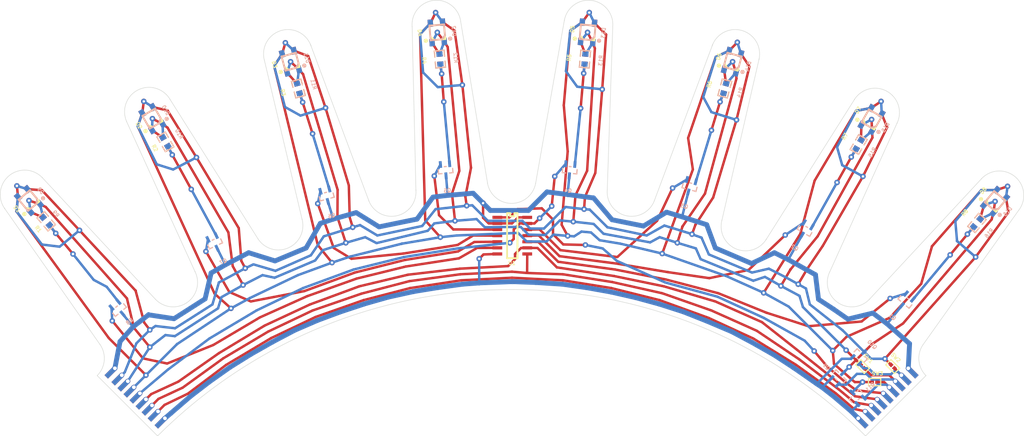
<source format=kicad_pcb>
(kicad_pcb (version 4) (host pcbnew "(2015-04-23 BZR 5622)-product")

  (general
    (links 141)
    (no_connects 14)
    (area 44.512105 52.248486 274.349887 216.738233)
    (thickness 1.6)
    (drawings 51)
    (tracks 755)
    (zones 0)
    (modules 65)
    (nets 45)
  )

  (page A4)
  (layers
    (0 F.Cu signal)
    (31 B.Cu signal)
    (32 B.Adhes user)
    (33 F.Adhes user)
    (34 B.Paste user)
    (35 F.Paste user)
    (36 B.SilkS user)
    (37 F.SilkS user)
    (38 B.Mask user)
    (39 F.Mask user)
    (40 Dwgs.User user)
    (41 Cmts.User user)
    (42 Eco1.User user)
    (43 Eco2.User user)
    (44 Edge.Cuts user)
    (45 Margin user)
    (46 B.CrtYd user)
    (47 F.CrtYd user)
    (48 B.Fab user)
    (49 F.Fab user)
  )

  (setup
    (last_trace_width 0.254)
    (user_trace_width 0.09906)
    (user_trace_width 0.508)
    (user_trace_width 1.016)
    (trace_clearance 0.254)
    (zone_clearance 0.508)
    (zone_45_only no)
    (trace_min 0.0254)
    (segment_width 0.2)
    (edge_width 0.1)
    (via_size 0.889)
    (via_drill 0.635)
    (via_min_size 0.889)
    (via_min_drill 0.508)
    (user_via 1.143 0.508)
    (user_via 1.397 0.889)
    (uvia_size 0.508)
    (uvia_drill 0.127)
    (uvias_allowed no)
    (uvia_min_size 0.508)
    (uvia_min_drill 0.127)
    (pcb_text_width 0.3)
    (pcb_text_size 1.5 1.5)
    (mod_edge_width 0.15)
    (mod_text_size 1 1)
    (mod_text_width 0.15)
    (pad_size 1.016 2.54)
    (pad_drill 0)
    (pad_to_mask_clearance 0.127)
    (aux_axis_origin 50.8 50.8)
    (grid_origin 50.8 50.8)
    (visible_elements FFFEFF7F)
    (pcbplotparams
      (layerselection 0x010f0_80000001)
      (usegerberextensions true)
      (excludeedgelayer true)
      (linewidth 0.100000)
      (plotframeref false)
      (viasonmask false)
      (mode 1)
      (useauxorigin true)
      (hpglpennumber 1)
      (hpglpenspeed 20)
      (hpglpendiameter 15)
      (hpglpenoverlay 2)
      (psnegative false)
      (psa4output false)
      (plotreference true)
      (plotvalue false)
      (plotinvisibletext false)
      (padsonsilk false)
      (subtractmaskfromsilk true)
      (outputformat 1)
      (mirror false)
      (drillshape 0)
      (scaleselection 1)
      (outputdirectory Output/Gerbers/))
  )

  (net 0 "")
  (net 1 "Net-(D1-Pad1)")
  (net 2 RPWM)
  (net 3 GPWM)
  (net 4 BPWM)
  (net 5 "Net-(D2-Pad1)")
  (net 6 "Net-(D3-Pad1)")
  (net 7 "Net-(D4-Pad1)")
  (net 8 "Net-(D5-Pad1)")
  (net 9 "Net-(D6-Pad1)")
  (net 10 "Net-(D7-Pad1)")
  (net 11 "Net-(D8-Pad1)")
  (net 12 QOut)
  (net 13 DatSel)
  (net 14 +5V)
  (net 15 DC_GND)
  (net 16 Reset)
  (net 17 Clock)
  (net 18 "Net-(Q2-Pad1)")
  (net 19 /LED1)
  (net 20 "Net-(Q3-Pad1)")
  (net 21 /LED2)
  (net 22 /LED3)
  (net 23 "Net-(Q5-Pad1)")
  (net 24 /LED4)
  (net 25 "Net-(Q6-Pad1)")
  (net 26 /LED5)
  (net 27 "Net-(Q7-Pad1)")
  (net 28 /LED6)
  (net 29 /LED7)
  (net 30 "Net-(D9-Pad1)")
  (net 31 "Net-(D10-Pad1)")
  (net 32 "Net-(D11-Pad1)")
  (net 33 "Net-(D12-Pad1)")
  (net 34 "Net-(D13-Pad1)")
  (net 35 "Net-(D14-Pad1)")
  (net 36 "Net-(D15-Pad1)")
  (net 37 "Net-(D16-Pad1)")
  (net 38 /LED0)
  (net 39 "Net-(Q1-Pad1)")
  (net 40 /RLine)
  (net 41 /GLine)
  (net 42 /BLine)
  (net 43 "Net-(J14-Pad1)")
  (net 44 "Net-(Q8-Pad1)")

  (net_class Default "This is the default net class."
    (clearance 0.254)
    (trace_width 0.254)
    (via_dia 0.889)
    (via_drill 0.635)
    (uvia_dia 0.508)
    (uvia_drill 0.127)
    (add_net +5V)
    (add_net /BLine)
    (add_net /GLine)
    (add_net /LED0)
    (add_net /LED1)
    (add_net /LED2)
    (add_net /LED3)
    (add_net /LED4)
    (add_net /LED5)
    (add_net /LED6)
    (add_net /LED7)
    (add_net /RLine)
    (add_net BPWM)
    (add_net Clock)
    (add_net DC_GND)
    (add_net DatSel)
    (add_net GPWM)
    (add_net "Net-(D1-Pad1)")
    (add_net "Net-(D10-Pad1)")
    (add_net "Net-(D11-Pad1)")
    (add_net "Net-(D12-Pad1)")
    (add_net "Net-(D13-Pad1)")
    (add_net "Net-(D14-Pad1)")
    (add_net "Net-(D15-Pad1)")
    (add_net "Net-(D16-Pad1)")
    (add_net "Net-(D2-Pad1)")
    (add_net "Net-(D3-Pad1)")
    (add_net "Net-(D4-Pad1)")
    (add_net "Net-(D5-Pad1)")
    (add_net "Net-(D6-Pad1)")
    (add_net "Net-(D7-Pad1)")
    (add_net "Net-(D8-Pad1)")
    (add_net "Net-(D9-Pad1)")
    (add_net "Net-(J14-Pad1)")
    (add_net "Net-(Q1-Pad1)")
    (add_net "Net-(Q2-Pad1)")
    (add_net "Net-(Q3-Pad1)")
    (add_net "Net-(Q5-Pad1)")
    (add_net "Net-(Q6-Pad1)")
    (add_net "Net-(Q7-Pad1)")
    (add_net "Net-(Q8-Pad1)")
    (add_net QOut)
    (add_net RPWM)
    (add_net Reset)
  )

  (module MyLib_ICs_SMT:SOIC-14 (layer F.Cu) (tedit 556B52A0) (tstamp 5529C9A0)
    (at 156.375934 97.520139 270)
    (tags "14 pin SOIC IC.")
    (path /5529CD63)
    (solder_mask_margin 0.1778)
    (attr smd)
    (fp_text reference U1 (at 9.521488 -3.02876 360) (layer F.SilkS)
      (effects (font (size 0.762 0.762) (thickness 0.1524)))
    )
    (fp_text value Texas-Instruments_CD74HC164M (at 0 -8.636 270) (layer F.SilkS) hide
      (effects (font (size 0.762 0.762) (thickness 0.1524)))
    )
    (fp_line (start -0.889 -2.032) (end -0.889 -2.667) (layer F.SilkS) (width 0.381))
    (fp_line (start -0.889 -2.667) (end -0.254 -2.667) (layer F.SilkS) (width 0.381))
    (fp_line (start -0.254 -2.667) (end -0.254 -3.556) (layer F.SilkS) (width 0.381))
    (fp_line (start -0.254 -3.556) (end -0.889 -3.556) (layer F.SilkS) (width 0.381))
    (fp_line (start -0.889 -3.556) (end -0.889 -4.191) (layer F.SilkS) (width 0.381))
    (fp_line (start -0.889 -4.191) (end 8.509 -4.191) (layer F.SilkS) (width 0.381))
    (fp_line (start 8.509 -4.191) (end 8.509 -2.032) (layer F.SilkS) (width 0.381))
    (fp_line (start 8.509 -2.032) (end -0.889 -2.032) (layer F.SilkS) (width 0.381))
    (pad 1 smd rect (at 0 0 270) (size 0.6604 2.032) (layers F.Cu F.Paste F.Mask)
      (net 13 DatSel))
    (pad 2 smd rect (at 1.27 0 270) (size 0.6604 2.032) (layers F.Cu F.Paste F.Mask)
      (net 14 +5V))
    (pad 3 smd rect (at 2.54 0 270) (size 0.6604 2.032) (layers F.Cu F.Paste F.Mask)
      (net 23 "Net-(Q5-Pad1)"))
    (pad 4 smd rect (at 3.81 0 270) (size 0.6604 2.032) (layers F.Cu F.Paste F.Mask)
      (net 25 "Net-(Q6-Pad1)"))
    (pad 5 smd rect (at 5.08 0 270) (size 0.6604 2.032) (layers F.Cu F.Paste F.Mask)
      (net 27 "Net-(Q7-Pad1)"))
    (pad 6 smd rect (at 6.35 0 270) (size 0.6604 2.032) (layers F.Cu F.Paste F.Mask)
      (net 44 "Net-(Q8-Pad1)"))
    (pad 7 smd rect (at 7.62 0 270) (size 0.6604 2.032) (layers F.Cu F.Paste F.Mask)
      (net 15 DC_GND))
    (pad 14 smd rect (at 0 -6.223 270) (size 0.6604 2.032) (layers F.Cu F.Paste F.Mask)
      (net 14 +5V))
    (pad 13 smd rect (at 1.27 -6.223 270) (size 0.6604 2.032) (layers F.Cu F.Paste F.Mask)
      (net 12 QOut))
    (pad 12 smd rect (at 2.54 -6.223 270) (size 0.6604 2.032) (layers F.Cu F.Paste F.Mask)
      (net 20 "Net-(Q3-Pad1)"))
    (pad 11 smd rect (at 3.81 -6.223 270) (size 0.6604 2.032) (layers F.Cu F.Paste F.Mask)
      (net 18 "Net-(Q2-Pad1)"))
    (pad 10 smd rect (at 5.08 -6.223 270) (size 0.6604 2.032) (layers F.Cu F.Paste F.Mask)
      (net 39 "Net-(Q1-Pad1)"))
    (pad 9 smd rect (at 6.35 -6.223 270) (size 0.6604 2.032) (layers F.Cu F.Paste F.Mask)
      (net 16 Reset))
    (pad 8 smd rect (at 7.62 -6.223 270) (size 0.6604 2.032) (layers F.Cu F.Paste F.Mask)
      (net 17 Clock))
    (model ICs-SMT/SOIC-14.wrl
      (at (xyz 0.15 0.123 0))
      (scale (xyz 1 1 1))
      (rotate (xyz 0 0 0))
    )
  )

  (module MyLib_Lights-LEDs:PLCC-4 (layer F.Cu) (tedit 556B524B) (tstamp 553BF393)
    (at 58.94193 94.017932 130)
    (tags "SMT PLCC-4 package.")
    (path /54F1FCF1)
    (fp_text reference D1 (at 0.268629 -3.065009 130) (layer F.SilkS)
      (effects (font (size 0.762 0.762) (thickness 0.1524)))
    )
    (fp_text value Cree_CLV1L-FKB-CHMMQEHBB7673673 (at 0 -3.556 130) (layer F.SilkS) hide
      (effects (font (size 0.762 0.762) (thickness 0.1524)))
    )
    (fp_circle (center -1.524 -2.54) (end -1.524 -2.286) (layer F.SilkS) (width 0.381))
    (fp_line (start -0.762 -1.524) (end 1.524 -1.524) (layer F.SilkS) (width 0.381))
    (fp_line (start 1.524 -1.524) (end 1.524 1.524) (layer F.SilkS) (width 0.381))
    (fp_line (start -1.524 1.524) (end 1.524 1.524) (layer F.SilkS) (width 0.381))
    (fp_line (start -1.524 -0.762) (end -1.524 1.524) (layer F.SilkS) (width 0.381))
    (fp_line (start -0.762 -1.524) (end -1.524 -0.762) (layer F.SilkS) (width 0.381))
    (pad 1 smd rect (at -2.032 -1.27 130) (size 1.4986 1.0922) (layers F.Cu F.Paste F.Mask)
      (net 1 "Net-(D1-Pad1)"))
    (pad 2 smd rect (at -2.032 1.27 130) (size 1.4986 1.0922) (layers F.Cu F.Paste F.Mask)
      (net 40 /RLine))
    (pad 3 smd rect (at 2.032 1.27 130) (size 1.4986 1.0922) (layers F.Cu F.Paste F.Mask)
      (net 41 /GLine))
    (pad 4 smd rect (at 2.032 -1.27 130) (size 1.4986 1.0922) (layers F.Cu F.Paste F.Mask)
      (net 42 /BLine))
  )

  (module MyLib_Lights-LEDs:PLCC-4 (layer F.Cu) (tedit 556B5259) (tstamp 553BF39A)
    (at 84.625463 76.955446 120)
    (tags "SMT PLCC-4 package.")
    (path /54F1FCFA)
    (fp_text reference D2 (at 0.165511 -3.142381 120) (layer F.SilkS)
      (effects (font (size 0.762 0.762) (thickness 0.1524)))
    )
    (fp_text value Cree_CLV1L-FKB-CHMMQEHBB7673673 (at 0 -3.556 120) (layer F.SilkS) hide
      (effects (font (size 0.762 0.762) (thickness 0.1524)))
    )
    (fp_circle (center -1.524 -2.54) (end -1.524 -2.286) (layer F.SilkS) (width 0.381))
    (fp_line (start -0.762 -1.524) (end 1.524 -1.524) (layer F.SilkS) (width 0.381))
    (fp_line (start 1.524 -1.524) (end 1.524 1.524) (layer F.SilkS) (width 0.381))
    (fp_line (start -1.524 1.524) (end 1.524 1.524) (layer F.SilkS) (width 0.381))
    (fp_line (start -1.524 -0.762) (end -1.524 1.524) (layer F.SilkS) (width 0.381))
    (fp_line (start -0.762 -1.524) (end -1.524 -0.762) (layer F.SilkS) (width 0.381))
    (pad 1 smd rect (at -2.032 -1.27 120) (size 1.4986 1.0922) (layers F.Cu F.Paste F.Mask)
      (net 5 "Net-(D2-Pad1)"))
    (pad 2 smd rect (at -2.032 1.27 120) (size 1.4986 1.0922) (layers F.Cu F.Paste F.Mask)
      (net 40 /RLine))
    (pad 3 smd rect (at 2.032 1.27 120) (size 1.4986 1.0922) (layers F.Cu F.Paste F.Mask)
      (net 41 /GLine))
    (pad 4 smd rect (at 2.032 -1.27 120) (size 1.4986 1.0922) (layers F.Cu F.Paste F.Mask)
      (net 42 /BLine))
  )

  (module MyLib_Lights-LEDs:PLCC-4 (layer F.Cu) (tedit 556B525F) (tstamp 553BF3A1)
    (at 113.362282 65.101509 105)
    (tags "SMT PLCC-4 package.")
    (path /54F1FCDF)
    (fp_text reference D3 (at 0.304288 -3.38349 105) (layer F.SilkS)
      (effects (font (size 0.762 0.762) (thickness 0.1524)))
    )
    (fp_text value Cree_CLV1L-FKB-CHMMQEHBB7673673 (at 0 -3.556 105) (layer F.SilkS) hide
      (effects (font (size 0.762 0.762) (thickness 0.1524)))
    )
    (fp_circle (center -1.524 -2.54) (end -1.524 -2.286) (layer F.SilkS) (width 0.381))
    (fp_line (start -0.762 -1.524) (end 1.524 -1.524) (layer F.SilkS) (width 0.381))
    (fp_line (start 1.524 -1.524) (end 1.524 1.524) (layer F.SilkS) (width 0.381))
    (fp_line (start -1.524 1.524) (end 1.524 1.524) (layer F.SilkS) (width 0.381))
    (fp_line (start -1.524 -0.762) (end -1.524 1.524) (layer F.SilkS) (width 0.381))
    (fp_line (start -0.762 -1.524) (end -1.524 -0.762) (layer F.SilkS) (width 0.381))
    (pad 1 smd rect (at -2.032 -1.27 105) (size 1.4986 1.0922) (layers F.Cu F.Paste F.Mask)
      (net 6 "Net-(D3-Pad1)"))
    (pad 2 smd rect (at -2.032 1.27 105) (size 1.4986 1.0922) (layers F.Cu F.Paste F.Mask)
      (net 40 /RLine))
    (pad 3 smd rect (at 2.032 1.27 105) (size 1.4986 1.0922) (layers F.Cu F.Paste F.Mask)
      (net 41 /GLine))
    (pad 4 smd rect (at 2.032 -1.27 105) (size 1.4986 1.0922) (layers F.Cu F.Paste F.Mask)
      (net 42 /BLine))
  )

  (module MyLib_Lights-LEDs:PLCC-4 (layer F.Cu) (tedit 556B5264) (tstamp 553BF3A8)
    (at 143.895153 58.994933 95)
    (tags "SMT PLCC-4 package.")
    (path /54F1FCE8)
    (fp_text reference D4 (at 0.234406 -3.647276 95) (layer F.SilkS)
      (effects (font (size 0.762 0.762) (thickness 0.1524)))
    )
    (fp_text value Cree_CLV1L-FKB-CHMMQEHBB7673673 (at 0 -3.556 95) (layer F.SilkS) hide
      (effects (font (size 0.762 0.762) (thickness 0.1524)))
    )
    (fp_circle (center -1.524 -2.54) (end -1.524 -2.286) (layer F.SilkS) (width 0.381))
    (fp_line (start -0.762 -1.524) (end 1.524 -1.524) (layer F.SilkS) (width 0.381))
    (fp_line (start 1.524 -1.524) (end 1.524 1.524) (layer F.SilkS) (width 0.381))
    (fp_line (start -1.524 1.524) (end 1.524 1.524) (layer F.SilkS) (width 0.381))
    (fp_line (start -1.524 -0.762) (end -1.524 1.524) (layer F.SilkS) (width 0.381))
    (fp_line (start -0.762 -1.524) (end -1.524 -0.762) (layer F.SilkS) (width 0.381))
    (pad 1 smd rect (at -2.032 -1.27 95) (size 1.4986 1.0922) (layers F.Cu F.Paste F.Mask)
      (net 7 "Net-(D4-Pad1)"))
    (pad 2 smd rect (at -2.032 1.27 95) (size 1.4986 1.0922) (layers F.Cu F.Paste F.Mask)
      (net 40 /RLine))
    (pad 3 smd rect (at 2.032 1.27 95) (size 1.4986 1.0922) (layers F.Cu F.Paste F.Mask)
      (net 41 /GLine))
    (pad 4 smd rect (at 2.032 -1.27 95) (size 1.4986 1.0922) (layers F.Cu F.Paste F.Mask)
      (net 42 /BLine))
  )

  (module MyLib_Lights-LEDs:PLCC-4 (layer F.Cu) (tedit 556B5269) (tstamp 553BF3AF)
    (at 175.146444 58.994933 85)
    (tags "SMT PLCC-4 package.")
    (path /54F1FCCD)
    (fp_text reference D5 (at 0.400068 -3.202171 85) (layer F.SilkS)
      (effects (font (size 0.762 0.762) (thickness 0.1524)))
    )
    (fp_text value Cree_CLV1L-FKB-CHMMQEHBB7673673 (at 0 -3.556 85) (layer F.SilkS) hide
      (effects (font (size 0.762 0.762) (thickness 0.1524)))
    )
    (fp_circle (center -1.524 -2.54) (end -1.524 -2.286) (layer F.SilkS) (width 0.381))
    (fp_line (start -0.762 -1.524) (end 1.524 -1.524) (layer F.SilkS) (width 0.381))
    (fp_line (start 1.524 -1.524) (end 1.524 1.524) (layer F.SilkS) (width 0.381))
    (fp_line (start -1.524 1.524) (end 1.524 1.524) (layer F.SilkS) (width 0.381))
    (fp_line (start -1.524 -0.762) (end -1.524 1.524) (layer F.SilkS) (width 0.381))
    (fp_line (start -0.762 -1.524) (end -1.524 -0.762) (layer F.SilkS) (width 0.381))
    (pad 1 smd rect (at -2.032 -1.27 85) (size 1.4986 1.0922) (layers F.Cu F.Paste F.Mask)
      (net 8 "Net-(D5-Pad1)"))
    (pad 2 smd rect (at -2.032 1.27 85) (size 1.4986 1.0922) (layers F.Cu F.Paste F.Mask)
      (net 40 /RLine))
    (pad 3 smd rect (at 2.032 1.27 85) (size 1.4986 1.0922) (layers F.Cu F.Paste F.Mask)
      (net 41 /GLine))
    (pad 4 smd rect (at 2.032 -1.27 85) (size 1.4986 1.0922) (layers F.Cu F.Paste F.Mask)
      (net 42 /BLine))
  )

  (module MyLib_Lights-LEDs:PLCC-4 (layer F.Cu) (tedit 556B526D) (tstamp 553BF3B6)
    (at 205.320105 65.101508 75)
    (tags "SMT PLCC-4 package.")
    (path /54F1FCD6)
    (fp_text reference D6 (at 0.295457 -3.028441 75) (layer F.SilkS)
      (effects (font (size 0.762 0.762) (thickness 0.1524)))
    )
    (fp_text value Cree_CLV1L-FKB-CHMMQEHBB7673673 (at 0 -3.556 75) (layer F.SilkS) hide
      (effects (font (size 0.762 0.762) (thickness 0.1524)))
    )
    (fp_circle (center -1.524 -2.54) (end -1.524 -2.286) (layer F.SilkS) (width 0.381))
    (fp_line (start -0.762 -1.524) (end 1.524 -1.524) (layer F.SilkS) (width 0.381))
    (fp_line (start 1.524 -1.524) (end 1.524 1.524) (layer F.SilkS) (width 0.381))
    (fp_line (start -1.524 1.524) (end 1.524 1.524) (layer F.SilkS) (width 0.381))
    (fp_line (start -1.524 -0.762) (end -1.524 1.524) (layer F.SilkS) (width 0.381))
    (fp_line (start -0.762 -1.524) (end -1.524 -0.762) (layer F.SilkS) (width 0.381))
    (pad 1 smd rect (at -2.032 -1.27 75) (size 1.4986 1.0922) (layers F.Cu F.Paste F.Mask)
      (net 9 "Net-(D6-Pad1)"))
    (pad 2 smd rect (at -2.032 1.27 75) (size 1.4986 1.0922) (layers F.Cu F.Paste F.Mask)
      (net 40 /RLine))
    (pad 3 smd rect (at 2.032 1.27 75) (size 1.4986 1.0922) (layers F.Cu F.Paste F.Mask)
      (net 41 /GLine))
    (pad 4 smd rect (at 2.032 -1.27 75) (size 1.4986 1.0922) (layers F.Cu F.Paste F.Mask)
      (net 42 /BLine))
  )

  (module MyLib_Lights-LEDs:PLCC-4 (layer F.Cu) (tedit 556B5273) (tstamp 553BF3BD)
    (at 234.23653 77.135051 60)
    (tags "SMT PLCC-4 package.")
    (path /54F1FCBB)
    (fp_text reference D7 (at 0.264013 -3.396218 60) (layer F.SilkS)
      (effects (font (size 0.762 0.762) (thickness 0.1524)))
    )
    (fp_text value Cree_CLV1L-FKB-CHMMQEHBB7673673 (at 0 -3.556 60) (layer F.SilkS) hide
      (effects (font (size 0.762 0.762) (thickness 0.1524)))
    )
    (fp_circle (center -1.524 -2.54) (end -1.524 -2.286) (layer F.SilkS) (width 0.381))
    (fp_line (start -0.762 -1.524) (end 1.524 -1.524) (layer F.SilkS) (width 0.381))
    (fp_line (start 1.524 -1.524) (end 1.524 1.524) (layer F.SilkS) (width 0.381))
    (fp_line (start -1.524 1.524) (end 1.524 1.524) (layer F.SilkS) (width 0.381))
    (fp_line (start -1.524 -0.762) (end -1.524 1.524) (layer F.SilkS) (width 0.381))
    (fp_line (start -0.762 -1.524) (end -1.524 -0.762) (layer F.SilkS) (width 0.381))
    (pad 1 smd rect (at -2.032 -1.27 60) (size 1.4986 1.0922) (layers F.Cu F.Paste F.Mask)
      (net 10 "Net-(D7-Pad1)"))
    (pad 2 smd rect (at -2.032 1.27 60) (size 1.4986 1.0922) (layers F.Cu F.Paste F.Mask)
      (net 40 /RLine))
    (pad 3 smd rect (at 2.032 1.27 60) (size 1.4986 1.0922) (layers F.Cu F.Paste F.Mask)
      (net 41 /GLine))
    (pad 4 smd rect (at 2.032 -1.27 60) (size 1.4986 1.0922) (layers F.Cu F.Paste F.Mask)
      (net 42 /BLine))
  )

  (module MyLib_Lights-LEDs:PLCC-4 (layer F.Cu) (tedit 556B5278) (tstamp 553BF3C4)
    (at 259.920062 94.197537 50)
    (tags "SMT PLCC-4 package.")
    (path /54F1FCC4)
    (fp_text reference D8 (at 0.124828 -3.31309 50) (layer F.SilkS)
      (effects (font (size 0.762 0.762) (thickness 0.1524)))
    )
    (fp_text value Cree_CLV1L-FKB-CHMMQEHBB7673673 (at 0 -3.556 50) (layer F.SilkS) hide
      (effects (font (size 0.762 0.762) (thickness 0.1524)))
    )
    (fp_circle (center -1.524 -2.54) (end -1.524 -2.286) (layer F.SilkS) (width 0.381))
    (fp_line (start -0.762 -1.524) (end 1.524 -1.524) (layer F.SilkS) (width 0.381))
    (fp_line (start 1.524 -1.524) (end 1.524 1.524) (layer F.SilkS) (width 0.381))
    (fp_line (start -1.524 1.524) (end 1.524 1.524) (layer F.SilkS) (width 0.381))
    (fp_line (start -1.524 -0.762) (end -1.524 1.524) (layer F.SilkS) (width 0.381))
    (fp_line (start -0.762 -1.524) (end -1.524 -0.762) (layer F.SilkS) (width 0.381))
    (pad 1 smd rect (at -2.032 -1.27 50) (size 1.4986 1.0922) (layers F.Cu F.Paste F.Mask)
      (net 11 "Net-(D8-Pad1)"))
    (pad 2 smd rect (at -2.032 1.27 50) (size 1.4986 1.0922) (layers F.Cu F.Paste F.Mask)
      (net 40 /RLine))
    (pad 3 smd rect (at 2.032 1.27 50) (size 1.4986 1.0922) (layers F.Cu F.Paste F.Mask)
      (net 41 /GLine))
    (pad 4 smd rect (at 2.032 -1.27 50) (size 1.4986 1.0922) (layers F.Cu F.Paste F.Mask)
      (net 42 /BLine))
  )

  (module MyLib_Lights-LEDs:PLCC-4 (layer B.Cu) (tedit 556B5251) (tstamp 553BF3CB)
    (at 58.94193 94.017932 130)
    (tags "SMT PLCC-4 package.")
    (path /5532981D)
    (fp_text reference D9 (at 0.003531 3.17823 130) (layer B.SilkS)
      (effects (font (size 0.762 0.762) (thickness 0.1524)) (justify mirror))
    )
    (fp_text value Cree_CLV1L-FKB-CHMMQEHBB7673673 (at 0 3.556 130) (layer B.SilkS) hide
      (effects (font (size 0.762 0.762) (thickness 0.1524)) (justify mirror))
    )
    (fp_circle (center -1.524 2.54) (end -1.524 2.286) (layer B.SilkS) (width 0.381))
    (fp_line (start -0.762 1.524) (end 1.524 1.524) (layer B.SilkS) (width 0.381))
    (fp_line (start 1.524 1.524) (end 1.524 -1.524) (layer B.SilkS) (width 0.381))
    (fp_line (start -1.524 -1.524) (end 1.524 -1.524) (layer B.SilkS) (width 0.381))
    (fp_line (start -1.524 0.762) (end -1.524 -1.524) (layer B.SilkS) (width 0.381))
    (fp_line (start -0.762 1.524) (end -1.524 0.762) (layer B.SilkS) (width 0.381))
    (pad 1 smd rect (at -2.032 1.27 130) (size 1.4986 1.0922) (layers B.Cu B.Paste B.Mask)
      (net 30 "Net-(D9-Pad1)"))
    (pad 2 smd rect (at -2.032 -1.27 130) (size 1.4986 1.0922) (layers B.Cu B.Paste B.Mask)
      (net 40 /RLine))
    (pad 3 smd rect (at 2.032 -1.27 130) (size 1.4986 1.0922) (layers B.Cu B.Paste B.Mask)
      (net 41 /GLine))
    (pad 4 smd rect (at 2.032 1.27 130) (size 1.4986 1.0922) (layers B.Cu B.Paste B.Mask)
      (net 42 /BLine))
  )

  (module MyLib_Lights-LEDs:PLCC-4 (layer B.Cu) (tedit 556B525A) (tstamp 553BF3D2)
    (at 84.625463 76.955446 120)
    (tags "SMT PLCC-4 package.")
    (path /55329826)
    (fp_text reference D10 (at 0.121141 3.284469 120) (layer B.SilkS)
      (effects (font (size 0.762 0.762) (thickness 0.1524)) (justify mirror))
    )
    (fp_text value Cree_CLV1L-FKB-CHMMQEHBB7673673 (at 0 3.556 120) (layer B.SilkS) hide
      (effects (font (size 0.762 0.762) (thickness 0.1524)) (justify mirror))
    )
    (fp_circle (center -1.524 2.54) (end -1.524 2.286) (layer B.SilkS) (width 0.381))
    (fp_line (start -0.762 1.524) (end 1.524 1.524) (layer B.SilkS) (width 0.381))
    (fp_line (start 1.524 1.524) (end 1.524 -1.524) (layer B.SilkS) (width 0.381))
    (fp_line (start -1.524 -1.524) (end 1.524 -1.524) (layer B.SilkS) (width 0.381))
    (fp_line (start -1.524 0.762) (end -1.524 -1.524) (layer B.SilkS) (width 0.381))
    (fp_line (start -0.762 1.524) (end -1.524 0.762) (layer B.SilkS) (width 0.381))
    (pad 1 smd rect (at -2.032 1.27 120) (size 1.4986 1.0922) (layers B.Cu B.Paste B.Mask)
      (net 31 "Net-(D10-Pad1)"))
    (pad 2 smd rect (at -2.032 -1.27 120) (size 1.4986 1.0922) (layers B.Cu B.Paste B.Mask)
      (net 40 /RLine))
    (pad 3 smd rect (at 2.032 -1.27 120) (size 1.4986 1.0922) (layers B.Cu B.Paste B.Mask)
      (net 41 /GLine))
    (pad 4 smd rect (at 2.032 1.27 120) (size 1.4986 1.0922) (layers B.Cu B.Paste B.Mask)
      (net 42 /BLine))
  )

  (module MyLib_Lights-LEDs:PLCC-4 (layer B.Cu) (tedit 556B5261) (tstamp 553BF3D9)
    (at 113.362282 65.101509 105)
    (tags "SMT PLCC-4 package.")
    (path /5532980B)
    (fp_text reference D11 (at -0.088425 3.479727 105) (layer B.SilkS)
      (effects (font (size 0.762 0.762) (thickness 0.1524)) (justify mirror))
    )
    (fp_text value Cree_CLV1L-FKB-CHMMQEHBB7673673 (at 0 3.556 105) (layer B.SilkS) hide
      (effects (font (size 0.762 0.762) (thickness 0.1524)) (justify mirror))
    )
    (fp_circle (center -1.524 2.54) (end -1.524 2.286) (layer B.SilkS) (width 0.381))
    (fp_line (start -0.762 1.524) (end 1.524 1.524) (layer B.SilkS) (width 0.381))
    (fp_line (start 1.524 1.524) (end 1.524 -1.524) (layer B.SilkS) (width 0.381))
    (fp_line (start -1.524 -1.524) (end 1.524 -1.524) (layer B.SilkS) (width 0.381))
    (fp_line (start -1.524 0.762) (end -1.524 -1.524) (layer B.SilkS) (width 0.381))
    (fp_line (start -0.762 1.524) (end -1.524 0.762) (layer B.SilkS) (width 0.381))
    (pad 1 smd rect (at -2.032 1.27 105) (size 1.4986 1.0922) (layers B.Cu B.Paste B.Mask)
      (net 32 "Net-(D11-Pad1)"))
    (pad 2 smd rect (at -2.032 -1.27 105) (size 1.4986 1.0922) (layers B.Cu B.Paste B.Mask)
      (net 40 /RLine))
    (pad 3 smd rect (at 2.032 -1.27 105) (size 1.4986 1.0922) (layers B.Cu B.Paste B.Mask)
      (net 41 /GLine))
    (pad 4 smd rect (at 2.032 1.27 105) (size 1.4986 1.0922) (layers B.Cu B.Paste B.Mask)
      (net 42 /BLine))
  )

  (module MyLib_Lights-LEDs:PLCC-4 (layer B.Cu) (tedit 556B5266) (tstamp 553BF3E0)
    (at 143.895153 58.994933 95)
    (tags "SMT PLCC-4 package.")
    (path /55329814)
    (fp_text reference D12 (at -0.005895 3.470867 95) (layer B.SilkS)
      (effects (font (size 0.762 0.762) (thickness 0.1524)) (justify mirror))
    )
    (fp_text value Cree_CLV1L-FKB-CHMMQEHBB7673673 (at 0 3.556 95) (layer B.SilkS) hide
      (effects (font (size 0.762 0.762) (thickness 0.1524)) (justify mirror))
    )
    (fp_circle (center -1.524 2.54) (end -1.524 2.286) (layer B.SilkS) (width 0.381))
    (fp_line (start -0.762 1.524) (end 1.524 1.524) (layer B.SilkS) (width 0.381))
    (fp_line (start 1.524 1.524) (end 1.524 -1.524) (layer B.SilkS) (width 0.381))
    (fp_line (start -1.524 -1.524) (end 1.524 -1.524) (layer B.SilkS) (width 0.381))
    (fp_line (start -1.524 0.762) (end -1.524 -1.524) (layer B.SilkS) (width 0.381))
    (fp_line (start -0.762 1.524) (end -1.524 0.762) (layer B.SilkS) (width 0.381))
    (pad 1 smd rect (at -2.032 1.27 95) (size 1.4986 1.0922) (layers B.Cu B.Paste B.Mask)
      (net 33 "Net-(D12-Pad1)"))
    (pad 2 smd rect (at -2.032 -1.27 95) (size 1.4986 1.0922) (layers B.Cu B.Paste B.Mask)
      (net 40 /RLine))
    (pad 3 smd rect (at 2.032 -1.27 95) (size 1.4986 1.0922) (layers B.Cu B.Paste B.Mask)
      (net 41 /GLine))
    (pad 4 smd rect (at 2.032 1.27 95) (size 1.4986 1.0922) (layers B.Cu B.Paste B.Mask)
      (net 42 /BLine))
  )

  (module MyLib_Lights-LEDs:PLCC-4 (layer B.Cu) (tedit 556B526A) (tstamp 553BF3E7)
    (at 175.146444 58.994933 85)
    (tags "SMT PLCC-4 package.")
    (path /553297F9)
    (fp_text reference D13 (at 0.205475 3.316594 85) (layer B.SilkS)
      (effects (font (size 0.762 0.762) (thickness 0.1524)) (justify mirror))
    )
    (fp_text value Cree_CLV1L-FKB-CHMMQEHBB7673673 (at 0 3.556 85) (layer B.SilkS) hide
      (effects (font (size 0.762 0.762) (thickness 0.1524)) (justify mirror))
    )
    (fp_circle (center -1.524 2.54) (end -1.524 2.286) (layer B.SilkS) (width 0.381))
    (fp_line (start -0.762 1.524) (end 1.524 1.524) (layer B.SilkS) (width 0.381))
    (fp_line (start 1.524 1.524) (end 1.524 -1.524) (layer B.SilkS) (width 0.381))
    (fp_line (start -1.524 -1.524) (end 1.524 -1.524) (layer B.SilkS) (width 0.381))
    (fp_line (start -1.524 0.762) (end -1.524 -1.524) (layer B.SilkS) (width 0.381))
    (fp_line (start -0.762 1.524) (end -1.524 0.762) (layer B.SilkS) (width 0.381))
    (pad 1 smd rect (at -2.032 1.27 85) (size 1.4986 1.0922) (layers B.Cu B.Paste B.Mask)
      (net 34 "Net-(D13-Pad1)"))
    (pad 2 smd rect (at -2.032 -1.27 85) (size 1.4986 1.0922) (layers B.Cu B.Paste B.Mask)
      (net 40 /RLine))
    (pad 3 smd rect (at 2.032 -1.27 85) (size 1.4986 1.0922) (layers B.Cu B.Paste B.Mask)
      (net 41 /GLine))
    (pad 4 smd rect (at 2.032 1.27 85) (size 1.4986 1.0922) (layers B.Cu B.Paste B.Mask)
      (net 42 /BLine))
  )

  (module MyLib_Lights-LEDs:PLCC-4 (layer B.Cu) (tedit 556B526F) (tstamp 553BF3EE)
    (at 205.320105 65.101508 75)
    (tags "SMT PLCC-4 package.")
    (path /55329802)
    (fp_text reference D14 (at -0.089543 3.385764 75) (layer B.SilkS)
      (effects (font (size 0.762 0.762) (thickness 0.1524)) (justify mirror))
    )
    (fp_text value Cree_CLV1L-FKB-CHMMQEHBB7673673 (at 0 3.556 75) (layer B.SilkS) hide
      (effects (font (size 0.762 0.762) (thickness 0.1524)) (justify mirror))
    )
    (fp_circle (center -1.524 2.54) (end -1.524 2.286) (layer B.SilkS) (width 0.381))
    (fp_line (start -0.762 1.524) (end 1.524 1.524) (layer B.SilkS) (width 0.381))
    (fp_line (start 1.524 1.524) (end 1.524 -1.524) (layer B.SilkS) (width 0.381))
    (fp_line (start -1.524 -1.524) (end 1.524 -1.524) (layer B.SilkS) (width 0.381))
    (fp_line (start -1.524 0.762) (end -1.524 -1.524) (layer B.SilkS) (width 0.381))
    (fp_line (start -0.762 1.524) (end -1.524 0.762) (layer B.SilkS) (width 0.381))
    (pad 1 smd rect (at -2.032 1.27 75) (size 1.4986 1.0922) (layers B.Cu B.Paste B.Mask)
      (net 35 "Net-(D14-Pad1)"))
    (pad 2 smd rect (at -2.032 -1.27 75) (size 1.4986 1.0922) (layers B.Cu B.Paste B.Mask)
      (net 40 /RLine))
    (pad 3 smd rect (at 2.032 -1.27 75) (size 1.4986 1.0922) (layers B.Cu B.Paste B.Mask)
      (net 41 /GLine))
    (pad 4 smd rect (at 2.032 1.27 75) (size 1.4986 1.0922) (layers B.Cu B.Paste B.Mask)
      (net 42 /BLine))
  )

  (module MyLib_Lights-LEDs:PLCC-4 (layer B.Cu) (tedit 556B5275) (tstamp 553BF3F5)
    (at 234.23653 77.135051 60)
    (tags "SMT PLCC-4 package.")
    (path /553297E7)
    (fp_text reference D15 (at 0.041927 3.331118 60) (layer B.SilkS)
      (effects (font (size 0.762 0.762) (thickness 0.1524)) (justify mirror))
    )
    (fp_text value Cree_CLV1L-FKB-CHMMQEHBB7673673 (at 0 3.556 60) (layer B.SilkS) hide
      (effects (font (size 0.762 0.762) (thickness 0.1524)) (justify mirror))
    )
    (fp_circle (center -1.524 2.54) (end -1.524 2.286) (layer B.SilkS) (width 0.381))
    (fp_line (start -0.762 1.524) (end 1.524 1.524) (layer B.SilkS) (width 0.381))
    (fp_line (start 1.524 1.524) (end 1.524 -1.524) (layer B.SilkS) (width 0.381))
    (fp_line (start -1.524 -1.524) (end 1.524 -1.524) (layer B.SilkS) (width 0.381))
    (fp_line (start -1.524 0.762) (end -1.524 -1.524) (layer B.SilkS) (width 0.381))
    (fp_line (start -0.762 1.524) (end -1.524 0.762) (layer B.SilkS) (width 0.381))
    (pad 1 smd rect (at -2.032 1.27 60) (size 1.4986 1.0922) (layers B.Cu B.Paste B.Mask)
      (net 36 "Net-(D15-Pad1)"))
    (pad 2 smd rect (at -2.032 -1.27 60) (size 1.4986 1.0922) (layers B.Cu B.Paste B.Mask)
      (net 40 /RLine))
    (pad 3 smd rect (at 2.032 -1.27 60) (size 1.4986 1.0922) (layers B.Cu B.Paste B.Mask)
      (net 41 /GLine))
    (pad 4 smd rect (at 2.032 1.27 60) (size 1.4986 1.0922) (layers B.Cu B.Paste B.Mask)
      (net 42 /BLine))
  )

  (module MyLib_Lights-LEDs:PLCC-4 (layer B.Cu) (tedit 556B527A) (tstamp 553BF3FC)
    (at 259.920062 94.197537 50)
    (tags "SMT PLCC-4 package.")
    (path /553297F0)
    (fp_text reference D16 (at 0.082409 3.353973 50) (layer B.SilkS)
      (effects (font (size 0.762 0.762) (thickness 0.1524)) (justify mirror))
    )
    (fp_text value Cree_CLV1L-FKB-CHMMQEHBB7673673 (at 0 3.556 50) (layer B.SilkS) hide
      (effects (font (size 0.762 0.762) (thickness 0.1524)) (justify mirror))
    )
    (fp_circle (center -1.524 2.54) (end -1.524 2.286) (layer B.SilkS) (width 0.381))
    (fp_line (start -0.762 1.524) (end 1.524 1.524) (layer B.SilkS) (width 0.381))
    (fp_line (start 1.524 1.524) (end 1.524 -1.524) (layer B.SilkS) (width 0.381))
    (fp_line (start -1.524 -1.524) (end 1.524 -1.524) (layer B.SilkS) (width 0.381))
    (fp_line (start -1.524 0.762) (end -1.524 -1.524) (layer B.SilkS) (width 0.381))
    (fp_line (start -0.762 1.524) (end -1.524 0.762) (layer B.SilkS) (width 0.381))
    (pad 1 smd rect (at -2.032 1.27 50) (size 1.4986 1.0922) (layers B.Cu B.Paste B.Mask)
      (net 37 "Net-(D16-Pad1)"))
    (pad 2 smd rect (at -2.032 -1.27 50) (size 1.4986 1.0922) (layers B.Cu B.Paste B.Mask)
      (net 40 /RLine))
    (pad 3 smd rect (at 2.032 -1.27 50) (size 1.4986 1.0922) (layers B.Cu B.Paste B.Mask)
      (net 41 /GLine))
    (pad 4 smd rect (at 2.032 1.27 50) (size 1.4986 1.0922) (layers B.Cu B.Paste B.Mask)
      (net 42 /BLine))
  )

  (module MyLib_Resistors-SMT-Singles:0805 (layer F.Cu) (tedit 556B524D) (tstamp 553BF445)
    (at 62.534033 98.328456 130)
    (descr "SMT 0805 resistor.")
    (path /5532B250)
    (attr smd)
    (fp_text reference R1 (at -0.188043 -2.334824 130) (layer F.SilkS)
      (effects (font (size 0.762 0.762) (thickness 0.1524)))
    )
    (fp_text value 00000220000_220_ERJ-6GEYJ221V (at 0 -2.032 130) (layer F.SilkS) hide
      (effects (font (size 0.762 0.762) (thickness 0.1524)))
    )
    (fp_line (start 0.508 1.016) (end 1.778 1.016) (layer F.SilkS) (width 0.254))
    (fp_line (start 1.778 1.016) (end 1.778 -1.016) (layer F.SilkS) (width 0.254))
    (fp_line (start 1.778 -1.016) (end 0.508 -1.016) (layer F.SilkS) (width 0.254))
    (fp_line (start -0.508 -1.016) (end -1.778 -1.016) (layer F.SilkS) (width 0.254))
    (fp_line (start -1.778 -1.016) (end -1.778 1.016) (layer F.SilkS) (width 0.254))
    (fp_line (start -1.778 1.016) (end -0.508 1.016) (layer F.SilkS) (width 0.254))
    (pad 1 smd rect (at -1.016 0 130) (size 1.016 1.27) (layers F.Cu F.Paste F.Mask)
      (net 29 /LED7))
    (pad 2 smd rect (at 1.016 0 130) (size 1.016 1.27) (layers F.Cu F.Paste F.Mask)
      (net 1 "Net-(D1-Pad1)"))
    (model Resistors/SMT/Singles.3dshapes/0805.wrl
      (at (xyz 0 0 0))
      (scale (xyz 1 1 1))
      (rotate (xyz 0 0 0))
    )
  )

  (module MyLib_Resistors-SMT-Singles:0805 (layer F.Cu) (tedit 556B525C) (tstamp 553BF44A)
    (at 87.31954 81.804785 120)
    (descr "SMT 0805 resistor.")
    (path /5532B383)
    (attr smd)
    (fp_text reference R2 (at -0.008254 -2.540735 120) (layer F.SilkS)
      (effects (font (size 0.762 0.762) (thickness 0.1524)))
    )
    (fp_text value 00000220000_220_ERJ-6GEYJ221V (at 0 -2.032 120) (layer F.SilkS) hide
      (effects (font (size 0.762 0.762) (thickness 0.1524)))
    )
    (fp_line (start 0.508 1.016) (end 1.778 1.016) (layer F.SilkS) (width 0.254))
    (fp_line (start 1.778 1.016) (end 1.778 -1.016) (layer F.SilkS) (width 0.254))
    (fp_line (start 1.778 -1.016) (end 0.508 -1.016) (layer F.SilkS) (width 0.254))
    (fp_line (start -0.508 -1.016) (end -1.778 -1.016) (layer F.SilkS) (width 0.254))
    (fp_line (start -1.778 -1.016) (end -1.778 1.016) (layer F.SilkS) (width 0.254))
    (fp_line (start -1.778 1.016) (end -0.508 1.016) (layer F.SilkS) (width 0.254))
    (pad 1 smd rect (at -1.016 0 120) (size 1.016 1.27) (layers F.Cu F.Paste F.Mask)
      (net 28 /LED6))
    (pad 2 smd rect (at 1.016 0 120) (size 1.016 1.27) (layers F.Cu F.Paste F.Mask)
      (net 5 "Net-(D2-Pad1)"))
    (model Resistors/SMT/Singles.3dshapes/0805.wrl
      (at (xyz 0 0 0))
      (scale (xyz 1 1 1))
      (rotate (xyz 0 0 0))
    )
  )

  (module MyLib_Resistors-SMT-Singles:0805 (layer F.Cu) (tedit 5531147D) (tstamp 553BF44F)
    (at 114.978728 70.669266 105)
    (descr "SMT 0805 resistor.")
    (path /5532B3EE)
    (attr smd)
    (fp_text reference R3 (at 0 -3.302 105) (layer F.SilkS)
      (effects (font (size 0.762 0.762) (thickness 0.1524)))
    )
    (fp_text value 00000220000_220_ERJ-6GEYJ221V (at 0 -2.032 105) (layer F.SilkS) hide
      (effects (font (size 0.762 0.762) (thickness 0.1524)))
    )
    (fp_line (start 0.508 1.016) (end 1.778 1.016) (layer F.SilkS) (width 0.254))
    (fp_line (start 1.778 1.016) (end 1.778 -1.016) (layer F.SilkS) (width 0.254))
    (fp_line (start 1.778 -1.016) (end 0.508 -1.016) (layer F.SilkS) (width 0.254))
    (fp_line (start -0.508 -1.016) (end -1.778 -1.016) (layer F.SilkS) (width 0.254))
    (fp_line (start -1.778 -1.016) (end -1.778 1.016) (layer F.SilkS) (width 0.254))
    (fp_line (start -1.778 1.016) (end -0.508 1.016) (layer F.SilkS) (width 0.254))
    (pad 1 smd rect (at -1.016 0 105) (size 1.016 1.27) (layers F.Cu F.Paste F.Mask)
      (net 26 /LED5))
    (pad 2 smd rect (at 1.016 0 105) (size 1.016 1.27) (layers F.Cu F.Paste F.Mask)
      (net 6 "Net-(D3-Pad1)"))
    (model Resistors/SMT/Singles.3dshapes/0805.wrl
      (at (xyz 0 0 0))
      (scale (xyz 1 1 1))
      (rotate (xyz 0 0 0))
    )
  )

  (module MyLib_Resistors-SMT-Singles:0805 (layer F.Cu) (tedit 5531147D) (tstamp 553BF454)
    (at 144.433968 64.562692 95)
    (descr "SMT 0805 resistor.")
    (path /5532B4E4)
    (attr smd)
    (fp_text reference R4 (at 0 -3.302 95) (layer F.SilkS)
      (effects (font (size 0.762 0.762) (thickness 0.1524)))
    )
    (fp_text value 00000220000_220_ERJ-6GEYJ221V (at 0 -2.032 95) (layer F.SilkS) hide
      (effects (font (size 0.762 0.762) (thickness 0.1524)))
    )
    (fp_line (start 0.508 1.016) (end 1.778 1.016) (layer F.SilkS) (width 0.254))
    (fp_line (start 1.778 1.016) (end 1.778 -1.016) (layer F.SilkS) (width 0.254))
    (fp_line (start 1.778 -1.016) (end 0.508 -1.016) (layer F.SilkS) (width 0.254))
    (fp_line (start -0.508 -1.016) (end -1.778 -1.016) (layer F.SilkS) (width 0.254))
    (fp_line (start -1.778 -1.016) (end -1.778 1.016) (layer F.SilkS) (width 0.254))
    (fp_line (start -1.778 1.016) (end -0.508 1.016) (layer F.SilkS) (width 0.254))
    (pad 1 smd rect (at -1.016 0 95) (size 1.016 1.27) (layers F.Cu F.Paste F.Mask)
      (net 24 /LED4))
    (pad 2 smd rect (at 1.016 0 95) (size 1.016 1.27) (layers F.Cu F.Paste F.Mask)
      (net 7 "Net-(D4-Pad1)"))
    (model Resistors/SMT/Singles.3dshapes/0805.wrl
      (at (xyz 0 0 0))
      (scale (xyz 1 1 1))
      (rotate (xyz 0 0 0))
    )
  )

  (module MyLib_Resistors-SMT-Singles:0805 (layer F.Cu) (tedit 5531147D) (tstamp 553BF459)
    (at 174.607629 64.562693 85)
    (descr "SMT 0805 resistor.")
    (path /5532B603)
    (attr smd)
    (fp_text reference R5 (at 0 -3.302 85) (layer F.SilkS)
      (effects (font (size 0.762 0.762) (thickness 0.1524)))
    )
    (fp_text value 00000220000_220_ERJ-6GEYJ221V (at 0 -2.032 85) (layer F.SilkS) hide
      (effects (font (size 0.762 0.762) (thickness 0.1524)))
    )
    (fp_line (start 0.508 1.016) (end 1.778 1.016) (layer F.SilkS) (width 0.254))
    (fp_line (start 1.778 1.016) (end 1.778 -1.016) (layer F.SilkS) (width 0.254))
    (fp_line (start 1.778 -1.016) (end 0.508 -1.016) (layer F.SilkS) (width 0.254))
    (fp_line (start -0.508 -1.016) (end -1.778 -1.016) (layer F.SilkS) (width 0.254))
    (fp_line (start -1.778 -1.016) (end -1.778 1.016) (layer F.SilkS) (width 0.254))
    (fp_line (start -1.778 1.016) (end -0.508 1.016) (layer F.SilkS) (width 0.254))
    (pad 1 smd rect (at -1.016 0 85) (size 1.016 1.27) (layers F.Cu F.Paste F.Mask)
      (net 22 /LED3))
    (pad 2 smd rect (at 1.016 0 85) (size 1.016 1.27) (layers F.Cu F.Paste F.Mask)
      (net 8 "Net-(D5-Pad1)"))
    (model Resistors/SMT/Singles.3dshapes/0805.wrl
      (at (xyz 0 0 0))
      (scale (xyz 1 1 1))
      (rotate (xyz 0 0 0))
    )
  )

  (module MyLib_Resistors-SMT-Singles:0805 (layer F.Cu) (tedit 5531147D) (tstamp 553BF45E)
    (at 203.703659 70.669267 75)
    (descr "SMT 0805 resistor.")
    (path /5532B763)
    (attr smd)
    (fp_text reference R6 (at 0 -3.302 75) (layer F.SilkS)
      (effects (font (size 0.762 0.762) (thickness 0.1524)))
    )
    (fp_text value 00000220000_220_ERJ-6GEYJ221V (at 0 -2.032 75) (layer F.SilkS) hide
      (effects (font (size 0.762 0.762) (thickness 0.1524)))
    )
    (fp_line (start 0.508 1.016) (end 1.778 1.016) (layer F.SilkS) (width 0.254))
    (fp_line (start 1.778 1.016) (end 1.778 -1.016) (layer F.SilkS) (width 0.254))
    (fp_line (start 1.778 -1.016) (end 0.508 -1.016) (layer F.SilkS) (width 0.254))
    (fp_line (start -0.508 -1.016) (end -1.778 -1.016) (layer F.SilkS) (width 0.254))
    (fp_line (start -1.778 -1.016) (end -1.778 1.016) (layer F.SilkS) (width 0.254))
    (fp_line (start -1.778 1.016) (end -0.508 1.016) (layer F.SilkS) (width 0.254))
    (pad 1 smd rect (at -1.016 0 75) (size 1.016 1.27) (layers F.Cu F.Paste F.Mask)
      (net 21 /LED2))
    (pad 2 smd rect (at 1.016 0 75) (size 1.016 1.27) (layers F.Cu F.Paste F.Mask)
      (net 9 "Net-(D6-Pad1)"))
    (model Resistors/SMT/Singles.3dshapes/0805.wrl
      (at (xyz 0 0 0))
      (scale (xyz 1 1 1))
      (rotate (xyz 0 0 0))
    )
  )

  (module MyLib_Resistors-SMT-Singles:0805 (layer F.Cu) (tedit 5531147D) (tstamp 553BF463)
    (at 231.542453 82.3436 60)
    (descr "SMT 0805 resistor.")
    (path /5532B7D6)
    (attr smd)
    (fp_text reference R7 (at 0 -3.302 60) (layer F.SilkS)
      (effects (font (size 0.762 0.762) (thickness 0.1524)))
    )
    (fp_text value 00000220000_220_ERJ-6GEYJ221V (at 0 -2.032 60) (layer F.SilkS) hide
      (effects (font (size 0.762 0.762) (thickness 0.1524)))
    )
    (fp_line (start 0.508 1.016) (end 1.778 1.016) (layer F.SilkS) (width 0.254))
    (fp_line (start 1.778 1.016) (end 1.778 -1.016) (layer F.SilkS) (width 0.254))
    (fp_line (start 1.778 -1.016) (end 0.508 -1.016) (layer F.SilkS) (width 0.254))
    (fp_line (start -0.508 -1.016) (end -1.778 -1.016) (layer F.SilkS) (width 0.254))
    (fp_line (start -1.778 -1.016) (end -1.778 1.016) (layer F.SilkS) (width 0.254))
    (fp_line (start -1.778 1.016) (end -0.508 1.016) (layer F.SilkS) (width 0.254))
    (pad 1 smd rect (at -1.016 0 60) (size 1.016 1.27) (layers F.Cu F.Paste F.Mask)
      (net 19 /LED1))
    (pad 2 smd rect (at 1.016 0 60) (size 1.016 1.27) (layers F.Cu F.Paste F.Mask)
      (net 10 "Net-(D7-Pad1)"))
    (model Resistors/SMT/Singles.3dshapes/0805.wrl
      (at (xyz 0 0 0))
      (scale (xyz 1 1 1))
      (rotate (xyz 0 0 0))
    )
  )

  (module MyLib_Resistors-SMT-Singles:0805 (layer F.Cu) (tedit 5531147D) (tstamp 553BF468)
    (at 256.148355 98.687666 50)
    (descr "SMT 0805 resistor.")
    (path /5532B8DC)
    (attr smd)
    (fp_text reference R8 (at 0 -3.302 50) (layer F.SilkS)
      (effects (font (size 0.762 0.762) (thickness 0.1524)))
    )
    (fp_text value 00000220000_220_ERJ-6GEYJ221V (at 0 -2.032 50) (layer F.SilkS) hide
      (effects (font (size 0.762 0.762) (thickness 0.1524)))
    )
    (fp_line (start 0.508 1.016) (end 1.778 1.016) (layer F.SilkS) (width 0.254))
    (fp_line (start 1.778 1.016) (end 1.778 -1.016) (layer F.SilkS) (width 0.254))
    (fp_line (start 1.778 -1.016) (end 0.508 -1.016) (layer F.SilkS) (width 0.254))
    (fp_line (start -0.508 -1.016) (end -1.778 -1.016) (layer F.SilkS) (width 0.254))
    (fp_line (start -1.778 -1.016) (end -1.778 1.016) (layer F.SilkS) (width 0.254))
    (fp_line (start -1.778 1.016) (end -0.508 1.016) (layer F.SilkS) (width 0.254))
    (pad 1 smd rect (at -1.016 0 50) (size 1.016 1.27) (layers F.Cu F.Paste F.Mask)
      (net 38 /LED0))
    (pad 2 smd rect (at 1.016 0 50) (size 1.016 1.27) (layers F.Cu F.Paste F.Mask)
      (net 11 "Net-(D8-Pad1)"))
    (model Resistors/SMT/Singles.3dshapes/0805.wrl
      (at (xyz 0 0 0))
      (scale (xyz 1 1 1))
      (rotate (xyz 0 0 0))
    )
  )

  (module MyLib_Resistors-SMT-Singles:0805 (layer B.Cu) (tedit 556B5253) (tstamp 553BF46D)
    (at 62.534033 98.328456 130)
    (descr "SMT 0805 resistor.")
    (path /5532C207)
    (attr smd)
    (fp_text reference R9 (at -0.123239 2.527369 130) (layer B.SilkS)
      (effects (font (size 0.762 0.762) (thickness 0.1524)) (justify mirror))
    )
    (fp_text value 00000220000_220_ERJ-6GEYJ221V (at 0 2.032 130) (layer B.SilkS) hide
      (effects (font (size 0.762 0.762) (thickness 0.1524)) (justify mirror))
    )
    (fp_line (start 0.508 -1.016) (end 1.778 -1.016) (layer B.SilkS) (width 0.254))
    (fp_line (start 1.778 -1.016) (end 1.778 1.016) (layer B.SilkS) (width 0.254))
    (fp_line (start 1.778 1.016) (end 0.508 1.016) (layer B.SilkS) (width 0.254))
    (fp_line (start -0.508 1.016) (end -1.778 1.016) (layer B.SilkS) (width 0.254))
    (fp_line (start -1.778 1.016) (end -1.778 -1.016) (layer B.SilkS) (width 0.254))
    (fp_line (start -1.778 -1.016) (end -0.508 -1.016) (layer B.SilkS) (width 0.254))
    (pad 1 smd rect (at -1.016 0 130) (size 1.016 1.27) (layers B.Cu B.Paste B.Mask)
      (net 29 /LED7))
    (pad 2 smd rect (at 1.016 0 130) (size 1.016 1.27) (layers B.Cu B.Paste B.Mask)
      (net 30 "Net-(D9-Pad1)"))
    (model Resistors/SMT/Singles.3dshapes/0805.wrl
      (at (xyz 0 0 0))
      (scale (xyz 1 1 1))
      (rotate (xyz 0 0 0))
    )
  )

  (module MyLib_Resistors-SMT-Singles:0805 (layer B.Cu) (tedit 5531147D) (tstamp 553BF472)
    (at 87.31954 81.804785 120)
    (descr "SMT 0805 resistor.")
    (path /5532C212)
    (attr smd)
    (fp_text reference R10 (at 0 3.302 120) (layer B.SilkS)
      (effects (font (size 0.762 0.762) (thickness 0.1524)) (justify mirror))
    )
    (fp_text value 00000220000_220_ERJ-6GEYJ221V (at 0 2.032 120) (layer B.SilkS) hide
      (effects (font (size 0.762 0.762) (thickness 0.1524)) (justify mirror))
    )
    (fp_line (start 0.508 -1.016) (end 1.778 -1.016) (layer B.SilkS) (width 0.254))
    (fp_line (start 1.778 -1.016) (end 1.778 1.016) (layer B.SilkS) (width 0.254))
    (fp_line (start 1.778 1.016) (end 0.508 1.016) (layer B.SilkS) (width 0.254))
    (fp_line (start -0.508 1.016) (end -1.778 1.016) (layer B.SilkS) (width 0.254))
    (fp_line (start -1.778 1.016) (end -1.778 -1.016) (layer B.SilkS) (width 0.254))
    (fp_line (start -1.778 -1.016) (end -0.508 -1.016) (layer B.SilkS) (width 0.254))
    (pad 1 smd rect (at -1.016 0 120) (size 1.016 1.27) (layers B.Cu B.Paste B.Mask)
      (net 28 /LED6))
    (pad 2 smd rect (at 1.016 0 120) (size 1.016 1.27) (layers B.Cu B.Paste B.Mask)
      (net 31 "Net-(D10-Pad1)"))
    (model Resistors/SMT/Singles.3dshapes/0805.wrl
      (at (xyz 0 0 0))
      (scale (xyz 1 1 1))
      (rotate (xyz 0 0 0))
    )
  )

  (module MyLib_Resistors-SMT-Singles:0805 (layer B.Cu) (tedit 5531147D) (tstamp 553BF477)
    (at 114.978728 70.669266 105)
    (descr "SMT 0805 resistor.")
    (path /5532C21D)
    (attr smd)
    (fp_text reference R11 (at 0 3.302 105) (layer B.SilkS)
      (effects (font (size 0.762 0.762) (thickness 0.1524)) (justify mirror))
    )
    (fp_text value 00000220000_220_ERJ-6GEYJ221V (at 0 2.032 105) (layer B.SilkS) hide
      (effects (font (size 0.762 0.762) (thickness 0.1524)) (justify mirror))
    )
    (fp_line (start 0.508 -1.016) (end 1.778 -1.016) (layer B.SilkS) (width 0.254))
    (fp_line (start 1.778 -1.016) (end 1.778 1.016) (layer B.SilkS) (width 0.254))
    (fp_line (start 1.778 1.016) (end 0.508 1.016) (layer B.SilkS) (width 0.254))
    (fp_line (start -0.508 1.016) (end -1.778 1.016) (layer B.SilkS) (width 0.254))
    (fp_line (start -1.778 1.016) (end -1.778 -1.016) (layer B.SilkS) (width 0.254))
    (fp_line (start -1.778 -1.016) (end -0.508 -1.016) (layer B.SilkS) (width 0.254))
    (pad 1 smd rect (at -1.016 0 105) (size 1.016 1.27) (layers B.Cu B.Paste B.Mask)
      (net 26 /LED5))
    (pad 2 smd rect (at 1.016 0 105) (size 1.016 1.27) (layers B.Cu B.Paste B.Mask)
      (net 32 "Net-(D11-Pad1)"))
    (model Resistors/SMT/Singles.3dshapes/0805.wrl
      (at (xyz 0 0 0))
      (scale (xyz 1 1 1))
      (rotate (xyz 0 0 0))
    )
  )

  (module MyLib_Resistors-SMT-Singles:0805 (layer B.Cu) (tedit 5531147D) (tstamp 553BF47C)
    (at 144.433968 64.562692 95)
    (descr "SMT 0805 resistor.")
    (path /5532C228)
    (attr smd)
    (fp_text reference R12 (at 0 3.302 95) (layer B.SilkS)
      (effects (font (size 0.762 0.762) (thickness 0.1524)) (justify mirror))
    )
    (fp_text value 00000220000_220_ERJ-6GEYJ221V (at 0 2.032 95) (layer B.SilkS) hide
      (effects (font (size 0.762 0.762) (thickness 0.1524)) (justify mirror))
    )
    (fp_line (start 0.508 -1.016) (end 1.778 -1.016) (layer B.SilkS) (width 0.254))
    (fp_line (start 1.778 -1.016) (end 1.778 1.016) (layer B.SilkS) (width 0.254))
    (fp_line (start 1.778 1.016) (end 0.508 1.016) (layer B.SilkS) (width 0.254))
    (fp_line (start -0.508 1.016) (end -1.778 1.016) (layer B.SilkS) (width 0.254))
    (fp_line (start -1.778 1.016) (end -1.778 -1.016) (layer B.SilkS) (width 0.254))
    (fp_line (start -1.778 -1.016) (end -0.508 -1.016) (layer B.SilkS) (width 0.254))
    (pad 1 smd rect (at -1.016 0 95) (size 1.016 1.27) (layers B.Cu B.Paste B.Mask)
      (net 24 /LED4))
    (pad 2 smd rect (at 1.016 0 95) (size 1.016 1.27) (layers B.Cu B.Paste B.Mask)
      (net 33 "Net-(D12-Pad1)"))
    (model Resistors/SMT/Singles.3dshapes/0805.wrl
      (at (xyz 0 0 0))
      (scale (xyz 1 1 1))
      (rotate (xyz 0 0 0))
    )
  )

  (module MyLib_Resistors-SMT-Singles:0805 (layer B.Cu) (tedit 5531147D) (tstamp 553BF481)
    (at 174.607629 64.562693 85)
    (descr "SMT 0805 resistor.")
    (path /5532C233)
    (attr smd)
    (fp_text reference R13 (at 0 3.302 85) (layer B.SilkS)
      (effects (font (size 0.762 0.762) (thickness 0.1524)) (justify mirror))
    )
    (fp_text value 00000220000_220_ERJ-6GEYJ221V (at 0 2.032 85) (layer B.SilkS) hide
      (effects (font (size 0.762 0.762) (thickness 0.1524)) (justify mirror))
    )
    (fp_line (start 0.508 -1.016) (end 1.778 -1.016) (layer B.SilkS) (width 0.254))
    (fp_line (start 1.778 -1.016) (end 1.778 1.016) (layer B.SilkS) (width 0.254))
    (fp_line (start 1.778 1.016) (end 0.508 1.016) (layer B.SilkS) (width 0.254))
    (fp_line (start -0.508 1.016) (end -1.778 1.016) (layer B.SilkS) (width 0.254))
    (fp_line (start -1.778 1.016) (end -1.778 -1.016) (layer B.SilkS) (width 0.254))
    (fp_line (start -1.778 -1.016) (end -0.508 -1.016) (layer B.SilkS) (width 0.254))
    (pad 1 smd rect (at -1.016 0 85) (size 1.016 1.27) (layers B.Cu B.Paste B.Mask)
      (net 22 /LED3))
    (pad 2 smd rect (at 1.016 0 85) (size 1.016 1.27) (layers B.Cu B.Paste B.Mask)
      (net 34 "Net-(D13-Pad1)"))
    (model Resistors/SMT/Singles.3dshapes/0805.wrl
      (at (xyz 0 0 0))
      (scale (xyz 1 1 1))
      (rotate (xyz 0 0 0))
    )
  )

  (module MyLib_Resistors-SMT-Singles:0805 (layer B.Cu) (tedit 5531147D) (tstamp 553BF486)
    (at 203.703659 70.669267 75)
    (descr "SMT 0805 resistor.")
    (path /5532C23E)
    (attr smd)
    (fp_text reference R14 (at 0 3.302 75) (layer B.SilkS)
      (effects (font (size 0.762 0.762) (thickness 0.1524)) (justify mirror))
    )
    (fp_text value 00000220000_220_ERJ-6GEYJ221V (at 0 2.032 75) (layer B.SilkS) hide
      (effects (font (size 0.762 0.762) (thickness 0.1524)) (justify mirror))
    )
    (fp_line (start 0.508 -1.016) (end 1.778 -1.016) (layer B.SilkS) (width 0.254))
    (fp_line (start 1.778 -1.016) (end 1.778 1.016) (layer B.SilkS) (width 0.254))
    (fp_line (start 1.778 1.016) (end 0.508 1.016) (layer B.SilkS) (width 0.254))
    (fp_line (start -0.508 1.016) (end -1.778 1.016) (layer B.SilkS) (width 0.254))
    (fp_line (start -1.778 1.016) (end -1.778 -1.016) (layer B.SilkS) (width 0.254))
    (fp_line (start -1.778 -1.016) (end -0.508 -1.016) (layer B.SilkS) (width 0.254))
    (pad 1 smd rect (at -1.016 0 75) (size 1.016 1.27) (layers B.Cu B.Paste B.Mask)
      (net 21 /LED2))
    (pad 2 smd rect (at 1.016 0 75) (size 1.016 1.27) (layers B.Cu B.Paste B.Mask)
      (net 35 "Net-(D14-Pad1)"))
    (model Resistors/SMT/Singles.3dshapes/0805.wrl
      (at (xyz 0 0 0))
      (scale (xyz 1 1 1))
      (rotate (xyz 0 0 0))
    )
  )

  (module MyLib_Resistors-SMT-Singles:0805 (layer B.Cu) (tedit 5531147D) (tstamp 553BF48B)
    (at 231.542453 82.3436 60)
    (descr "SMT 0805 resistor.")
    (path /5532C249)
    (attr smd)
    (fp_text reference R15 (at 0 3.302 60) (layer B.SilkS)
      (effects (font (size 0.762 0.762) (thickness 0.1524)) (justify mirror))
    )
    (fp_text value 00000220000_220_ERJ-6GEYJ221V (at 0 2.032 60) (layer B.SilkS) hide
      (effects (font (size 0.762 0.762) (thickness 0.1524)) (justify mirror))
    )
    (fp_line (start 0.508 -1.016) (end 1.778 -1.016) (layer B.SilkS) (width 0.254))
    (fp_line (start 1.778 -1.016) (end 1.778 1.016) (layer B.SilkS) (width 0.254))
    (fp_line (start 1.778 1.016) (end 0.508 1.016) (layer B.SilkS) (width 0.254))
    (fp_line (start -0.508 1.016) (end -1.778 1.016) (layer B.SilkS) (width 0.254))
    (fp_line (start -1.778 1.016) (end -1.778 -1.016) (layer B.SilkS) (width 0.254))
    (fp_line (start -1.778 -1.016) (end -0.508 -1.016) (layer B.SilkS) (width 0.254))
    (pad 1 smd rect (at -1.016 0 60) (size 1.016 1.27) (layers B.Cu B.Paste B.Mask)
      (net 19 /LED1))
    (pad 2 smd rect (at 1.016 0 60) (size 1.016 1.27) (layers B.Cu B.Paste B.Mask)
      (net 36 "Net-(D15-Pad1)"))
    (model Resistors/SMT/Singles.3dshapes/0805.wrl
      (at (xyz 0 0 0))
      (scale (xyz 1 1 1))
      (rotate (xyz 0 0 0))
    )
  )

  (module MyLib_Resistors-SMT-Singles:0805 (layer B.Cu) (tedit 5531147D) (tstamp 553BF490)
    (at 256.148355 98.687666 50)
    (descr "SMT 0805 resistor.")
    (path /5532C254)
    (attr smd)
    (fp_text reference R16 (at 0 3.302 50) (layer B.SilkS)
      (effects (font (size 0.762 0.762) (thickness 0.1524)) (justify mirror))
    )
    (fp_text value 00000220000_220_ERJ-6GEYJ221V (at 0 2.032 50) (layer B.SilkS) hide
      (effects (font (size 0.762 0.762) (thickness 0.1524)) (justify mirror))
    )
    (fp_line (start 0.508 -1.016) (end 1.778 -1.016) (layer B.SilkS) (width 0.254))
    (fp_line (start 1.778 -1.016) (end 1.778 1.016) (layer B.SilkS) (width 0.254))
    (fp_line (start 1.778 1.016) (end 0.508 1.016) (layer B.SilkS) (width 0.254))
    (fp_line (start -0.508 1.016) (end -1.778 1.016) (layer B.SilkS) (width 0.254))
    (fp_line (start -1.778 1.016) (end -1.778 -1.016) (layer B.SilkS) (width 0.254))
    (fp_line (start -1.778 -1.016) (end -0.508 -1.016) (layer B.SilkS) (width 0.254))
    (pad 1 smd rect (at -1.016 0 50) (size 1.016 1.27) (layers B.Cu B.Paste B.Mask)
      (net 38 /LED0))
    (pad 2 smd rect (at 1.016 0 50) (size 1.016 1.27) (layers B.Cu B.Paste B.Mask)
      (net 37 "Net-(D16-Pad1)"))
    (model Resistors/SMT/Singles.3dshapes/0805.wrl
      (at (xyz 0 0 0))
      (scale (xyz 1 1 1))
      (rotate (xyz 0 0 0))
    )
  )

  (module MyLib_Virtual-Board-Components:Solder_Jumper_1Way_Small (layer F.Cu) (tedit 556B5290) (tstamp 553BF582)
    (at 232.348901 128.591825 135)
    (descr "1 way solder jumper pads.")
    (path /5532CF7E)
    (attr virtual)
    (fp_text reference SW1 (at 0.364575 2.015099 135) (layer F.SilkS)
      (effects (font (size 0.762 0.762) (thickness 0.1524)))
    )
    (fp_text value Solder_Jumper_1Way (at 0 -1.778 135) (layer F.SilkS) hide
      (effects (font (size 0.762 0.762) (thickness 0.1524)))
    )
    (fp_line (start -1.27 -0.762) (end -1.27 0.762) (layer F.SilkS) (width 0.254))
    (fp_line (start -1.27 0.762) (end 1.27 0.762) (layer F.SilkS) (width 0.254))
    (fp_line (start 1.27 0.762) (end 1.27 -0.762) (layer F.SilkS) (width 0.254))
    (fp_line (start -1.27 -0.762) (end 1.27 -0.762) (layer F.SilkS) (width 0.254))
    (pad 1 smd rect (at -0.508 0 135) (size 0.762 0.762) (layers F.Cu F.Paste F.Mask)
      (net 2 RPWM))
    (pad 2 smd rect (at 0.508 0 135) (size 0.762 0.762) (layers F.Cu F.Paste F.Mask)
      (net 40 /RLine))
  )

  (module MyLib_Virtual-Board-Components:Solder_Jumper_1Way_Small (layer F.Cu) (tedit 5588ACCE) (tstamp 553BF588)
    (at 238.63508 128.591825 135)
    (descr "1 way solder jumper pads.")
    (path /5532E5E7)
    (attr virtual)
    (fp_text reference SW2 (at 0.857653 1.752737 135) (layer F.SilkS)
      (effects (font (size 0.762 0.762) (thickness 0.1524)))
    )
    (fp_text value Solder_Jumper_1Way (at 0 -1.778 135) (layer F.SilkS) hide
      (effects (font (size 0.762 0.762) (thickness 0.1524)))
    )
    (fp_line (start -1.27 -0.762) (end -1.27 0.762) (layer F.SilkS) (width 0.254))
    (fp_line (start -1.27 0.762) (end 1.27 0.762) (layer F.SilkS) (width 0.254))
    (fp_line (start 1.27 0.762) (end 1.27 -0.762) (layer F.SilkS) (width 0.254))
    (fp_line (start -1.27 -0.762) (end 1.27 -0.762) (layer F.SilkS) (width 0.254))
    (pad 1 smd rect (at -0.508 0 135) (size 0.762 0.762) (layers F.Cu F.Paste F.Mask)
      (net 3 GPWM))
    (pad 2 smd rect (at 0.508 0 135) (size 0.762 0.762) (layers F.Cu F.Paste F.Mask)
      (net 41 /GLine))
  )

  (module MyLib_Virtual-Board-Components:Solder_Jumper_1Way_Small (layer F.Cu) (tedit 5588ACD3) (tstamp 553BF58E)
    (at 234.863372 131.824717 180)
    (descr "1 way solder jumper pads.")
    (path /5532EBE7)
    (attr virtual)
    (fp_text reference SW3 (at -0.594628 1.776717 180) (layer F.SilkS)
      (effects (font (size 0.762 0.762) (thickness 0.1524)))
    )
    (fp_text value Solder_Jumper_1Way (at 0 -1.778 180) (layer F.SilkS) hide
      (effects (font (size 0.762 0.762) (thickness 0.1524)))
    )
    (fp_line (start -1.27 -0.762) (end -1.27 0.762) (layer F.SilkS) (width 0.254))
    (fp_line (start -1.27 0.762) (end 1.27 0.762) (layer F.SilkS) (width 0.254))
    (fp_line (start 1.27 0.762) (end 1.27 -0.762) (layer F.SilkS) (width 0.254))
    (fp_line (start -1.27 -0.762) (end 1.27 -0.762) (layer F.SilkS) (width 0.254))
    (pad 1 smd rect (at -0.508 0 180) (size 0.762 0.762) (layers F.Cu F.Paste F.Mask)
      (net 4 BPWM))
    (pad 2 smd rect (at 0.508 0 180) (size 0.762 0.762) (layers F.Cu F.Paste F.Mask)
      (net 42 /BLine))
  )

  (module MyLib_Virtual-Board-Components:Prototyping_Pad_01 (layer F.Cu) (tedit 556B5494) (tstamp 553BFE26)
    (at 87.227962 139.368132 315)
    (descr "SMT and PTH solderable connection pad for prototyping.")
    (path /553C2379)
    (attr virtual)
    (fp_text reference J18 (at 0 -3.302 315) (layer F.SilkS) hide
      (effects (font (size 0.762 0.762) (thickness 0.1524)))
    )
    (fp_text value Prototyping_Pad_01 (at 0 -2.032 315) (layer F.SilkS) hide
      (effects (font (size 0.762 0.762) (thickness 0.1524)))
    )
    (pad 1 thru_hole circle (at 0 0 315) (size 1.016 1.016) (drill 0.762) (layers *.Cu *.Mask)
      (net 15 DC_GND))
    (pad 1 smd rect (at 0 1.270001 315) (size 1.016 2.54) (layers *.Cu *.Mask F.Paste)
      (net 15 DC_GND))
  )

  (module MyLib_Virtual-Board-Components:Prototyping_Pad_01 (layer F.Cu) (tedit 556B54B9) (tstamp 553BFE20)
    (at 231.450875 139.368132 45)
    (descr "SMT and PTH solderable connection pad for prototyping.")
    (path /553C22E3)
    (attr virtual)
    (fp_text reference J17 (at 0 -3.302 45) (layer F.SilkS) hide
      (effects (font (size 0.762 0.762) (thickness 0.1524)))
    )
    (fp_text value Prototyping_Pad_01 (at 0 -2.032 45) (layer F.SilkS) hide
      (effects (font (size 0.762 0.762) (thickness 0.1524)))
    )
    (pad 1 thru_hole circle (at 0 0 45) (size 1.016 1.016) (drill 0.762) (layers *.Cu *.Mask)
      (net 15 DC_GND))
    (pad 1 smd rect (at 0 1.270001 45) (size 1.016 2.54) (layers *.Cu *.Mask F.Paste)
      (net 15 DC_GND))
  )

  (module MyLib_Virtual-Board-Components:Prototyping_Pad_01 (layer F.Cu) (tedit 556B549E) (tstamp 553BFE1A)
    (at 241.867972 128.951035 45)
    (descr "SMT and PTH solderable connection pad for prototyping.")
    (path /553C2251)
    (attr virtual)
    (fp_text reference J16 (at 0 -3.302 45) (layer F.SilkS) hide
      (effects (font (size 0.762 0.762) (thickness 0.1524)))
    )
    (fp_text value Prototyping_Pad_01 (at 0 -2.032 45) (layer F.SilkS) hide
      (effects (font (size 0.762 0.762) (thickness 0.1524)))
    )
    (pad 1 thru_hole circle (at 0 0 45) (size 1.016 1.016) (drill 0.762) (layers *.Cu *.Mask)
      (net 14 +5V))
    (pad 1 smd rect (at 0 1.270001 45) (size 1.016 2.54) (layers *.Cu *.Mask F.Paste)
      (net 14 +5V))
  )

  (module MyLib_Virtual-Board-Components:Prototyping_Pad_01 (layer F.Cu) (tedit 556B547A) (tstamp 553BFE14)
    (at 76.810865 128.951035 315)
    (descr "SMT and PTH solderable connection pad for prototyping.")
    (path /553C2199)
    (attr virtual)
    (fp_text reference J15 (at 0 -3.302 315) (layer F.SilkS) hide
      (effects (font (size 0.762 0.762) (thickness 0.1524)))
    )
    (fp_text value Prototyping_Pad_01 (at 0 -2.032 315) (layer F.SilkS) hide
      (effects (font (size 0.762 0.762) (thickness 0.1524)))
    )
    (pad 1 thru_hole circle (at 0 0 315) (size 1.016 1.016) (drill 0.762) (layers *.Cu *.Mask)
      (net 14 +5V))
    (pad 1 smd rect (at 0 1.270001 315) (size 1.016 2.54) (layers *.Cu *.Mask F.Paste)
      (net 14 +5V))
  )

  (module MyLib_Virtual-Board-Components:Prototyping_Pad_01 (layer F.Cu) (tedit 556B54A1) (tstamp 553BFC93)
    (at 232.889492 137.931385 45)
    (descr "SMT and PTH solderable connection pad for prototyping.")
    (path /553C13A6)
    (attr virtual)
    (fp_text reference J14 (at 0 -3.302 45) (layer F.SilkS) hide
      (effects (font (size 0.762 0.762) (thickness 0.1524)))
    )
    (fp_text value Prototyping_Pad_01 (at 0 -2.032 45) (layer F.SilkS) hide
      (effects (font (size 0.762 0.762) (thickness 0.1524)))
    )
    (pad 1 thru_hole circle (at 0 0 45) (size 1.016 1.016) (drill 0.762) (layers *.Cu *.Mask)
      (net 43 "Net-(J14-Pad1)"))
    (pad 1 smd rect (at 0 1.270001 45) (size 1.016 2.54) (layers *.Cu *.Mask F.Paste)
      (net 43 "Net-(J14-Pad1)"))
  )

  (module MyLib_Virtual-Board-Components:Prototyping_Pad_01 (layer F.Cu) (tedit 556B5483) (tstamp 553BFC8D)
    (at 234.144952 136.674055 45)
    (descr "SMT and PTH solderable connection pad for prototyping.")
    (path /553C1326)
    (attr virtual)
    (fp_text reference J13 (at 0 -3.302 45) (layer F.SilkS) hide
      (effects (font (size 0.762 0.762) (thickness 0.1524)))
    )
    (fp_text value Prototyping_Pad_01 (at 0 -2.032 45) (layer F.SilkS) hide
      (effects (font (size 0.762 0.762) (thickness 0.1524)))
    )
    (pad 1 thru_hole circle (at 0 0 45) (size 1.016 1.016) (drill 0.762) (layers *.Cu *.Mask)
      (net 17 Clock))
    (pad 1 smd rect (at 0 1.270001 45) (size 1.016 2.54) (layers *.Cu *.Mask F.Paste)
      (net 17 Clock))
  )

  (module MyLib_Virtual-Board-Components:Prototyping_Pad_01 (layer F.Cu) (tedit 556B5480) (tstamp 553BFC87)
    (at 235.402188 135.41682 45)
    (descr "SMT and PTH solderable connection pad for prototyping.")
    (path /553C12A8)
    (attr virtual)
    (fp_text reference J12 (at 0 -3.302 45) (layer F.SilkS) hide
      (effects (font (size 0.762 0.762) (thickness 0.1524)))
    )
    (fp_text value Prototyping_Pad_01 (at 0 -2.032 45) (layer F.SilkS) hide
      (effects (font (size 0.762 0.762) (thickness 0.1524)))
    )
    (pad 1 thru_hole circle (at 0 0 45) (size 1.016 1.016) (drill 0.762) (layers *.Cu *.Mask)
      (net 16 Reset))
    (pad 1 smd rect (at 0 1.270001 45) (size 1.016 2.54) (layers *.Cu *.Mask F.Paste)
      (net 16 Reset))
  )

  (module MyLib_Virtual-Board-Components:Prototyping_Pad_01 (layer F.Cu) (tedit 556B54AB) (tstamp 553BFC81)
    (at 236.659424 134.159584 45)
    (descr "SMT and PTH solderable connection pad for prototyping.")
    (path /553C122C)
    (attr virtual)
    (fp_text reference J11 (at 0 -3.302 45) (layer F.SilkS) hide
      (effects (font (size 0.762 0.762) (thickness 0.1524)))
    )
    (fp_text value Prototyping_Pad_01 (at 0 -2.032 45) (layer F.SilkS) hide
      (effects (font (size 0.762 0.762) (thickness 0.1524)))
    )
    (pad 1 thru_hole circle (at 0 0 45) (size 1.016 1.016) (drill 0.762) (layers *.Cu *.Mask)
      (net 13 DatSel))
    (pad 1 smd rect (at 0 1.270001 45) (size 1.016 2.54) (layers *.Cu *.Mask F.Paste)
      (net 13 DatSel))
  )

  (module MyLib_Virtual-Board-Components:Prototyping_Pad_01 (layer F.Cu) (tedit 556B54AE) (tstamp 553BFC7B)
    (at 237.918435 132.902442 45)
    (descr "SMT and PTH solderable connection pad for prototyping.")
    (path /553C11B2)
    (attr virtual)
    (fp_text reference J10 (at 0 -3.302 45) (layer F.SilkS) hide
      (effects (font (size 0.762 0.762) (thickness 0.1524)))
    )
    (fp_text value Prototyping_Pad_01 (at 0 -2.032 45) (layer F.SilkS) hide
      (effects (font (size 0.762 0.762) (thickness 0.1524)))
    )
    (pad 1 thru_hole circle (at 0 0 45) (size 1.016 1.016) (drill 0.762) (layers *.Cu *.Mask)
      (net 4 BPWM))
    (pad 1 smd rect (at 0 1.270001 45) (size 1.016 2.54) (layers *.Cu *.Mask F.Paste)
      (net 4 BPWM))
  )

  (module MyLib_Virtual-Board-Components:Prototyping_Pad_01 (layer F.Cu) (tedit 556B54B3) (tstamp 553BFC75)
    (at 239.175671 131.645206 45)
    (descr "SMT and PTH solderable connection pad for prototyping.")
    (path /553C113A)
    (attr virtual)
    (fp_text reference J9 (at 0 -3.302 45) (layer F.SilkS) hide
      (effects (font (size 0.762 0.762) (thickness 0.1524)))
    )
    (fp_text value Prototyping_Pad_01 (at 0 -2.032 45) (layer F.SilkS) hide
      (effects (font (size 0.762 0.762) (thickness 0.1524)))
    )
    (pad 1 thru_hole circle (at 0 0 45) (size 1.016 1.016) (drill 0.762) (layers *.Cu *.Mask)
      (net 2 RPWM))
    (pad 1 smd rect (at 0 1.270001 45) (size 1.016 2.54) (layers *.Cu *.Mask F.Paste)
      (net 2 RPWM))
  )

  (module MyLib_Virtual-Board-Components:Prototyping_Pad_01 (layer F.Cu) (tedit 556B54B6) (tstamp 553BFC6F)
    (at 240.432906 130.387971 45)
    (descr "SMT and PTH solderable connection pad for prototyping.")
    (path /553C0F79)
    (attr virtual)
    (fp_text reference J8 (at 0 -3.302 45) (layer F.SilkS) hide
      (effects (font (size 0.762 0.762) (thickness 0.1524)))
    )
    (fp_text value Prototyping_Pad_01 (at 0 -2.032 45) (layer F.SilkS) hide
      (effects (font (size 0.762 0.762) (thickness 0.1524)))
    )
    (pad 1 thru_hole circle (at 0 0 45) (size 1.016 1.016) (drill 0.762) (layers *.Cu *.Mask)
      (net 3 GPWM))
    (pad 1 smd rect (at 0 1.270001 45) (size 1.016 2.54) (layers *.Cu *.Mask F.Paste)
      (net 3 GPWM))
  )

  (module MyLib_Virtual-Board-Components:Prototyping_Pad_01 (layer F.Cu) (tedit 556B547C) (tstamp 553BFC69)
    (at 85.792896 137.931385 315)
    (descr "SMT and PTH solderable connection pad for prototyping.")
    (path /553C1977)
    (attr virtual)
    (fp_text reference J7 (at 0 -3.302 315) (layer F.SilkS) hide
      (effects (font (size 0.762 0.762) (thickness 0.1524)))
    )
    (fp_text value Prototyping_Pad_01 (at 0 -2.032 315) (layer F.SilkS) hide
      (effects (font (size 0.762 0.762) (thickness 0.1524)))
    )
    (pad 1 thru_hole circle (at 0 0 315) (size 1.016 1.016) (drill 0.762) (layers *.Cu *.Mask)
      (net 43 "Net-(J14-Pad1)"))
    (pad 1 smd rect (at 0 1.270001 315) (size 1.016 2.54) (layers *.Cu *.Mask F.Paste)
      (net 43 "Net-(J14-Pad1)"))
  )

  (module MyLib_Virtual-Board-Components:Prototyping_Pad_01 (layer F.Cu) (tedit 556B54A8) (tstamp 553BFC63)
    (at 84.533885 136.674055 315)
    (descr "SMT and PTH solderable connection pad for prototyping.")
    (path /553C18E9)
    (attr virtual)
    (fp_text reference J6 (at 0 -3.302 315) (layer F.SilkS) hide
      (effects (font (size 0.762 0.762) (thickness 0.1524)))
    )
    (fp_text value Prototyping_Pad_01 (at 0 -2.032 315) (layer F.SilkS) hide
      (effects (font (size 0.762 0.762) (thickness 0.1524)))
    )
    (pad 1 thru_hole circle (at 0 0 315) (size 1.016 1.016) (drill 0.762) (layers *.Cu *.Mask)
      (net 17 Clock))
    (pad 1 smd rect (at 0 1.270001 315) (size 1.016 2.54) (layers *.Cu *.Mask F.Paste)
      (net 17 Clock))
  )

  (module MyLib_Virtual-Board-Components:Prototyping_Pad_01 (layer F.Cu) (tedit 556B54A4) (tstamp 553BFC5D)
    (at 83.276649 135.41682 315)
    (descr "SMT and PTH solderable connection pad for prototyping.")
    (path /553C185D)
    (attr virtual)
    (fp_text reference J5 (at 0 -3.302 315) (layer F.SilkS) hide
      (effects (font (size 0.762 0.762) (thickness 0.1524)))
    )
    (fp_text value Prototyping_Pad_01 (at 0 -2.032 315) (layer F.SilkS) hide
      (effects (font (size 0.762 0.762) (thickness 0.1524)))
    )
    (pad 1 thru_hole circle (at 0 0 315) (size 1.016 1.016) (drill 0.762) (layers *.Cu *.Mask)
      (net 16 Reset))
    (pad 1 smd rect (at 0 1.270001 315) (size 1.016 2.54) (layers *.Cu *.Mask F.Paste)
      (net 16 Reset))
  )

  (module MyLib_Virtual-Board-Components:Prototyping_Pad_01 (layer F.Cu) (tedit 556B5485) (tstamp 553BFC57)
    (at 82.021188 134.159677 315)
    (descr "SMT and PTH solderable connection pad for prototyping.")
    (path /553C17D1)
    (attr virtual)
    (fp_text reference J4 (at 0 -3.302 315) (layer F.SilkS) hide
      (effects (font (size 0.762 0.762) (thickness 0.1524)))
    )
    (fp_text value Prototyping_Pad_01 (at 0 -2.032 315) (layer F.SilkS) hide
      (effects (font (size 0.762 0.762) (thickness 0.1524)))
    )
    (pad 1 thru_hole circle (at 0 0 315) (size 1.016 1.016) (drill 0.762) (layers *.Cu *.Mask)
      (net 12 QOut))
    (pad 1 smd rect (at 0 1.270001 315) (size 1.016 2.54) (layers *.Cu *.Mask F.Paste)
      (net 12 QOut))
  )

  (module MyLib_Virtual-Board-Components:Prototyping_Pad_01 (layer F.Cu) (tedit 556B5489) (tstamp 553BFC51)
    (at 80.763953 132.902442 315)
    (descr "SMT and PTH solderable connection pad for prototyping.")
    (path /553C1749)
    (attr virtual)
    (fp_text reference J3 (at 0 -3.302 315) (layer F.SilkS) hide
      (effects (font (size 0.762 0.762) (thickness 0.1524)))
    )
    (fp_text value Prototyping_Pad_01 (at 0 -2.032 315) (layer F.SilkS) hide
      (effects (font (size 0.762 0.762) (thickness 0.1524)))
    )
    (pad 1 thru_hole circle (at 0 0 315) (size 1.016 1.016) (drill 0.762) (layers *.Cu *.Mask)
      (net 42 /BLine))
    (pad 1 smd rect (at 0 1.270001 315) (size 1.016 2.54) (layers *.Cu *.Mask F.Paste)
      (net 42 /BLine))
  )

  (module MyLib_Virtual-Board-Components:Prototyping_Pad_01 (layer F.Cu) (tedit 556B548D) (tstamp 553BFC4B)
    (at 79.506717 131.645206 315)
    (descr "SMT and PTH solderable connection pad for prototyping.")
    (path /553C16C3)
    (attr virtual)
    (fp_text reference J2 (at 0 -3.302 315) (layer F.SilkS) hide
      (effects (font (size 0.762 0.762) (thickness 0.1524)))
    )
    (fp_text value Prototyping_Pad_01 (at 0 -2.032 315) (layer F.SilkS) hide
      (effects (font (size 0.762 0.762) (thickness 0.1524)))
    )
    (pad 1 thru_hole circle (at 0 0 315) (size 1.016 1.016) (drill 0.762) (layers *.Cu *.Mask)
      (net 40 /RLine))
    (pad 1 smd rect (at 0 1.270001 315) (size 1.016 2.54) (layers *.Cu *.Mask F.Paste)
      (net 40 /RLine))
  )

  (module MyLib_Virtual-Board-Components:Prototyping_Pad_01 (layer F.Cu) (tedit 556B5490) (tstamp 553BFC45)
    (at 78.249481 130.38797 315)
    (descr "SMT and PTH solderable connection pad for prototyping.")
    (path /553C1428)
    (attr virtual)
    (fp_text reference J1 (at 0 -3.302 315) (layer F.SilkS) hide
      (effects (font (size 0.762 0.762) (thickness 0.1524)))
    )
    (fp_text value Prototyping_Pad_01 (at 0 -2.032 315) (layer F.SilkS) hide
      (effects (font (size 0.762 0.762) (thickness 0.1524)))
    )
    (pad 1 thru_hole circle (at 0 0 315) (size 1.016 1.016) (drill 0.762) (layers *.Cu *.Mask)
      (net 41 /GLine))
    (pad 1 smd rect (at 0 1.270001 315) (size 1.016 2.54) (layers *.Cu *.Mask F.Paste)
      (net 41 /GLine))
  )

  (module MyLib_Transistors-SMT:SOT-23-3 (layer B.Cu) (tedit 5588ACD9) (tstamp 553BF43F)
    (at 231.091665 134.878004 225)
    (descr "SOT-23 3 pin package.")
    (path /5532EBD8)
    (attr smd)
    (fp_text reference Q11 (at -3.449507 -0.570162 225) (layer B.SilkS)
      (effects (font (size 0.762 0.762) (thickness 0.1524)) (justify mirror))
    )
    (fp_text value Diodes-Inc_MMBT3904-7-F (at 0 3.048 225) (layer B.SilkS) hide
      (effects (font (size 0.762 0.762) (thickness 0.1524)) (justify mirror))
    )
    (fp_line (start -0.20066 -0.70104) (end 0.20066 -0.70104) (layer B.SilkS) (width 0.254))
    (fp_line (start 0.8001 0.70104) (end 1.50114 0.70104) (layer B.SilkS) (width 0.254))
    (fp_line (start 1.50114 0.70104) (end 1.50114 -0.20066) (layer B.SilkS) (width 0.254))
    (fp_line (start -1.50114 -0.20066) (end -1.50114 0.70104) (layer B.SilkS) (width 0.254))
    (fp_line (start -1.50114 0.70104) (end -0.8001 0.70104) (layer B.SilkS) (width 0.254))
    (pad 1 smd rect (at -0.94996 -1.2192 225) (size 0.59944 1.397) (layers B.Cu B.Paste B.Mask)
      (net 4 BPWM))
    (pad 2 smd rect (at 0.94996 -1.2192 225) (size 0.59944 1.397) (layers B.Cu B.Paste B.Mask)
      (net 15 DC_GND))
    (pad 3 smd rect (at 0 1.2192 225) (size 0.59944 1.397) (layers B.Cu B.Paste B.Mask)
      (net 42 /BLine))
    (model Transistors/SMT/SMT.3dshapes/SOT-23-3.wrl
      (at (xyz 0 0 0))
      (scale (xyz 1 1 1))
      (rotate (xyz 0 0 0))
    )
  )

  (module MyLib_Transistors-SMT:SOT-23-3 (layer B.Cu) (tedit 556B5295) (tstamp 553BF439)
    (at 231.810085 126.436563 135)
    (descr "SOT-23 3 pin package.")
    (path /5532E5D8)
    (attr smd)
    (fp_text reference Q10 (at -0.089803 3.5023 135) (layer B.SilkS)
      (effects (font (size 0.762 0.762) (thickness 0.1524)) (justify mirror))
    )
    (fp_text value Diodes-Inc_MMBT3904-7-F (at 0 3.048 135) (layer B.SilkS) hide
      (effects (font (size 0.762 0.762) (thickness 0.1524)) (justify mirror))
    )
    (fp_line (start -0.20066 -0.70104) (end 0.20066 -0.70104) (layer B.SilkS) (width 0.254))
    (fp_line (start 0.8001 0.70104) (end 1.50114 0.70104) (layer B.SilkS) (width 0.254))
    (fp_line (start 1.50114 0.70104) (end 1.50114 -0.20066) (layer B.SilkS) (width 0.254))
    (fp_line (start -1.50114 -0.20066) (end -1.50114 0.70104) (layer B.SilkS) (width 0.254))
    (fp_line (start -1.50114 0.70104) (end -0.8001 0.70104) (layer B.SilkS) (width 0.254))
    (pad 1 smd rect (at -0.94996 -1.2192 135) (size 0.59944 1.397) (layers B.Cu B.Paste B.Mask)
      (net 3 GPWM))
    (pad 2 smd rect (at 0.94996 -1.2192 135) (size 0.59944 1.397) (layers B.Cu B.Paste B.Mask)
      (net 15 DC_GND))
    (pad 3 smd rect (at 0 1.2192 135) (size 0.59944 1.397) (layers B.Cu B.Paste B.Mask)
      (net 41 /GLine))
    (model Transistors/SMT/SMT.3dshapes/SOT-23-3.wrl
      (at (xyz 0 0 0))
      (scale (xyz 1 1 1))
      (rotate (xyz 0 0 0))
    )
  )

  (module MyLib_Transistors-SMT:SOT-23-3 (layer B.Cu) (tedit 556B528D) (tstamp 553BF433)
    (at 227.40976 130.836889 135)
    (descr "SOT-23 3 pin package.")
    (path /5532AA24)
    (attr smd)
    (fp_text reference Q9 (at 3.322695 -0.269408 135) (layer B.SilkS)
      (effects (font (size 0.762 0.762) (thickness 0.1524)) (justify mirror))
    )
    (fp_text value Diodes-Inc_MMBT3904-7-F (at 0 3.048 135) (layer B.SilkS) hide
      (effects (font (size 0.762 0.762) (thickness 0.1524)) (justify mirror))
    )
    (fp_line (start -0.20066 -0.70104) (end 0.20066 -0.70104) (layer B.SilkS) (width 0.254))
    (fp_line (start 0.8001 0.70104) (end 1.50114 0.70104) (layer B.SilkS) (width 0.254))
    (fp_line (start 1.50114 0.70104) (end 1.50114 -0.20066) (layer B.SilkS) (width 0.254))
    (fp_line (start -1.50114 -0.20066) (end -1.50114 0.70104) (layer B.SilkS) (width 0.254))
    (fp_line (start -1.50114 0.70104) (end -0.8001 0.70104) (layer B.SilkS) (width 0.254))
    (pad 1 smd rect (at -0.94996 -1.2192 135) (size 0.59944 1.397) (layers B.Cu B.Paste B.Mask)
      (net 2 RPWM))
    (pad 2 smd rect (at 0.94996 -1.2192 135) (size 0.59944 1.397) (layers B.Cu B.Paste B.Mask)
      (net 15 DC_GND))
    (pad 3 smd rect (at 0 1.2192 135) (size 0.59944 1.397) (layers B.Cu B.Paste B.Mask)
      (net 40 /RLine))
    (model Transistors/SMT/SMT.3dshapes/SOT-23-3.wrl
      (at (xyz 0 0 0))
      (scale (xyz 1 1 1))
      (rotate (xyz 0 0 0))
    )
  )

  (module MyLib_Transistors-SMT:SOT-23-3 (layer B.Cu) (tedit 556B5255) (tstamp 553BF42D)
    (at 77.619088 116.648084 40)
    (descr "SOT-23 3 pin package.")
    (path /5529F503)
    (attr smd)
    (fp_text reference Q8 (at 0.083903 3.369758 40) (layer B.SilkS)
      (effects (font (size 0.762 0.762) (thickness 0.1524)) (justify mirror))
    )
    (fp_text value Diodes-Inc_MMBT3904-7-F (at 0 3.048 40) (layer B.SilkS) hide
      (effects (font (size 0.762 0.762) (thickness 0.1524)) (justify mirror))
    )
    (fp_line (start -0.20066 -0.70104) (end 0.20066 -0.70104) (layer B.SilkS) (width 0.254))
    (fp_line (start 0.8001 0.70104) (end 1.50114 0.70104) (layer B.SilkS) (width 0.254))
    (fp_line (start 1.50114 0.70104) (end 1.50114 -0.20066) (layer B.SilkS) (width 0.254))
    (fp_line (start -1.50114 -0.20066) (end -1.50114 0.70104) (layer B.SilkS) (width 0.254))
    (fp_line (start -1.50114 0.70104) (end -0.8001 0.70104) (layer B.SilkS) (width 0.254))
    (pad 1 smd rect (at -0.94996 -1.2192 40) (size 0.59944 1.397) (layers B.Cu B.Paste B.Mask)
      (net 44 "Net-(Q8-Pad1)"))
    (pad 2 smd rect (at 0.94996 -1.2192 40) (size 0.59944 1.397) (layers B.Cu B.Paste B.Mask)
      (net 29 /LED7))
    (pad 3 smd rect (at 0 1.2192 40) (size 0.59944 1.397) (layers B.Cu B.Paste B.Mask)
      (net 14 +5V))
    (model Transistors/SMT/SMT.3dshapes/SOT-23-3.wrl
      (at (xyz 0 0 0))
      (scale (xyz 1 1 1))
      (rotate (xyz 0 0 0))
    )
  )

  (module MyLib_Transistors-SMT:SOT-23-3 (layer B.Cu) (tedit 552FC85E) (tstamp 553BF427)
    (at 97.555256 102.81849 25)
    (descr "SOT-23 3 pin package.")
    (path /5529F5F1)
    (attr smd)
    (fp_text reference Q7 (at 0 4.318 25) (layer B.SilkS)
      (effects (font (size 0.762 0.762) (thickness 0.1524)) (justify mirror))
    )
    (fp_text value Diodes-Inc_MMBT3904-7-F (at 0 3.048 25) (layer B.SilkS) hide
      (effects (font (size 0.762 0.762) (thickness 0.1524)) (justify mirror))
    )
    (fp_line (start -0.20066 -0.70104) (end 0.20066 -0.70104) (layer B.SilkS) (width 0.254))
    (fp_line (start 0.8001 0.70104) (end 1.50114 0.70104) (layer B.SilkS) (width 0.254))
    (fp_line (start 1.50114 0.70104) (end 1.50114 -0.20066) (layer B.SilkS) (width 0.254))
    (fp_line (start -1.50114 -0.20066) (end -1.50114 0.70104) (layer B.SilkS) (width 0.254))
    (fp_line (start -1.50114 0.70104) (end -0.8001 0.70104) (layer B.SilkS) (width 0.254))
    (pad 1 smd rect (at -0.94996 -1.2192 25) (size 0.59944 1.397) (layers B.Cu B.Paste B.Mask)
      (net 27 "Net-(Q7-Pad1)"))
    (pad 2 smd rect (at 0.94996 -1.2192 25) (size 0.59944 1.397) (layers B.Cu B.Paste B.Mask)
      (net 28 /LED6))
    (pad 3 smd rect (at 0 1.2192 25) (size 0.59944 1.397) (layers B.Cu B.Paste B.Mask)
      (net 14 +5V))
    (model Transistors/SMT/SMT.3dshapes/SOT-23-3.wrl
      (at (xyz 0 0 0))
      (scale (xyz 1 1 1))
      (rotate (xyz 0 0 0))
    )
  )

  (module MyLib_Transistors-SMT:SOT-23-3 (layer B.Cu) (tedit 552FC85E) (tstamp 553BF421)
    (at 120.81412 93.030011 15)
    (descr "SOT-23 3 pin package.")
    (path /5529F568)
    (attr smd)
    (fp_text reference Q6 (at 0 4.318 15) (layer B.SilkS)
      (effects (font (size 0.762 0.762) (thickness 0.1524)) (justify mirror))
    )
    (fp_text value Diodes-Inc_MMBT3904-7-F (at 0 3.048 15) (layer B.SilkS) hide
      (effects (font (size 0.762 0.762) (thickness 0.1524)) (justify mirror))
    )
    (fp_line (start -0.20066 -0.70104) (end 0.20066 -0.70104) (layer B.SilkS) (width 0.254))
    (fp_line (start 0.8001 0.70104) (end 1.50114 0.70104) (layer B.SilkS) (width 0.254))
    (fp_line (start 1.50114 0.70104) (end 1.50114 -0.20066) (layer B.SilkS) (width 0.254))
    (fp_line (start -1.50114 -0.20066) (end -1.50114 0.70104) (layer B.SilkS) (width 0.254))
    (fp_line (start -1.50114 0.70104) (end -0.8001 0.70104) (layer B.SilkS) (width 0.254))
    (pad 1 smd rect (at -0.94996 -1.2192 15) (size 0.59944 1.397) (layers B.Cu B.Paste B.Mask)
      (net 25 "Net-(Q6-Pad1)"))
    (pad 2 smd rect (at 0.94996 -1.2192 15) (size 0.59944 1.397) (layers B.Cu B.Paste B.Mask)
      (net 26 /LED5))
    (pad 3 smd rect (at 0 1.2192 15) (size 0.59944 1.397) (layers B.Cu B.Paste B.Mask)
      (net 14 +5V))
    (model Transistors/SMT/SMT.3dshapes/SOT-23-3.wrl
      (at (xyz 0 0 0))
      (scale (xyz 1 1 1))
      (rotate (xyz 0 0 0))
    )
  )

  (module MyLib_Transistors-SMT:SOT-23-3 (layer B.Cu) (tedit 552FC85E) (tstamp 553BF41B)
    (at 145.599627 87.641857 5)
    (descr "SOT-23 3 pin package.")
    (path /5529F5B0)
    (attr smd)
    (fp_text reference Q5 (at 0 4.318 5) (layer B.SilkS)
      (effects (font (size 0.762 0.762) (thickness 0.1524)) (justify mirror))
    )
    (fp_text value Diodes-Inc_MMBT3904-7-F (at 0 3.048 5) (layer B.SilkS) hide
      (effects (font (size 0.762 0.762) (thickness 0.1524)) (justify mirror))
    )
    (fp_line (start -0.20066 -0.70104) (end 0.20066 -0.70104) (layer B.SilkS) (width 0.254))
    (fp_line (start 0.8001 0.70104) (end 1.50114 0.70104) (layer B.SilkS) (width 0.254))
    (fp_line (start 1.50114 0.70104) (end 1.50114 -0.20066) (layer B.SilkS) (width 0.254))
    (fp_line (start -1.50114 -0.20066) (end -1.50114 0.70104) (layer B.SilkS) (width 0.254))
    (fp_line (start -1.50114 0.70104) (end -0.8001 0.70104) (layer B.SilkS) (width 0.254))
    (pad 1 smd rect (at -0.94996 -1.2192 5) (size 0.59944 1.397) (layers B.Cu B.Paste B.Mask)
      (net 23 "Net-(Q5-Pad1)"))
    (pad 2 smd rect (at 0.94996 -1.2192 5) (size 0.59944 1.397) (layers B.Cu B.Paste B.Mask)
      (net 24 /LED4))
    (pad 3 smd rect (at 0 1.2192 5) (size 0.59944 1.397) (layers B.Cu B.Paste B.Mask)
      (net 14 +5V))
    (model Transistors/SMT/SMT.3dshapes/SOT-23-3.wrl
      (at (xyz 0 0 0))
      (scale (xyz 1 1 1))
      (rotate (xyz 0 0 0))
    )
  )

  (module MyLib_Transistors-SMT:SOT-23-3 (layer B.Cu) (tedit 552FC85E) (tstamp 553BF415)
    (at 171.462764 87.641857 355)
    (descr "SOT-23 3 pin package.")
    (path /5529F647)
    (attr smd)
    (fp_text reference Q4 (at 0 4.318 355) (layer B.SilkS)
      (effects (font (size 0.762 0.762) (thickness 0.1524)) (justify mirror))
    )
    (fp_text value Diodes-Inc_MMBT3904-7-F (at 0 3.048 355) (layer B.SilkS) hide
      (effects (font (size 0.762 0.762) (thickness 0.1524)) (justify mirror))
    )
    (fp_line (start -0.20066 -0.70104) (end 0.20066 -0.70104) (layer B.SilkS) (width 0.254))
    (fp_line (start 0.8001 0.70104) (end 1.50114 0.70104) (layer B.SilkS) (width 0.254))
    (fp_line (start 1.50114 0.70104) (end 1.50114 -0.20066) (layer B.SilkS) (width 0.254))
    (fp_line (start -1.50114 -0.20066) (end -1.50114 0.70104) (layer B.SilkS) (width 0.254))
    (fp_line (start -1.50114 0.70104) (end -0.8001 0.70104) (layer B.SilkS) (width 0.254))
    (pad 1 smd rect (at -0.94996 -1.2192 355) (size 0.59944 1.397) (layers B.Cu B.Paste B.Mask)
      (net 12 QOut))
    (pad 2 smd rect (at 0.94996 -1.2192 355) (size 0.59944 1.397) (layers B.Cu B.Paste B.Mask)
      (net 22 /LED3))
    (pad 3 smd rect (at 0 1.2192 355) (size 0.59944 1.397) (layers B.Cu B.Paste B.Mask)
      (net 14 +5V))
    (model Transistors/SMT/SMT.3dshapes/SOT-23-3.wrl
      (at (xyz 0 0 0))
      (scale (xyz 1 1 1))
      (rotate (xyz 0 0 0))
    )
  )

  (module MyLib_Transistors-SMT:SOT-23-3 (layer B.Cu) (tedit 552FC85E) (tstamp 553BF40F)
    (at 196.427876 91.054354 345)
    (descr "SOT-23 3 pin package.")
    (path /5529F01F)
    (attr smd)
    (fp_text reference Q3 (at 0 4.318 345) (layer B.SilkS)
      (effects (font (size 0.762 0.762) (thickness 0.1524)) (justify mirror))
    )
    (fp_text value Diodes-Inc_MMBT3904-7-F (at 0 3.048 345) (layer B.SilkS) hide
      (effects (font (size 0.762 0.762) (thickness 0.1524)) (justify mirror))
    )
    (fp_line (start -0.20066 -0.70104) (end 0.20066 -0.70104) (layer B.SilkS) (width 0.254))
    (fp_line (start 0.8001 0.70104) (end 1.50114 0.70104) (layer B.SilkS) (width 0.254))
    (fp_line (start 1.50114 0.70104) (end 1.50114 -0.20066) (layer B.SilkS) (width 0.254))
    (fp_line (start -1.50114 -0.20066) (end -1.50114 0.70104) (layer B.SilkS) (width 0.254))
    (fp_line (start -1.50114 0.70104) (end -0.8001 0.70104) (layer B.SilkS) (width 0.254))
    (pad 1 smd rect (at -0.94996 -1.2192 345) (size 0.59944 1.397) (layers B.Cu B.Paste B.Mask)
      (net 20 "Net-(Q3-Pad1)"))
    (pad 2 smd rect (at 0.94996 -1.2192 345) (size 0.59944 1.397) (layers B.Cu B.Paste B.Mask)
      (net 21 /LED2))
    (pad 3 smd rect (at 0 1.2192 345) (size 0.59944 1.397) (layers B.Cu B.Paste B.Mask)
      (net 14 +5V))
    (model Transistors/SMT/SMT.3dshapes/SOT-23-3.wrl
      (at (xyz 0 0 0))
      (scale (xyz 1 1 1))
      (rotate (xyz 0 0 0))
    )
  )

  (module MyLib_Transistors-SMT:SOT-23-3 (layer B.Cu) (tedit 552FC85E) (tstamp 553BF409)
    (at 220.40516 100.124413 330)
    (descr "SOT-23 3 pin package.")
    (path /5529F470)
    (attr smd)
    (fp_text reference Q2 (at 0 4.318 330) (layer B.SilkS)
      (effects (font (size 0.762 0.762) (thickness 0.1524)) (justify mirror))
    )
    (fp_text value Diodes-Inc_MMBT3904-7-F (at 0 3.048 330) (layer B.SilkS) hide
      (effects (font (size 0.762 0.762) (thickness 0.1524)) (justify mirror))
    )
    (fp_line (start -0.20066 -0.70104) (end 0.20066 -0.70104) (layer B.SilkS) (width 0.254))
    (fp_line (start 0.8001 0.70104) (end 1.50114 0.70104) (layer B.SilkS) (width 0.254))
    (fp_line (start 1.50114 0.70104) (end 1.50114 -0.20066) (layer B.SilkS) (width 0.254))
    (fp_line (start -1.50114 -0.20066) (end -1.50114 0.70104) (layer B.SilkS) (width 0.254))
    (fp_line (start -1.50114 0.70104) (end -0.8001 0.70104) (layer B.SilkS) (width 0.254))
    (pad 1 smd rect (at -0.94996 -1.2192 330) (size 0.59944 1.397) (layers B.Cu B.Paste B.Mask)
      (net 18 "Net-(Q2-Pad1)"))
    (pad 2 smd rect (at 0.94996 -1.2192 330) (size 0.59944 1.397) (layers B.Cu B.Paste B.Mask)
      (net 19 /LED1))
    (pad 3 smd rect (at 0 1.2192 330) (size 0.59944 1.397) (layers B.Cu B.Paste B.Mask)
      (net 14 +5V))
    (model Transistors/SMT/SMT.3dshapes/SOT-23-3.wrl
      (at (xyz 0 0 0))
      (scale (xyz 1 1 1))
      (rotate (xyz 0 0 0))
    )
  )

  (module MyLib_Transistors-SMT:SOT-23-3 (layer B.Cu) (tedit 552FC85E) (tstamp 553BF403)
    (at 241.329157 114.941836 320)
    (descr "SOT-23 3 pin package.")
    (path /5529F4BF)
    (attr smd)
    (fp_text reference Q1 (at 0 4.318 320) (layer B.SilkS)
      (effects (font (size 0.762 0.762) (thickness 0.1524)) (justify mirror))
    )
    (fp_text value Diodes-Inc_MMBT3904-7-F (at 0 3.048 320) (layer B.SilkS) hide
      (effects (font (size 0.762 0.762) (thickness 0.1524)) (justify mirror))
    )
    (fp_line (start -0.20066 -0.70104) (end 0.20066 -0.70104) (layer B.SilkS) (width 0.254))
    (fp_line (start 0.8001 0.70104) (end 1.50114 0.70104) (layer B.SilkS) (width 0.254))
    (fp_line (start 1.50114 0.70104) (end 1.50114 -0.20066) (layer B.SilkS) (width 0.254))
    (fp_line (start -1.50114 -0.20066) (end -1.50114 0.70104) (layer B.SilkS) (width 0.254))
    (fp_line (start -1.50114 0.70104) (end -0.8001 0.70104) (layer B.SilkS) (width 0.254))
    (pad 1 smd rect (at -0.94996 -1.2192 320) (size 0.59944 1.397) (layers B.Cu B.Paste B.Mask)
      (net 39 "Net-(Q1-Pad1)"))
    (pad 2 smd rect (at 0.94996 -1.2192 320) (size 0.59944 1.397) (layers B.Cu B.Paste B.Mask)
      (net 38 /LED0))
    (pad 3 smd rect (at 0 1.2192 320) (size 0.59944 1.397) (layers B.Cu B.Paste B.Mask)
      (net 14 +5V))
    (model Transistors/SMT/SMT.3dshapes/SOT-23-3.wrl
      (at (xyz 0 0 0))
      (scale (xyz 1 1 1))
      (rotate (xyz 0 0 0))
    )
  )

  (gr_line (start 232.979294 143.050131) (end 245.551652 130.477772) (angle 90) (layer Edge.Cuts) (width 0.1))
  (gr_line (start 85.703093 143.050132) (end 73.130735 130.477773) (angle 90) (layer Edge.Cuts) (width 0.1))
  (gr_arc (start 159.341194 216.688232) (end 85.703093 143.050132) (angle 90) (layer Edge.Cuts) (width 0.1))
  (gr_line (start 73.777314 124.08383) (end 53.805224 95.562537) (angle 90) (layer Edge.Cuts) (width 0.1))
  (gr_line (start 85.23612 114.564758) (end 61.707849 89.240437) (angle 90) (layer Edge.Cuts) (width 0.1))
  (gr_line (start 93.533877 108.925158) (end 79.237309 77.530183) (angle 90) (layer Edge.Cuts) (width 0.1))
  (gr_line (start 106.60913 102.028321) (end 88.253486 72.896371) (angle 90) (layer Edge.Cuts) (width 0.1))
  (gr_line (start 115.768991 97.969246) (end 107.902288 64.742297) (angle 90) (layer Edge.Cuts) (width 0.1))
  (gr_line (start 129.670427 94.125695) (end 117.4932 61.473485) (angle 90) (layer Edge.Cuts) (width 0.1))
  (gr_line (start 139.440946 91.898592) (end 138.650684 57.773619) (angle 90) (layer Edge.Cuts) (width 0.1))
  (gr_line (start 154.348172 90.42583) (end 148.744492 56.660067) (angle 90) (layer Edge.Cuts) (width 0.1))
  (gr_line (start 164.334216 90.497673) (end 170.333027 56.40862) (angle 90) (layer Edge.Cuts) (width 0.1))
  (gr_line (start 179.241441 91.898592) (end 180.390914 57.773619) (angle 90) (layer Edge.Cuts) (width 0.1))
  (gr_line (start 189.01196 94.125696) (end 201.189187 61.473485) (angle 90) (layer Edge.Cuts) (width 0.1))
  (gr_line (start 203.093001 98.14885) (end 210.851943 64.45493) (angle 90) (layer Edge.Cuts) (width 0.1))
  (gr_line (start 212.252863 102.207926) (end 230.71627 72.896371) (angle 90) (layer Edge.Cuts) (width 0.1))
  (gr_line (start 225.507721 108.925158) (end 239.552841 77.853471) (angle 90) (layer Edge.Cuts) (width 0.1))
  (gr_line (start 233.769556 114.600679) (end 257.154143 89.420041) (angle 90) (layer Edge.Cuts) (width 0.1))
  (gr_line (start 244.905074 124.08383) (end 264.877164 95.993589) (angle 90) (layer Edge.Cuts) (width 0.1))
  (gr_arc (start 58.043906 92.760696) (end 61.636007 89.168595) (angle -171) (layer Edge.Cuts) (width 0.1))
  (gr_arc (start 58.043906 92.760696) (end 61.636007 89.168595) (angle 2) (layer Edge.Cuts) (width 0.1))
  (gr_arc (start 83.907043 75.518605) (end 87.499145 71.926503) (angle -159) (layer Edge.Cuts) (width 0.1))
  (gr_arc (start 83.907043 75.518605) (end 87.499145 71.926503) (angle 15) (layer Edge.Cuts) (width 0.1))
  (gr_arc (start 112.823467 63.485062) (end 116.415569 59.892959) (angle -150) (layer Edge.Cuts) (width 0.1) (tstamp 553289EA))
  (gr_arc (start 112.823467 63.485062) (end 116.415569 59.892959) (angle 26) (layer Edge.Cuts) (width 0.1))
  (gr_arc (start 143.715548 57.378488) (end 147.307651 53.786385) (angle -140) (layer Edge.Cuts) (width 0.1))
  (gr_arc (start 143.715548 57.378488) (end 147.307651 53.786385) (angle 37) (layer Edge.Cuts) (width 0.1))
  (gr_arc (start 175.326051 57.378487) (end 178.918152 53.786385) (angle -126) (layer Edge.Cuts) (width 0.1))
  (gr_arc (start 175.326051 57.378487) (end 178.918152 53.786385) (angle 50) (layer Edge.Cuts) (width 0.1))
  (gr_arc (start 205.85892 63.485063) (end 209.451023 59.89296) (angle -116) (layer Edge.Cuts) (width 0.1))
  (gr_arc (start 205.85892 63.485063) (end 209.451023 59.89296) (angle 58) (layer Edge.Cuts) (width 0.1))
  (gr_arc (start 234.95495 75.69821) (end 238.547053 72.106108) (angle -103) (layer Edge.Cuts) (width 0.1))
  (gr_arc (start 234.95495 75.69821) (end 238.547053 72.106108) (angle 71) (layer Edge.Cuts) (width 0.1))
  (gr_arc (start 260.818088 92.940302) (end 264.41019 89.348199) (angle -93) (layer Edge.Cuts) (width 0.1))
  (gr_arc (start 260.818088 92.940302) (end 264.41019 89.348199) (angle 82) (layer Edge.Cuts) (width 0.1))
  (gr_arc (start 249.143755 126.88567) (end 245.551652 130.477772) (angle 79) (layer Edge.Cuts) (width 0.1) (tstamp 55328639))
  (gr_arc (start 230.105612 111.08042) (end 233.697714 114.672521) (angle -3) (layer Edge.Cuts) (width 0.1))
  (gr_arc (start 230.105612 111.08042) (end 233.697714 114.672521) (angle 161) (layer Edge.Cuts) (width 0.1))
  (gr_arc (start 208.014182 99.406087) (end 211.606284 102.998188) (angle -14) (layer Edge.Cuts) (width 0.1))
  (gr_arc (start 208.014182 99.406087) (end 211.606284 102.998188) (angle 150) (layer Edge.Cuts) (width 0.1))
  (gr_arc (start 184.306306 92.221882) (end 187.898408 95.813984) (angle -24) (layer Edge.Cuts) (width 0.1))
  (gr_arc (start 184.306306 92.221882) (end 187.898408 95.813984) (angle 139) (layer Edge.Cuts) (width 0.1))
  (gr_arc (start 159.341194 89.527805) (end 162.933296 93.119907) (angle -35) (layer Edge.Cuts) (width 0.1))
  (gr_arc (start 159.341194 89.527805) (end 162.933296 93.119907) (angle 126) (layer Edge.Cuts) (width 0.1))
  (gr_arc (start 134.376082 92.221882) (end 137.968184 95.813984) (angle -50) (layer Edge.Cuts) (width 0.1))
  (gr_arc (start 134.376082 92.221882) (end 137.968184 95.813984) (angle 115) (layer Edge.Cuts) (width 0.1))
  (gr_arc (start 110.847811 99.226481) (end 114.439913 102.818583) (angle -60) (layer Edge.Cuts) (width 0.1))
  (gr_arc (start 110.847811 99.226481) (end 114.439913 102.818583) (angle 102) (layer Edge.Cuts) (width 0.1))
  (gr_arc (start 88.935986 111.08042) (end 92.528088 114.672521) (angle -72) (layer Edge.Cuts) (width 0.1))
  (gr_arc (start 88.935986 111.08042) (end 92.528088 114.672521) (angle 92) (layer Edge.Cuts) (width 0.1))
  (gr_arc (start 69.538632 126.885671) (end 73.130735 130.477773) (angle -80) (layer Edge.Cuts) (width 0.1))

  (segment (start 61.921778 97.598799) (end 59.275198 96.390876) (width 0.508) (layer F.Cu) (net 1) (tstamp 55329FAE) (status 30))
  (segment (start 232.708111 128.951035) (end 234.144952 130.387876) (width 0.508) (layer F.Cu) (net 2) (status 10))
  (segment (start 234.144952 130.387876) (end 237.916659 130.387876) (width 0.508) (layer F.Cu) (net 2) (tstamp 55872A7A))
  (segment (start 227.219378 132.370717) (end 227.226563 132.363533) (width 0.508) (layer B.Cu) (net 2) (status 30))
  (segment (start 227.226563 132.363533) (end 228.936403 132.363533) (width 0.508) (layer B.Cu) (net 2) (tstamp 558729D7) (status 10))
  (segment (start 228.936403 132.363533) (end 231.181467 130.118468) (width 0.508) (layer B.Cu) (net 2) (tstamp 558722C9))
  (segment (start 231.181467 130.118468) (end 233.157124 130.118468) (width 0.508) (layer B.Cu) (net 2) (tstamp 558722CF))
  (segment (start 233.157124 130.118468) (end 234.324557 131.285902) (width 0.508) (layer B.Cu) (net 2) (tstamp 558722D3))
  (segment (start 234.324557 131.285902) (end 238.816367 131.285902) (width 0.508) (layer B.Cu) (net 2) (tstamp 558722D7))
  (segment (start 238.816367 131.285902) (end 239.175671 131.645206) (width 0.508) (layer B.Cu) (net 2) (tstamp 558722DC) (status 20))
  (segment (start 237.916659 130.387876) (end 239.173989 131.645206) (width 0.508) (layer F.Cu) (net 2) (tstamp 55872A80) (status 20))
  (segment (start 239.173989 131.645206) (end 239.175671 131.645206) (width 0.508) (layer F.Cu) (net 2) (tstamp 558725C1) (status 30))
  (segment (start 231.619704 127.970391) (end 231.619704 128.042233) (width 0.508) (layer B.Cu) (net 3) (status 30))
  (segment (start 231.619704 128.042233) (end 232.528506 128.951035) (width 0.508) (layer B.Cu) (net 3) (tstamp 55872A25) (status 10))
  (segment (start 232.528506 128.951035) (end 233.606137 128.951035) (width 0.508) (layer B.Cu) (net 3) (tstamp 55872A29))
  (segment (start 233.606137 128.951035) (end 234.863372 130.208271) (width 0.508) (layer B.Cu) (net 3) (tstamp 55872A2C))
  (segment (start 234.863372 130.208271) (end 238.27587 130.208271) (width 0.508) (layer B.Cu) (net 3) (tstamp 55872608))
  (segment (start 240.432906 130.387971) (end 238.99597 128.951035) (width 0.508) (layer F.Cu) (net 3) (status 30))
  (segment (start 238.99597 128.951035) (end 238.99429 128.951035) (width 0.508) (layer F.Cu) (net 3) (tstamp 5587250D) (status 30))
  (segment (start 238.27587 130.208271) (end 238.814685 129.669456) (width 0.508) (layer B.Cu) (net 3) (tstamp 55872502))
  (segment (start 238.814685 129.669456) (end 239.714391 129.669456) (width 0.508) (layer B.Cu) (net 3) (tstamp 55872505))
  (segment (start 239.714391 129.669456) (end 240.432906 130.387971) (width 0.508) (layer B.Cu) (net 3) (tstamp 55872506) (status 20))
  (segment (start 235.371372 131.824717) (end 236.84071 131.824717) (width 0.508) (layer F.Cu) (net 4) (status 10))
  (segment (start 236.84071 131.824717) (end 237.918435 132.902442) (width 0.508) (layer F.Cu) (net 4) (tstamp 558710C9) (status 20))
  (segment (start 237.918435 132.902442) (end 237.379526 132.363533) (width 0.508) (layer B.Cu) (net 4) (status 10))
  (segment (start 235.581793 132.363533) (end 232.87694 135.068386) (width 0.508) (layer B.Cu) (net 4) (tstamp 55870F61) (status 20))
  (segment (start 237.379526 132.363533) (end 235.581793 132.363533) (width 0.508) (layer B.Cu) (net 4) (tstamp 55870F5E))
  (segment (start 232.87694 135.068386) (end 232.625493 135.068386) (width 0.508) (layer B.Cu) (net 4) (tstamp 55870F69) (status 30))
  (segment (start 86.84329 80.979896) (end 84.54161 79.350209) (width 0.508) (layer F.Cu) (net 5) (tstamp 55329FAB) (status 30))
  (segment (start 114.732203 69.749222) (end 112.661477 67.392969) (width 0.508) (layer F.Cu) (net 6) (tstamp 55329FA1) (status 30))
  (segment (start 144.350953 63.613818) (end 142.807086 61.12989) (width 0.508) (layer F.Cu) (net 7) (tstamp 55329F9E) (status 30))
  (segment (start 174.690645 63.613818) (end 173.704176 60.908515) (width 0.508) (layer F.Cu) (net 8) (tstamp 55329F95) (status 30))
  (segment (start 203.950184 69.749223) (end 203.567459 66.73557) (width 0.508) (layer F.Cu) (net 9) (tstamp 55329F92) (status 30))
  (segment (start 232.018703 81.518711) (end 232.120678 78.259814) (width 0.508) (layer F.Cu) (net 10) (tstamp 55329F89) (status 30))
  (segment (start 256.760609 97.958008) (end 257.641041 94.937799) (width 0.508) (layer F.Cu) (net 11) (tstamp 55329EFB) (status 30))
  (segment (start 164.098954 98.777375) (end 165.176585 97.699744) (width 0.508) (layer F.Cu) (net 12) (tstamp 5588A12E))
  (via (at 165.176585 97.699744) (size 1.143) (drill 0.508) (layers F.Cu B.Cu) (net 12))
  (segment (start 165.176585 97.699744) (end 167.691057 95.185272) (width 0.508) (layer B.Cu) (net 12) (tstamp 5588A134))
  (via (at 167.691057 95.185272) (size 1.143) (drill 0.508) (layers F.Cu B.Cu) (net 12))
  (segment (start 167.691057 95.185272) (end 168.319675 88.988895) (width 0.508) (layer F.Cu) (net 12) (tstamp 5588A138))
  (via (at 168.319675 88.988895) (size 1.143) (drill 0.508) (layers F.Cu B.Cu) (net 12))
  (segment (start 168.319675 88.988895) (end 170.62268 86.344502) (width 0.508) (layer B.Cu) (net 12) (tstamp 5588A13C) (status 20))
  (segment (start 162.598934 98.790139) (end 164.098954 98.777375) (width 0.508) (layer F.Cu) (net 12) (tstamp 5588A125) (status 10))
  (segment (start 159.788431 102.010267) (end 159.788431 100.03461) (width 0.508) (layer F.Cu) (net 12) (tstamp 5588A559))
  (segment (start 161.045667 98.777375) (end 162.598934 98.790139) (width 0.508) (layer F.Cu) (net 12) (tstamp 558746BC) (status 20))
  (segment (start 161.045667 98.777375) (end 159.788431 100.03461) (width 0.508) (layer F.Cu) (net 12) (tstamp 558746BD))
  (via (at 158.980208 102.81849) (size 1.143) (drill 0.508) (layers F.Cu B.Cu) (net 12))
  (segment (start 82.021188 134.159677) (end 87.85658 129.220443) (width 0.508) (layer B.Cu) (net 12) (tstamp 5588A31C) (status 10))
  (segment (start 96.477626 122.754658) (end 87.85658 129.220443) (width 0.508) (layer B.Cu) (net 12) (tstamp 5588A31A))
  (segment (start 106.266105 116.917492) (end 96.477626 122.754658) (width 0.508) (layer B.Cu) (net 12) (tstamp 5588A318))
  (segment (start 115.964781 112.247759) (end 106.266105 116.917492) (width 0.508) (layer B.Cu) (net 12) (tstamp 5588A313))
  (segment (start 126.471681 108.386249) (end 115.964781 112.247759) (width 0.508) (layer B.Cu) (net 12) (tstamp 5588A311))
  (segment (start 136.978581 105.781974) (end 126.471681 108.386249) (width 0.508) (layer B.Cu) (net 12) (tstamp 5588A30E))
  (segment (start 148.114098 103.985923) (end 136.978581 105.781974) (width 0.508) (layer B.Cu) (net 12) (tstamp 5588A30A))
  (segment (start 158.980208 102.81849) (end 148.114098 103.985923) (width 0.508) (layer B.Cu) (net 12) (tstamp 5588A2FD))
  (segment (start 158.980208 102.81849) (end 159.788431 102.010267) (width 0.508) (layer F.Cu) (net 12) (tstamp 5588A556))
  (segment (start 191.30913 111.080325) (end 202.17524 114.04381) (width 0.508) (layer B.Cu) (net 13) (tstamp 55872272))
  (segment (start 202.17524 114.04381) (end 211.784114 118.444136) (width 0.508) (layer B.Cu) (net 13) (tstamp 55872274))
  (segment (start 211.784114 118.444136) (end 220.315357 123.203671) (width 0.508) (layer B.Cu) (net 13) (tstamp 55872278))
  (via (at 222.291014 125.358933) (size 1.143) (drill 0.508) (layers F.Cu B.Cu) (net 13))
  (segment (start 222.291014 125.358933) (end 224.985091 128.591825) (width 0.508) (layer F.Cu) (net 13) (tstamp 55872285))
  (segment (start 231.001862 133.530966) (end 228.756798 131.824717) (width 0.508) (layer F.Cu) (net 13) (tstamp 55871807))
  (segment (start 231.001862 133.530966) (end 236.661199 134.159678) (width 0.508) (layer F.Cu) (net 13) (tstamp 55871802) (status 20))
  (segment (start 224.985091 128.591825) (end 228.756798 131.824717) (width 0.508) (layer F.Cu) (net 13) (tstamp 55872292))
  (segment (start 222.291014 125.358933) (end 220.315357 123.203671) (width 0.508) (layer B.Cu) (net 13) (tstamp 558731A6))
  (segment (start 178.287759 103.985923) (end 181.251243 106.590197) (width 0.508) (layer B.Cu) (net 13) (tstamp 5588A252))
  (segment (start 181.251243 106.590197) (end 191.30913 111.080325) (width 0.508) (layer B.Cu) (net 13) (tstamp 5588A25B))
  (via (at 174.695656 103.267503) (size 1.143) (drill 0.508) (layers F.Cu B.Cu) (net 13))
  (segment (start 167.960464 97.969152) (end 167.960464 101.022439) (width 0.508) (layer F.Cu) (net 13) (tstamp 5588A146))
  (segment (start 167.960464 101.022439) (end 170.098621 103.160595) (width 0.508) (layer F.Cu) (net 13) (tstamp 5588A14A))
  (segment (start 174.695656 103.267503) (end 170.098621 103.160595) (width 0.508) (layer F.Cu) (net 13) (tstamp 5588A14D))
  (segment (start 167.960464 97.969152) (end 165.625598 95.634285) (width 0.508) (layer F.Cu) (net 13) (tstamp 5588A144))
  (segment (start 156.375934 97.520139) (end 158.890406 97.520139) (width 0.508) (layer F.Cu) (net 13) (tstamp 55889763) (status 10))
  (segment (start 160.596654 95.81389) (end 165.625598 95.634285) (width 0.508) (layer F.Cu) (net 13) (tstamp 5588976B))
  (segment (start 158.890406 97.520139) (end 160.596654 95.81389) (width 0.508) (layer F.Cu) (net 13) (tstamp 55889769))
  (segment (start 174.695656 103.267503) (end 178.287759 103.985923) (width 0.508) (layer B.Cu) (net 13) (tstamp 5588A24E))
  (segment (start 151.348766 92.491289) (end 146.048639 92.940208) (width 1.016) (layer B.Cu) (net 14) (tstamp 553ADDDF))
  (segment (start 151.348766 92.491289) (end 154.939093 96.083298) (width 1.016) (layer B.Cu) (net 14) (tstamp 553AE155))
  (segment (start 145.705886 88.856418) (end 146.048639 92.940208) (width 0.508) (layer B.Cu) (net 14) (tstamp 55873DCD) (status 10))
  (segment (start 121.129672 94.207667) (end 122.250961 97.879349) (width 0.508) (layer B.Cu) (net 14) (tstamp 55873DC5) (status 10))
  (segment (start 98.070512 103.92346) (end 99.80032 107.39842) (width 0.508) (layer B.Cu) (net 14) (tstamp 55873DBD) (status 10))
  (segment (start 80.582572 120.329989) (end 78.402775 117.582046) (width 0.508) (layer B.Cu) (net 14) (tstamp 55873D2B) (status 20))
  (segment (start 76.81264 128.951129) (end 77.888495 123.383276) (width 1.016) (layer B.Cu) (net 14) (tstamp 553C0E87) (status 10))
  (segment (start 80.582572 120.329989) (end 83.815464 117.815518) (width 1.016) (layer B.Cu) (net 14) (tstamp 557F6BED))
  (segment (start 77.888495 123.383276) (end 80.582572 120.329989) (width 1.016) (layer B.Cu) (net 14) (tstamp 557F6BA1))
  (segment (start 83.815464 117.815518) (end 83.815356 117.815409) (width 1.016) (layer B.Cu) (net 14) (tstamp 557F6BEF))
  (segment (start 89.113816 118.623741) (end 95.5796 114.492823) (width 1.016) (layer B.Cu) (net 14) (tstamp 553ADD71))
  (segment (start 95.581375 114.492917) (end 96.836836 109.104669) (width 1.016) (layer B.Cu) (net 14) (tstamp 553ADD83))
  (segment (start 96.836836 109.104669) (end 99.80032 107.39842) (width 1.016) (layer B.Cu) (net 14) (tstamp 553ADD8F))
  (segment (start 89.113816 118.623741) (end 83.815356 117.815409) (width 1.016) (layer B.Cu) (net 14) (tstamp 553ADD29))
  (segment (start 83.815356 117.815409) (end 83.81724 117.815612) (width 1.016) (layer B.Cu) (net 14) (tstamp 557F6BF0))
  (segment (start 116.593399 103.896121) (end 119.558659 98.777469) (width 1.016) (layer B.Cu) (net 14) (tstamp 553ADDAE))
  (segment (start 110.127615 106.590197) (end 116.591624 103.896027) (width 1.016) (layer B.Cu) (net 14) (tstamp 553ADDA1))
  (segment (start 104.649659 104.883949) (end 110.127615 106.590197) (width 1.016) (layer B.Cu) (net 14) (tstamp 553ADD9A))
  (segment (start 99.80032 107.39842) (end 104.649659 104.883949) (width 1.016) (layer B.Cu) (net 14) (tstamp 553ADD92))
  (segment (start 131.771807 99.49589) (end 139.672657 97.879349) (width 1.016) (layer B.Cu) (net 14) (tstamp 553ADDCB))
  (segment (start 127.012272 96.532405) (end 131.771807 99.49589) (width 1.016) (layer B.Cu) (net 14) (tstamp 553ADDC2))
  (segment (start 122.250961 97.879349) (end 127.012272 96.532405) (width 1.016) (layer B.Cu) (net 14) (tstamp 553ADDBD))
  (segment (start 119.558659 98.777469) (end 122.250961 97.879349) (width 1.016) (layer B.Cu) (net 14) (tstamp 553ADDB9))
  (segment (start 242.139155 123.832383) (end 237.467647 119.701371) (width 1.016) (layer B.Cu) (net 14) (tstamp 553BAABB))
  (segment (start 194.818 97.409) (end 199.931952 99.046876) (width 1.016) (layer B.Cu) (net 14) (tstamp 553BAA8D))
  (segment (start 199.931952 99.046876) (end 201.728003 103.896215) (width 1.016) (layer B.Cu) (net 14) (tstamp 553BAA91))
  (segment (start 209.271418 107.129107) (end 214.030953 104.884042) (width 1.016) (layer B.Cu) (net 14) (tstamp 553BAA9C))
  (segment (start 214.030953 104.884042) (end 216.90286 106.32079) (width 1.016) (layer B.Cu) (net 14) (tstamp 553BAAA0))
  (segment (start 216.90286 106.32079) (end 222.562197 109.463973) (width 1.016) (layer B.Cu) (net 14) (tstamp 553BAAA3))
  (segment (start 222.562197 109.463973) (end 223.190815 114.582719) (width 1.016) (layer B.Cu) (net 14) (tstamp 553BAAA8))
  (segment (start 223.190815 114.582719) (end 226.333905 116.648178) (width 1.016) (layer B.Cu) (net 14) (tstamp 553BAAAB))
  (segment (start 226.333905 116.648178) (end 229.297389 118.713637) (width 1.016) (layer B.Cu) (net 14) (tstamp 553BAAB0))
  (segment (start 229.297389 118.713637) (end 234.505938 117.456401) (width 1.016) (layer B.Cu) (net 14) (tstamp 553BAAB5))
  (segment (start 234.505938 117.456401) (end 237.467647 119.701371) (width 1.016) (layer B.Cu) (net 14) (tstamp 553BAAB8))
  (segment (start 139.674433 97.879443) (end 142.997128 93.299512) (width 1.016) (layer B.Cu) (net 14) (tstamp 553ADDD4))
  (segment (start 142.997128 93.299512) (end 146.048639 92.940208) (width 1.016) (layer B.Cu) (net 14) (tstamp 553ADDDB))
  (segment (start 171.011803 92.760336) (end 176.403681 93.479118) (width 1.016) (layer B.Cu) (net 14) (tstamp 55873884))
  (segment (start 166.703228 92.221788) (end 171.013751 92.760603) (width 1.016) (layer B.Cu) (net 14) (tstamp 553B0661))
  (segment (start 154.939093 96.083298) (end 162.841718 96.083298) (width 1.016) (layer B.Cu) (net 14) (tstamp 553AE160))
  (segment (start 166.703228 92.221788) (end 162.841718 96.083298) (width 1.016) (layer B.Cu) (net 14) (tstamp 55889B41))
  (segment (start 171.013751 92.760603) (end 171.011803 92.760336) (width 1.016) (layer B.Cu) (net 14) (tstamp 553B0664))
  (segment (start 191.580313 96.442603) (end 194.818 97.409) (width 1.016) (layer B.Cu) (net 14) (tstamp 553BAA89))
  (segment (start 186.775879 99.325263) (end 191.580313 96.442603) (width 1.016) (layer B.Cu) (net 14) (tstamp 553BAA86))
  (segment (start 180.243524 98.019063) (end 186.775879 99.325263) (width 1.016) (layer B.Cu) (net 14) (tstamp 553BAA81))
  (segment (start 176.403681 93.479118) (end 180.243524 98.019063) (width 1.016) (layer B.Cu) (net 14) (tstamp 553BAA72))
  (segment (start 241.869747 128.95113) (end 242.139155 123.832383) (width 1.016) (layer B.Cu) (net 14) (tstamp 553C0C38) (status 10))
  (segment (start 219.79556 101.180271) (end 216.90286 106.32079) (width 0.508) (layer B.Cu) (net 14) (tstamp 55873397) (status 10))
  (segment (start 240.54547 115.875797) (end 237.467647 119.701371) (width 0.508) (layer B.Cu) (net 14) (tstamp 558734CD) (status 10))
  (segment (start 171.011976 92.760509) (end 171.011803 92.760336) (width 0.508) (layer B.Cu) (net 14) (tstamp 55873883))
  (segment (start 171.356504 88.856418) (end 171.011976 92.760509) (width 0.508) (layer B.Cu) (net 14) (tstamp 5587387C) (status 10))
  (segment (start 160.686457 97.520139) (end 159.429221 98.777375) (width 0.508) (layer F.Cu) (net 14) (tstamp 5588A272))
  (segment (start 159.429221 98.777375) (end 156.375934 98.790139) (width 0.508) (layer F.Cu) (net 14) (tstamp 5588A278) (status 20))
  (segment (start 162.598933 97.520139) (end 160.686457 97.520139) (width 0.508) (layer F.Cu) (net 14) (tstamp 5588A26F) (status 10))
  (segment (start 154.579883 98.777375) (end 153.412449 97.609941) (width 0.508) (layer F.Cu) (net 14) (tstamp 5588A286))
  (segment (start 153.412449 97.609941) (end 153.412449 94.556654) (width 0.508) (layer F.Cu) (net 14) (tstamp 5588A288))
  (via (at 153.412449 94.556654) (size 1.143) (drill 0.508) (layers F.Cu B.Cu) (net 14))
  (segment (start 153.412449 94.556654) (end 154.939093 96.083298) (width 0.508) (layer B.Cu) (net 14) (tstamp 5588A290))
  (segment (start 156.375934 98.790139) (end 154.579883 98.777375) (width 0.508) (layer F.Cu) (net 14) (tstamp 5588A281) (status 10))
  (segment (start 196.112324 92.232011) (end 194.818 97.409) (width 0.508) (layer B.Cu) (net 14) (tstamp 5588A33D) (status 400010))
  (segment (start 201.728003 103.896215) (end 209.271418 107.129107) (width 1.016) (layer B.Cu) (net 14) (tstamp 553BAA97))
  (segment (start 225.875932 131.02727) (end 224.000855 132.902348) (width 0.508) (layer B.Cu) (net 15) (status 10))
  (segment (start 224.000855 132.902348) (end 223.90746 132.902348) (width 0.508) (layer B.Cu) (net 15) (tstamp 558729E1))
  (segment (start 230.276258 126.626945) (end 229.927824 126.975379) (width 0.508) (layer B.Cu) (net 15) (status 30))
  (segment (start 229.927824 126.975379) (end 228.038378 126.975379) (width 0.508) (layer B.Cu) (net 15) (tstamp 558725F7) (status 10))
  (segment (start 228.038378 126.975379) (end 222.829829 132.183927) (width 0.508) (layer B.Cu) (net 15) (tstamp 558725F9))
  (segment (start 230.014034 137.931291) (end 231.282046 136.663279) (width 0.508) (layer B.Cu) (net 15) (status 20))
  (segment (start 231.282046 136.663279) (end 231.282046 136.411832) (width 0.508) (layer B.Cu) (net 15) (tstamp 55870FBF) (status 30))
  (segment (start 223.90746 132.902348) (end 222.829829 132.183927) (width 1.016) (layer B.Cu) (net 15) (tstamp 55870C44))
  (segment (start 218.070293 128.861233) (end 218.067234 128.858174) (width 1.016) (layer B.Cu) (net 15) (tstamp 55870C4B))
  (segment (start 222.829829 132.183927) (end 218.070293 128.861233) (width 1.016) (layer B.Cu) (net 15) (tstamp 55870C47))
  (segment (start 226.332129 134.788202) (end 230.014034 137.931291) (width 1.016) (layer B.Cu) (net 15) (tstamp 55870AC1))
  (segment (start 223.90746 132.902348) (end 226.332129 134.788202) (width 1.016) (layer B.Cu) (net 15) (tstamp 55870BBB))
  (segment (start 231.450875 139.368132) (end 230.014034 137.931291) (width 1.016) (layer B.Cu) (net 15) (tstamp 55870ABD) (status 10))
  (segment (start 109.590575 123.473173) (end 105.010644 126.077447) (width 1.016) (layer B.Cu) (net 15) (tstamp 5532B16D))
  (segment (start 114.170505 121.048503) (end 109.590575 123.473173) (width 1.016) (layer B.Cu) (net 15) (tstamp 553BFF25))
  (segment (start 118.930041 118.983044) (end 114.170505 121.048503) (width 1.016) (layer B.Cu) (net 15) (tstamp 5532B16B))
  (segment (start 123.509972 117.276796) (end 118.930041 118.983044) (width 1.016) (layer B.Cu) (net 15) (tstamp 553BFF1A))
  (segment (start 128.628718 115.570548) (end 123.509972 117.276796) (width 1.016) (layer B.Cu) (net 15) (tstamp 5532B168))
  (segment (start 133.657661 114.133707) (end 128.628718 115.570548) (width 1.016) (layer B.Cu) (net 15) (tstamp 553BFF0F))
  (segment (start 138.956013 112.966273) (end 133.657661 114.133707) (width 1.016) (layer B.Cu) (net 15) (tstamp 5532B166))
  (segment (start 143.895153 112.15805) (end 138.956013 112.966273) (width 1.016) (layer B.Cu) (net 15) (tstamp 553BFF04))
  (segment (start 149.103702 111.43963) (end 143.895153 112.15805) (width 1.016) (layer B.Cu) (net 15) (tstamp 5532B161))
  (segment (start 152.604226 111.170128) (end 152.602657 111.17024) (width 1.016) (layer B.Cu) (net 15) (tstamp 553BFEF9))
  (segment (start 152.602657 111.17024) (end 149.103702 111.43963) (width 1.016) (layer B.Cu) (net 15) (tstamp 55874569))
  (segment (start 152.604226 111.170128) (end 159.519172 110.900869) (width 1.016) (layer B.Cu) (net 15) (tstamp 5532B158))
  (segment (start 159.519172 110.900869) (end 159.520799 110.900814) (width 1.016) (layer B.Cu) (net 15) (tstamp 55871D0C))
  (segment (start 169.937896 111.43963) (end 174.96684 112.15805) (width 1.016) (layer B.Cu) (net 15) (tstamp 5532B179))
  (segment (start 174.96684 112.15805) (end 179.995783 113.056076) (width 1.016) (layer B.Cu) (net 15) (tstamp 553BFEE0))
  (segment (start 179.995783 113.056076) (end 185.114529 114.223509) (width 1.016) (layer B.Cu) (net 15) (tstamp 5532B17C))
  (segment (start 185.114529 114.223509) (end 190.05367 115.570548) (width 1.016) (layer B.Cu) (net 15) (tstamp 553BFED5))
  (segment (start 190.05367 115.570548) (end 195.082613 117.186994) (width 1.016) (layer B.Cu) (net 15) (tstamp 5532B180))
  (segment (start 195.082613 117.186994) (end 199.842149 119.072847) (width 1.016) (layer B.Cu) (net 15) (tstamp 553BFECA))
  (segment (start 199.842149 119.072847) (end 205.1405 121.317912) (width 1.016) (layer B.Cu) (net 15) (tstamp 5532B183))
  (segment (start 205.1405 121.317912) (end 209.361221 123.562976) (width 1.016) (layer B.Cu) (net 15) (tstamp 553BFEBF))
  (segment (start 209.361221 123.562976) (end 213.941151 126.16725) (width 1.016) (layer B.Cu) (net 15) (tstamp 5532B186))
  (segment (start 213.941151 126.16725) (end 218.067234 128.858174) (width 1.016) (layer B.Cu) (net 15) (tstamp 553BFEB4))
  (segment (start 169.937896 111.43963) (end 164.370137 111.08042) (width 1.016) (layer B.Cu) (net 15) (tstamp 5532B176))
  (segment (start 164.370137 111.08042) (end 159.520799 110.900814) (width 1.016) (layer B.Cu) (net 15) (tstamp 553BFEEB))
  (segment (start 100.700121 128.771525) (end 96.389598 131.824812) (width 1.016) (layer B.Cu) (net 15) (tstamp 5532B170))
  (segment (start 105.010644 126.077447) (end 100.700121 128.771525) (width 1.016) (layer B.Cu) (net 15) (tstamp 553BFF31))
  (segment (start 87.229737 139.368226) (end 88.486973 138.290596) (width 1.016) (layer B.Cu) (net 15) (tstamp 553BFF5F) (status 10))
  (segment (start 92.438286 134.878098) (end 88.486973 138.290596) (width 1.016) (layer B.Cu) (net 15) (tstamp 5532B172))
  (segment (start 96.389598 131.824812) (end 92.438286 134.878098) (width 1.016) (layer B.Cu) (net 15) (tstamp 553BFF3C))
  (segment (start 218.067234 128.858174) (end 218.072069 128.861327) (width 1.016) (layer B.Cu) (net 15) (tstamp 55870C4C))
  (segment (start 153.502252 105.243159) (end 152.604226 106.141185) (width 0.508) (layer F.Cu) (net 15) (tstamp 5588A329))
  (via (at 152.604226 106.141185) (size 1.143) (drill 0.508) (layers F.Cu B.Cu) (net 15))
  (segment (start 152.604226 106.141185) (end 152.604226 111.170128) (width 0.508) (layer B.Cu) (net 15) (tstamp 5588A32E))
  (segment (start 156.375934 105.140139) (end 153.502252 105.243159) (width 0.508) (layer F.Cu) (net 15) (tstamp 5588A324) (status 10))
  (segment (start 162.598934 103.870139) (end 164.729998 103.898547) (width 0.508) (layer F.Cu) (net 16) (tstamp 558897CD) (status 10))
  (segment (start 219.956147 126.077353) (end 211.424904 119.342161) (width 0.508) (layer F.Cu) (net 16) (tstamp 55871CC5))
  (segment (start 230.822257 134.788202) (end 235.403963 135.416914) (width 0.508) (layer F.Cu) (net 16) (tstamp 558717EA) (status 20))
  (segment (start 230.822257 134.788202) (end 228.038378 132.543138) (width 0.508) (layer F.Cu) (net 16) (tstamp 558717F2))
  (segment (start 219.956147 126.077353) (end 228.038378 132.543138) (width 0.508) (layer F.Cu) (net 16) (tstamp 558717F9))
  (segment (start 180.622625 109.733287) (end 168.768687 107.937236) (width 0.508) (layer F.Cu) (net 16) (tstamp 55871CD4))
  (segment (start 191.039722 111.888549) (end 180.622625 109.733287) (width 0.508) (layer F.Cu) (net 16) (tstamp 55871CD0))
  (segment (start 201.726227 115.031638) (end 191.039722 111.888549) (width 0.508) (layer F.Cu) (net 16) (tstamp 55871CCD))
  (segment (start 211.424904 119.342161) (end 201.726227 115.031638) (width 0.508) (layer F.Cu) (net 16) (tstamp 55871CC9))
  (segment (start 168.768687 107.937236) (end 164.729998 103.898547) (width 0.508) (layer F.Cu) (net 16) (tstamp 558721BB))
  (segment (start 162.598934 103.870139) (end 161.315075 103.896121) (width 0.508) (layer F.Cu) (net 16) (tstamp 558746D9) (status 10))
  (segment (start 148.563111 108.206644) (end 137.786804 109.463879) (width 0.508) (layer F.Cu) (net 16) (tstamp 558721E3))
  (segment (start 137.786804 109.463879) (end 127.639114 111.888549) (width 0.508) (layer F.Cu) (net 16) (tstamp 558721E6))
  (segment (start 127.639114 111.888549) (end 117.401622 115.660256) (width 0.508) (layer F.Cu) (net 16) (tstamp 558721EB))
  (segment (start 117.401622 115.660256) (end 107.972353 120.060582) (width 0.508) (layer F.Cu) (net 16) (tstamp 558721EE))
  (segment (start 107.972353 120.060582) (end 98.453282 125.807946) (width 0.508) (layer F.Cu) (net 16) (tstamp 558721F1))
  (segment (start 98.453282 125.807946) (end 90.011841 131.734915) (width 0.508) (layer F.Cu) (net 16) (tstamp 558721F4))
  (segment (start 90.011841 131.734915) (end 84.35428 134.339189) (width 0.508) (layer F.Cu) (net 16) (tstamp 558721FB))
  (segment (start 84.35428 134.339189) (end 83.276649 135.41682) (width 0.508) (layer F.Cu) (net 16) (tstamp 55872202) (status 20))
  (segment (start 158.620998 107.667828) (end 148.563111 108.206644) (width 0.508) (layer F.Cu) (net 16) (tstamp 55874651))
  (segment (start 160.057839 106.230987) (end 158.620998 107.667828) (width 0.508) (layer F.Cu) (net 16) (tstamp 558746E6))
  (segment (start 160.057839 105.153356) (end 160.057839 106.230987) (width 0.508) (layer F.Cu) (net 16) (tstamp 558746E1))
  (segment (start 161.315075 103.896121) (end 160.057839 105.153356) (width 0.508) (layer F.Cu) (net 16) (tstamp 558746DC))
  (segment (start 162.572311 109.104669) (end 162.598934 105.140139) (width 0.508) (layer F.Cu) (net 17) (tstamp 558721A3) (status 20))
  (segment (start 138.056211 110.810918) (end 128.088127 113.415192) (width 0.508) (layer F.Cu) (net 17) (tstamp 55872171))
  (segment (start 159.429221 108.835261) (end 148.652914 109.374077) (width 0.508) (layer F.Cu) (net 17) (tstamp 55872153))
  (segment (start 148.652914 109.374077) (end 138.056211 110.810918) (width 0.508) (layer F.Cu) (net 17) (tstamp 5587215C))
  (segment (start 210.347273 121.138212) (end 200.918004 116.917492) (width 0.508) (layer F.Cu) (net 17) (tstamp 55871C38))
  (segment (start 200.918004 116.917492) (end 190.680512 113.32539) (width 0.508) (layer F.Cu) (net 17) (tstamp 55871C3D))
  (segment (start 190.680512 113.32539) (end 180.263415 110.990523) (width 0.508) (layer F.Cu) (net 17) (tstamp 55871C41))
  (segment (start 180.263415 110.990523) (end 170.025923 109.374077) (width 0.508) (layer F.Cu) (net 17) (tstamp 55871C46))
  (segment (start 234.146727 136.674149) (end 230.642652 136.045438) (width 0.508) (layer F.Cu) (net 17) (tstamp 558717CE) (status 10))
  (segment (start 227.40976 133.351361) (end 219.147924 127.065181) (width 0.508) (layer F.Cu) (net 17) (tstamp 558717DC))
  (segment (start 230.642652 136.045438) (end 227.40976 133.351361) (width 0.508) (layer F.Cu) (net 17) (tstamp 558717D4))
  (segment (start 219.147924 127.065181) (end 210.347273 121.138212) (width 0.508) (layer F.Cu) (net 17) (tstamp 55871C2F))
  (segment (start 170.025923 109.374077) (end 162.572311 109.104669) (width 0.508) (layer F.Cu) (net 17) (tstamp 5587214E))
  (segment (start 162.572311 109.104669) (end 159.429221 108.835261) (width 0.508) (layer F.Cu) (net 17) (tstamp 55872197))
  (segment (start 85.880923 135.327017) (end 84.533885 136.674055) (width 0.508) (layer F.Cu) (net 17) (tstamp 5587218A) (status 20))
  (segment (start 90.909867 132.99215) (end 85.880923 135.327017) (width 0.508) (layer F.Cu) (net 17) (tstamp 55872186))
  (segment (start 99.351307 126.885576) (end 90.909867 132.99215) (width 0.508) (layer F.Cu) (net 17) (tstamp 5587217F))
  (segment (start 108.690774 121.317817) (end 99.351307 126.885576) (width 0.508) (layer F.Cu) (net 17) (tstamp 5587217C))
  (segment (start 117.940438 116.917492) (end 108.690774 121.317817) (width 0.508) (layer F.Cu) (net 17) (tstamp 55872178))
  (segment (start 128.088127 113.415192) (end 117.940438 116.917492) (width 0.508) (layer F.Cu) (net 17) (tstamp 55872174))
  (segment (start 162.598934 101.330138) (end 164.990358 101.285224) (width 0.508) (layer F.Cu) (net 18) (tstamp 558897A8) (status 10))
  (segment (start 208.641024 108.476051) (end 216.274242 101.202044) (width 0.508) (layer F.Cu) (net 18) (tstamp 558733BE))
  (segment (start 208.641024 108.476051) (end 200.468991 110.1823) (width 0.508) (layer F.Cu) (net 18) (tstamp 5587333C))
  (segment (start 200.468991 110.1823) (end 191.847946 108.925064) (width 0.508) (layer F.Cu) (net 18) (tstamp 5585BBB8))
  (segment (start 191.847946 108.925064) (end 181.071638 107.129013) (width 0.508) (layer F.Cu) (net 18) (tstamp 5585BBC4))
  (segment (start 181.071638 107.129013) (end 169.307503 105.602369) (width 0.508) (layer F.Cu) (net 18) (tstamp 5585BBC7))
  (segment (start 169.307503 105.602369) (end 164.990358 101.285224) (width 0.508) (layer F.Cu) (net 18) (tstamp 5585BBCE))
  (segment (start 216.274242 101.202044) (end 220.192071 98.593575) (width 0.508) (layer B.Cu) (net 18) (tstamp 558733C4) (status 20))
  (via (at 216.274242 101.202044) (size 1.143) (drill 0.508) (layers F.Cu B.Cu) (net 18))
  (segment (start 230.015809 84.947875) (end 231.066203 83.168489) (width 0.508) (layer F.Cu) (net 19) (tstamp 5532A408) (status 20))
  (segment (start 230.015809 84.947875) (end 231.066203 83.168489) (width 0.508) (layer B.Cu) (net 19) (tstamp 5532A405) (status 20))
  (via (at 230.015809 84.947875) (size 1.143) (drill 0.508) (layers F.Cu B.Cu) (net 19))
  (segment (start 230.014034 84.94778) (end 230.015809 84.947875) (width 0.508) (layer F.Cu) (net 19) (tstamp 55873404))
  (segment (start 221.83745 99.543535) (end 227.05055 90.246131) (width 0.508) (layer B.Cu) (net 19) (tstamp 5587339A) (status 10))
  (via (at 227.05055 90.246131) (size 1.143) (drill 0.508) (layers F.Cu B.Cu) (net 19))
  (segment (start 227.05055 90.246131) (end 230.014034 84.94778) (width 0.508) (layer F.Cu) (net 19) (tstamp 55873401))
  (segment (start 162.598934 100.060139) (end 165.158552 100.016577) (width 0.508) (layer F.Cu) (net 20) (tstamp 5588979D) (status 10))
  (segment (start 169.487108 104.345133) (end 181.341046 105.781974) (width 0.508) (layer F.Cu) (net 20) (tstamp 55873634))
  (segment (start 165.158552 100.016577) (end 169.487108 104.345133) (width 0.508) (layer F.Cu) (net 20) (tstamp 55873624))
  (segment (start 181.341046 105.781974) (end 189.602882 98.238559) (width 0.508) (layer F.Cu) (net 20) (tstamp 55873637))
  (segment (start 189.602882 98.238559) (end 192.835774 91.413565) (width 0.508) (layer F.Cu) (net 20) (tstamp 558735EE))
  (segment (start 192.835774 91.413565) (end 195.825838 89.63083) (width 0.508) (layer B.Cu) (net 20) (tstamp 558735F4) (status 20))
  (via (at 192.835774 91.413565) (size 1.143) (drill 0.508) (layers F.Cu B.Cu) (net 20))
  (segment (start 202.715831 73.453146) (end 203.457134 71.589311) (width 0.508) (layer F.Cu) (net 21) (tstamp 5532A411) (status 20))
  (segment (start 202.715831 73.453146) (end 203.367331 71.679113) (width 0.508) (layer B.Cu) (net 21) (tstamp 5532A40E) (status 20))
  (via (at 202.715831 73.453146) (size 1.143) (drill 0.508) (layers F.Cu B.Cu) (net 21))
  (via (at 200.918004 79.380021) (size 1.143) (drill 0.508) (layers F.Cu B.Cu) (net 21))
  (segment (start 200.918004 79.380021) (end 197.661019 90.122565) (width 0.508) (layer B.Cu) (net 21) (tstamp 558735B6) (status 20))
  (segment (start 202.715831 73.453146) (end 200.918004 79.380021) (width 0.508) (layer F.Cu) (net 21) (tstamp 558735B3))
  (segment (start 174.338222 67.526177) (end 174.524613 65.511567) (width 0.508) (layer F.Cu) (net 22) (tstamp 5532A41A) (status 20))
  (segment (start 174.338222 67.526177) (end 174.524613 65.511567) (width 0.508) (layer B.Cu) (net 22) (tstamp 5532A417) (status 20))
  (via (at 174.338222 67.526177) (size 1.143) (drill 0.508) (layers F.Cu B.Cu) (net 22))
  (segment (start 173.707828 74.800091) (end 174.338222 67.526177) (width 0.508) (layer F.Cu) (net 22) (tstamp 55873836))
  (via (at 173.707828 74.800091) (size 1.143) (drill 0.508) (layers F.Cu B.Cu) (net 22))
  (segment (start 172.51537 86.510091) (end 173.707828 74.800091) (width 0.508) (layer B.Cu) (net 22) (tstamp 55873863) (status 10))
  (segment (start 156.375934 100.060138) (end 147.216073 100.03461) (width 0.508) (layer F.Cu) (net 23) (tstamp 55874770) (status 10))
  (segment (start 143.26476 88.899093) (end 144.547021 86.510091) (width 0.508) (layer B.Cu) (net 23) (tstamp 55874788) (status 20))
  (via (at 143.26476 88.899093) (size 1.143) (drill 0.508) (layers F.Cu B.Cu) (net 23))
  (segment (start 144.252588 97.071126) (end 143.26476 88.899093) (width 0.508) (layer F.Cu) (net 23) (tstamp 55874780))
  (segment (start 147.216073 100.03461) (end 144.252588 97.071126) (width 0.508) (layer F.Cu) (net 23) (tstamp 5587477D))
  (segment (start 144.793179 67.61598) (end 144.516984 65.511567) (width 0.508) (layer F.Cu) (net 24) (tstamp 5532A424) (status 20))
  (segment (start 144.793179 67.61598) (end 144.516984 65.511567) (width 0.508) (layer B.Cu) (net 24) (tstamp 5532A420) (status 20))
  (via (at 144.793179 67.61598) (size 1.143) (drill 0.508) (layers F.Cu B.Cu) (net 24))
  (via (at 145.240416 73.453052) (size 1.143) (drill 0.508) (layers F.Cu B.Cu) (net 24))
  (segment (start 145.240416 73.453052) (end 146.439711 86.344502) (width 0.508) (layer B.Cu) (net 24) (tstamp 5588A391) (status 20))
  (segment (start 144.793179 67.61598) (end 144.791403 67.615886) (width 0.508) (layer F.Cu) (net 24) (tstamp 5585B9B2))
  (segment (start 144.791403 67.615886) (end 145.240416 73.453052) (width 0.508) (layer F.Cu) (net 24) (tstamp 5588A38A))
  (segment (start 151.34699 101.291846) (end 148.114098 103.267503) (width 0.508) (layer F.Cu) (net 25) (tstamp 558747AF))
  (via (at 119.018068 94.646457) (size 1.143) (drill 0.508) (layers F.Cu B.Cu) (net 25))
  (segment (start 119.018068 94.646457) (end 122.340763 103.896121) (width 0.508) (layer F.Cu) (net 25) (tstamp 5587449B))
  (segment (start 122.340763 103.896121) (end 126.022668 106.141185) (width 0.508) (layer F.Cu) (net 25) (tstamp 5587449D))
  (segment (start 126.022668 106.141185) (end 136.798976 105.063554) (width 0.508) (layer F.Cu) (net 25) (tstamp 558744A0))
  (segment (start 136.798976 105.063554) (end 148.114098 103.267503) (width 0.508) (layer F.Cu) (net 25) (tstamp 558744A5))
  (segment (start 119.580977 92.098221) (end 119.018068 94.646457) (width 0.508) (layer B.Cu) (net 25) (tstamp 55874495) (status 10))
  (segment (start 151.34699 101.291846) (end 156.375934 101.330139) (width 0.508) (layer F.Cu) (net 25) (tstamp 5587478C) (status 20))
  (segment (start 115.876754 73.542948) (end 115.877595 73.545471) (width 0.508) (layer F.Cu) (net 26) (tstamp 5532A42D))
  (segment (start 115.877595 73.545471) (end 115.225253 71.589312) (width 0.508) (layer F.Cu) (net 26) (tstamp 557F6D4C) (status 20))
  (segment (start 115.876754 73.542948) (end 115.225253 71.589312) (width 0.508) (layer B.Cu) (net 26) (tstamp 5532A42A) (status 20))
  (via (at 115.876754 73.542948) (size 1.143) (drill 0.508) (layers F.Cu B.Cu) (net 26))
  (via (at 117.940438 80.098442) (size 1.143) (drill 0.508) (layers F.Cu B.Cu) (net 26))
  (segment (start 117.940438 80.098442) (end 121.416158 91.606487) (width 0.508) (layer B.Cu) (net 26) (tstamp 5588A6CB) (status 20))
  (segment (start 115.877595 73.545471) (end 115.874979 73.542855) (width 0.508) (layer F.Cu) (net 26) (tstamp 557F6D4B))
  (segment (start 115.874979 73.542855) (end 117.940438 80.098442) (width 0.508) (layer F.Cu) (net 26) (tstamp 5588A6C6))
  (segment (start 148.203901 104.614541) (end 151.616398 102.638885) (width 0.508) (layer F.Cu) (net 27) (tstamp 558747B2))
  (segment (start 151.616398 102.638885) (end 156.375934 102.600138) (width 0.508) (layer F.Cu) (net 27) (tstamp 55874797) (status 20))
  (segment (start 148.203901 104.614541) (end 137.068383 106.410592) (width 0.508) (layer F.Cu) (net 27) (tstamp 55874586))
  (segment (start 100.608543 113.055982) (end 105.098671 115.031638) (width 0.508) (layer F.Cu) (net 27) (tstamp 558741F3))
  (segment (start 105.098671 115.031638) (end 116.234189 112.876377) (width 0.508) (layer F.Cu) (net 27) (tstamp 558741FB))
  (segment (start 116.234189 112.876377) (end 126.741089 109.014867) (width 0.508) (layer F.Cu) (net 27) (tstamp 558741FF))
  (segment (start 126.741089 109.014867) (end 137.068383 106.410592) (width 0.508) (layer F.Cu) (net 27) (tstamp 55874201))
  (segment (start 95.759205 104.614541) (end 96.179044 102.114989) (width 0.508) (layer B.Cu) (net 27) (tstamp 558740C4) (status 20))
  (via (at 95.759205 104.614541) (size 1.143) (drill 0.508) (layers F.Cu B.Cu) (net 27))
  (segment (start 95.759205 104.614541) (end 100.608543 113.055982) (width 0.508) (layer F.Cu) (net 27) (tstamp 558741EF))
  (segment (start 148.203901 104.614541) (end 148.214466 104.603976) (width 0.508) (layer F.Cu) (net 27) (tstamp 5587458B))
  (segment (start 88.758158 84.502321) (end 92.705918 91.682972) (width 0.508) (layer F.Cu) (net 28) (tstamp 558740BD))
  (segment (start 92.705918 91.682972) (end 97.900956 101.312049) (width 0.508) (layer B.Cu) (net 28) (tstamp 558740C1) (status 20))
  (via (at 92.705918 91.682972) (size 1.143) (drill 0.508) (layers F.Cu B.Cu) (net 28))
  (segment (start 88.756381 84.498861) (end 88.758158 84.502321) (width 0.508) (layer F.Cu) (net 28) (tstamp 5532A35F))
  (segment (start 88.758158 84.502321) (end 87.79579 82.629673) (width 0.508) (layer F.Cu) (net 28) (tstamp 557F6C85) (status 20))
  (segment (start 88.756381 84.498861) (end 87.79579 82.629673) (width 0.508) (layer B.Cu) (net 28) (tstamp 5532A35C) (status 20))
  (via (at 88.756381 84.498861) (size 1.143) (drill 0.508) (layers F.Cu B.Cu) (net 28))
  (segment (start 68.100016 105.153356) (end 72.410539 110.54151) (width 0.508) (layer B.Cu) (net 29) (tstamp 55873F5A))
  (segment (start 72.410539 110.54151) (end 75.104616 111.978351) (width 0.508) (layer B.Cu) (net 29) (tstamp 55873F5B))
  (segment (start 64.51513 100.85005) (end 68.100016 105.153356) (width 0.508) (layer F.Cu) (net 29) (tstamp 55873E5D))
  (segment (start 75.104616 111.978351) (end 77.563112 115.103501) (width 0.508) (layer B.Cu) (net 29) (tstamp 55873F34) (status 20))
  (via (at 68.100016 105.153356) (size 1.143) (drill 0.508) (layers F.Cu B.Cu) (net 29))
  (segment (start 64.509689 100.842928) (end 64.51513 100.85005) (width 0.508) (layer F.Cu) (net 29) (tstamp 5532A39D))
  (segment (start 64.51513 100.85005) (end 63.146287 99.058112) (width 0.508) (layer F.Cu) (net 29) (tstamp 557F6BFF) (status 20))
  (segment (start 64.509689 100.842928) (end 63.146287 99.058112) (width 0.508) (layer B.Cu) (net 29) (tstamp 5532A387) (status 20))
  (via (at 64.509689 100.842928) (size 1.143) (drill 0.508) (layers F.Cu B.Cu) (net 29))
  (segment (start 61.921778 97.598799) (end 61.220951 94.758195) (width 0.508) (layer B.Cu) (net 30) (tstamp 55329FB1) (status 30))
  (segment (start 86.84329 80.979896) (end 86.741314 78.080209) (width 0.508) (layer B.Cu) (net 31) (tstamp 55329FA8) (status 30))
  (segment (start 114.732203 69.749222) (end 115.114928 66.735569) (width 0.508) (layer B.Cu) (net 32) (tstamp 55329FA5) (status 30))
  (segment (start 144.350953 63.613818) (end 145.337421 60.908514) (width 0.508) (layer B.Cu) (net 33) (tstamp 55329F9B) (status 30))
  (segment (start 174.690645 63.613818) (end 176.234512 61.12989) (width 0.508) (layer B.Cu) (net 34) (tstamp 55329F98) (status 30))
  (segment (start 203.950184 69.749223) (end 206.02091 67.39297) (width 0.508) (layer B.Cu) (net 35) (tstamp 55329F8F) (status 30))
  (segment (start 232.018703 81.518711) (end 234.320382 79.529815) (width 0.508) (layer B.Cu) (net 36) (tstamp 55329F8C) (status 30))
  (segment (start 256.760609 97.958008) (end 259.586794 96.57048) (width 0.508) (layer B.Cu) (net 37) (tstamp 55329EFE) (status 30))
  (segment (start 254.172698 101.022532) (end 255.5361 99.417323) (width 0.508) (layer F.Cu) (net 38) (tstamp 5532A3FF) (status 20))
  (segment (start 254.172698 101.022532) (end 255.5361 99.417323) (width 0.508) (layer B.Cu) (net 38) (tstamp 5532A3FC) (status 20))
  (via (at 254.172698 101.022532) (size 1.143) (drill 0.508) (layers F.Cu B.Cu) (net 38))
  (segment (start 250.578821 105.332962) (end 242.840555 114.618497) (width 0.508) (layer B.Cu) (net 38) (tstamp 558734B3) (status 20))
  (segment (start 254.172698 101.022532) (end 250.578821 105.332962) (width 0.508) (layer F.Cu) (net 38) (tstamp 558734AB))
  (via (at 250.578821 105.332962) (size 1.143) (drill 0.508) (layers F.Cu B.Cu) (net 38))
  (segment (start 162.598934 102.600139) (end 164.914463 102.646171) (width 0.508) (layer F.Cu) (net 39) (tstamp 558897C7) (status 10))
  (segment (start 238.096265 114.40302) (end 241.385132 113.397252) (width 0.508) (layer B.Cu) (net 39) (tstamp 558734D7) (status 20))
  (segment (start 164.914463 102.646171) (end 169.038095 106.769803) (width 0.508) (layer F.Cu) (net 39) (tstamp 5585BC25))
  (segment (start 169.038095 106.769803) (end 180.892033 108.386249) (width 0.508) (layer F.Cu) (net 39) (tstamp 5585BC2C))
  (segment (start 180.892033 108.386249) (end 191.398933 110.451708) (width 0.508) (layer F.Cu) (net 39) (tstamp 5585BC2F))
  (segment (start 191.398933 110.451708) (end 202.354845 113.32539) (width 0.508) (layer F.Cu) (net 39) (tstamp 5585BC35))
  (segment (start 202.354845 113.32539) (end 212.322929 117.366505) (width 0.508) (layer F.Cu) (net 39) (tstamp 5585BC3E))
  (segment (start 212.322929 117.366505) (end 221.087645 120.191496) (width 0.508) (layer F.Cu) (net 39) (tstamp 55873275))
  (segment (start 232.151848 119.20801) (end 221.087645 120.191496) (width 0.508) (layer F.Cu) (net 39) (tstamp 558734DF))
  (segment (start 238.096265 114.40302) (end 232.151848 119.20801) (width 0.508) (layer F.Cu) (net 39) (tstamp 558734DD))
  (via (at 238.096265 114.40302) (size 1.143) (drill 0.508) (layers F.Cu B.Cu) (net 39))
  (segment (start 131.245033 102.880661) (end 141.917722 100.304018) (width 0.508) (layer B.Cu) (net 40) (tstamp 553AE51D))
  (segment (start 128.89635 101.651057) (end 124.855235 102.81849) (width 0.508) (layer B.Cu) (net 40) (tstamp 553AE516))
  (segment (start 147.575545 98.238822) (end 143.26476 98.777375) (width 0.508) (layer B.Cu) (net 40) (tstamp 55873943))
  (segment (start 141.917722 100.304018) (end 143.26476 98.777375) (width 0.508) (layer B.Cu) (net 40) (tstamp 558744F6))
  (segment (start 128.89635 101.651057) (end 131.245033 102.880661) (width 0.508) (layer B.Cu) (net 40) (tstamp 553AE51A))
  (via (at 124.855235 102.81849) (size 1.143) (drill 0.508) (layers F.Cu B.Cu) (net 40))
  (segment (start 123.148986 91.772775) (end 123.115358 97.473515) (width 0.508) (layer F.Cu) (net 40) (tstamp 55874269))
  (segment (start 123.115358 97.473515) (end 124.855235 102.81849) (width 0.508) (layer F.Cu) (net 40) (tstamp 5587426C))
  (segment (start 115.966557 67.705782) (end 123.148986 91.772775) (width 0.508) (layer F.Cu) (net 40) (tstamp 5532AEB5))
  (segment (start 115.114928 66.735569) (end 115.966557 67.705782) (width 0.508) (layer F.Cu) (net 40) (tstamp 5532AEB4) (status 10))
  (via (at 103.482225 111.619141) (size 1.143) (drill 0.508) (layers F.Cu B.Cu) (net 40))
  (segment (start 87.768552 78.841301) (end 100.428938 100.663228) (width 0.508) (layer F.Cu) (net 40) (tstamp 553AF2BC))
  (segment (start 86.741314 78.080209) (end 87.768552 78.841301) (width 0.508) (layer F.Cu) (net 40) (tstamp 5532AEDC) (status 10))
  (segment (start 101.326964 107.667828) (end 103.482225 111.619141) (width 0.508) (layer F.Cu) (net 40) (tstamp 558740A2))
  (segment (start 100.428938 100.663228) (end 101.326964 107.667828) (width 0.508) (layer F.Cu) (net 40) (tstamp 558740A0))
  (segment (start 79.506717 131.645206) (end 84.084872 124.55071) (width 0.508) (layer B.Cu) (net 40) (tstamp 55873CEE) (status 10))
  (segment (start 231.98969 128.232615) (end 231.001862 127.244787) (width 0.508) (layer F.Cu) (net 40) (status 10))
  (segment (start 228.936403 125.179328) (end 219.956147 116.199071) (width 0.508) (layer B.Cu) (net 40))
  (via (at 228.936403 125.179328) (size 1.143) (drill 0.508) (layers F.Cu B.Cu) (net 40))
  (segment (start 228.936403 125.179328) (end 231.001862 127.244787) (width 0.508) (layer F.Cu) (net 40))
  (segment (start 229.565021 128.681627) (end 228.271864 129.974784) (width 0.508) (layer B.Cu) (net 40) (tstamp 5587199A) (status 20))
  (via (at 229.565021 128.681627) (size 1.143) (drill 0.508) (layers F.Cu B.Cu) (net 40))
  (segment (start 229.565021 128.681627) (end 231.001862 127.244787) (width 0.508) (layer F.Cu) (net 40))
  (segment (start 259.586794 96.57048) (end 259.920062 94.197537) (width 0.508) (layer F.Cu) (net 40) (tstamp 55329F01) (status 10))
  (via (at 259.920062 94.197537) (size 1.143) (drill 0.508) (layers F.Cu B.Cu) (net 40))
  (segment (start 259.920062 94.197537) (end 257.641041 94.937799) (width 0.508) (layer B.Cu) (net 40) (tstamp 55329F04) (status 20))
  (via (at 234.23653 77.135051) (size 1.143) (drill 0.508) (layers F.Cu B.Cu) (net 40))
  (segment (start 234.23653 77.135051) (end 232.120678 78.259814) (width 0.508) (layer B.Cu) (net 40) (tstamp 55329F10) (status 20))
  (segment (start 234.320382 79.529815) (end 234.23653 77.135051) (width 0.508) (layer F.Cu) (net 40) (tstamp 55329F0D) (status 10))
  (via (at 205.320105 65.101508) (size 1.143) (drill 0.508) (layers F.Cu B.Cu) (net 40))
  (segment (start 205.320105 65.101508) (end 203.567459 66.73557) (width 0.508) (layer B.Cu) (net 40) (tstamp 55329F1C) (status 20))
  (segment (start 206.02091 67.39297) (end 205.320105 65.101508) (width 0.508) (layer F.Cu) (net 40) (tstamp 55329F19) (status 10))
  (via (at 175.146444 58.994933) (size 1.143) (drill 0.508) (layers F.Cu B.Cu) (net 40))
  (segment (start 175.146444 58.994933) (end 173.704176 60.908515) (width 0.508) (layer B.Cu) (net 40) (tstamp 55329F28) (status 20))
  (segment (start 176.234512 61.12989) (end 175.146444 58.994933) (width 0.508) (layer F.Cu) (net 40) (tstamp 55329F25) (status 10))
  (segment (start 143.895153 58.994933) (end 142.807086 61.12989) (width 0.508) (layer B.Cu) (net 40) (tstamp 55329F34) (status 20))
  (via (at 143.895153 58.994933) (size 1.143) (drill 0.508) (layers F.Cu B.Cu) (net 40))
  (segment (start 145.337421 60.908514) (end 143.895153 58.994933) (width 0.508) (layer F.Cu) (net 40) (tstamp 55329F31) (status 10))
  (segment (start 113.362282 65.101509) (end 112.661477 67.392969) (width 0.508) (layer B.Cu) (net 40) (tstamp 55329F40) (status 20))
  (via (at 113.362282 65.101509) (size 1.143) (drill 0.508) (layers F.Cu B.Cu) (net 40))
  (segment (start 115.114928 66.735569) (end 113.362282 65.101509) (width 0.508) (layer F.Cu) (net 40) (tstamp 55329F3D) (status 10))
  (segment (start 84.625463 76.955446) (end 84.54161 79.350209) (width 0.508) (layer B.Cu) (net 40) (tstamp 55329F4C) (status 20))
  (via (at 84.625463 76.955446) (size 1.143) (drill 0.508) (layers F.Cu B.Cu) (net 40))
  (segment (start 86.741314 78.080209) (end 84.625463 76.955446) (width 0.508) (layer F.Cu) (net 40) (tstamp 55329F49) (status 10))
  (via (at 58.94193 94.017932) (size 1.143) (drill 0.508) (layers F.Cu B.Cu) (net 40))
  (segment (start 61.220951 94.758195) (end 58.94193 94.017932) (width 0.508) (layer F.Cu) (net 40) (tstamp 55329F55) (status 10))
  (segment (start 58.94193 94.017932) (end 59.275198 96.390876) (width 0.508) (layer B.Cu) (net 40) (tstamp 55329F58) (status 20))
  (segment (start 146.050415 62.048221) (end 148.473308 87.821462) (width 0.508) (layer F.Cu) (net 40) (tstamp 5532AE96))
  (segment (start 146.050415 62.048221) (end 145.337421 60.908514) (width 0.508) (layer F.Cu) (net 40) (tstamp 5532AE94) (status 20))
  (segment (start 146.946665 92.580998) (end 148.473308 87.821462) (width 0.508) (layer F.Cu) (net 40) (tstamp 5587393D))
  (segment (start 146.94735 92.580002) (end 146.946665 92.580998) (width 0.508) (layer F.Cu) (net 40) (tstamp 553AFB98))
  (segment (start 217.352545 108.38692) (end 217.353648 108.386343) (width 0.508) (layer F.Cu) (net 40) (tstamp 5587318D))
  (segment (start 234.320382 79.529815) (end 234.416135 80.906759) (width 0.508) (layer F.Cu) (net 40) (tstamp 5532AE17) (status 10))
  (segment (start 234.416135 80.906759) (end 223.009434 101.471451) (width 0.508) (layer F.Cu) (net 40) (tstamp 5532AE1A))
  (segment (start 223.009434 101.471451) (end 217.352545 108.38692) (width 0.508) (layer F.Cu) (net 40) (tstamp 553BADE8))
  (segment (start 194.902074 99.406834) (end 194.903008 99.406087) (width 0.508) (layer F.Cu) (net 40) (tstamp 558732FE))
  (segment (start 206.02091 67.39297) (end 206.128328 68.603808) (width 0.508) (layer F.Cu) (net 40) (tstamp 5532AE5F) (status 10))
  (segment (start 206.128328 68.603808) (end 199.570966 92.580998) (width 0.508) (layer F.Cu) (net 40) (tstamp 5532AE60))
  (segment (start 199.570966 92.580998) (end 194.902074 99.406834) (width 0.508) (layer F.Cu) (net 40) (tstamp 553BAF53))
  (segment (start 219.237727 113.864205) (end 219.956147 116.199071) (width 0.508) (layer B.Cu) (net 40) (tstamp 553BAC5F))
  (segment (start 215.376217 111.798746) (end 219.237727 113.864205) (width 0.508) (layer B.Cu) (net 40) (tstamp 553BAC57))
  (segment (start 212.053522 109.912892) (end 215.376217 111.798746) (width 0.508) (layer B.Cu) (net 40) (tstamp 553BAC54))
  (segment (start 209.628853 110.721115) (end 212.053522 109.912892) (width 0.508) (layer B.Cu) (net 40) (tstamp 553BAC51))
  (segment (start 198.67294 106.230987) (end 209.628853 110.721115) (width 0.508) (layer B.Cu) (net 40) (tstamp 553BAC49))
  (segment (start 84.084872 124.55071) (end 84.085762 124.551599) (width 0.508) (layer B.Cu) (net 40) (tstamp 55873FAA))
  (segment (start 84.085762 124.551599) (end 84.086648 124.550804) (width 0.508) (layer B.Cu) (net 40) (tstamp 55873FA8))
  (segment (start 84.086648 124.550804) (end 87.315989 122.036144) (width 0.508) (layer B.Cu) (net 40) (tstamp 553C0EA8))
  (segment (start 84.084872 124.55071) (end 84.086419 124.552256) (width 0.508) (layer B.Cu) (net 40) (tstamp 55873CF0))
  (segment (start 84.086648 124.550804) (end 84.086419 124.552256) (width 0.508) (layer B.Cu) (net 40) (tstamp 553C0EA4))
  (segment (start 89.294145 122.26271) (end 98.273677 116.468479) (width 0.508) (layer B.Cu) (net 40) (tstamp 553AE36E))
  (segment (start 87.317764 122.036238) (end 89.294145 122.26271) (width 0.508) (layer B.Cu) (net 40) (tstamp 553AE368))
  (segment (start 98.992097 114.133613) (end 103.482225 111.619141) (width 0.508) (layer B.Cu) (net 40) (tstamp 553AE383))
  (segment (start 103.482225 111.619141) (end 107.521566 109.553589) (width 0.508) (layer B.Cu) (net 40) (tstamp 558740D2))
  (segment (start 98.273677 116.468479) (end 98.992097 114.133613) (width 0.508) (layer B.Cu) (net 40) (tstamp 553AE37C))
  (segment (start 110.037812 110.092497) (end 118.479253 106.500395) (width 0.508) (layer B.Cu) (net 40) (tstamp 553AE482))
  (segment (start 107.523341 109.553682) (end 110.037812 110.092497) (width 0.508) (layer B.Cu) (net 40) (tstamp 553AE473))
  (segment (start 120.095699 104.345133) (end 124.855235 102.81849) (width 0.508) (layer B.Cu) (net 40) (tstamp 553AE495))
  (segment (start 118.481029 106.500489) (end 120.095699 104.345133) (width 0.508) (layer B.Cu) (net 40) (tstamp 553AE48F))
  (segment (start 172.181045 98.418025) (end 172.18296 98.418258) (width 0.508) (layer B.Cu) (net 40) (tstamp 558738BB))
  (segment (start 193.822855 102.817743) (end 197.685112 103.985923) (width 0.508) (layer B.Cu) (net 40) (tstamp 558732F6))
  (segment (start 176.400129 98.867083) (end 178.467364 100.932636) (width 0.508) (layer B.Cu) (net 40) (tstamp 553B05EB))
  (segment (start 178.467364 100.932636) (end 188.164266 102.728594) (width 0.508) (layer B.Cu) (net 40) (tstamp 553B05F1))
  (segment (start 193.825377 102.818584) (end 193.822855 102.817743) (width 0.508) (layer B.Cu) (net 40) (tstamp 553BAC39))
  (segment (start 190.141697 101.651057) (end 193.825377 102.818584) (width 0.508) (layer B.Cu) (net 40) (tstamp 553BAC36))
  (segment (start 176.2223 98.867177) (end 172.181045 98.418025) (width 0.508) (layer B.Cu) (net 40) (tstamp 553B0593))
  (segment (start 188.166041 102.728687) (end 190.141697 101.651057) (width 0.508) (layer B.Cu) (net 40) (tstamp 553BAC2F))
  (segment (start 197.685112 103.985923) (end 198.67294 106.230987) (width 0.508) (layer B.Cu) (net 40) (tstamp 553BAC42))
  (segment (start 240.790341 119.611569) (end 259.201642 97.969246) (width 0.508) (layer F.Cu) (net 40) (tstamp 5585BD99))
  (segment (start 234.324557 123.922092) (end 240.790341 119.611569) (width 0.508) (layer F.Cu) (net 40) (tstamp 5587253E))
  (segment (start 259.201642 97.969246) (end 259.586794 96.57048) (width 0.508) (layer F.Cu) (net 40) (tstamp 5532ADE0) (status 20))
  (segment (start 231.001862 127.244787) (end 234.324557 123.922092) (width 0.508) (layer F.Cu) (net 40) (tstamp 55872A44))
  (segment (start 217.351873 108.386249) (end 217.352545 108.38692) (width 0.508) (layer F.Cu) (net 40) (tstamp 5587318C))
  (via (at 215.376217 111.798746) (size 1.143) (drill 0.508) (layers F.Cu B.Cu) (net 40))
  (segment (start 215.376217 111.798746) (end 217.351873 108.386249) (width 0.508) (layer F.Cu) (net 40) (tstamp 5587318A))
  (via (at 193.823602 102.81849) (size 1.143) (drill 0.508) (layers F.Cu B.Cu) (net 40))
  (segment (start 193.823602 102.81849) (end 194.901233 99.405993) (width 0.508) (layer F.Cu) (net 40) (tstamp 558732FB))
  (segment (start 194.901233 99.405993) (end 194.902074 99.406834) (width 0.508) (layer F.Cu) (net 40) (tstamp 558732FD))
  (segment (start 193.822855 102.817743) (end 193.823602 102.81849) (width 0.508) (layer B.Cu) (net 40) (tstamp 558732F8))
  (segment (start 176.234512 61.12989) (end 176.673088 62.317629) (width 0.508) (layer F.Cu) (net 40) (tstamp 5532AE78) (status 10))
  (segment (start 176.673088 62.317629) (end 175.054867 87.821462) (width 0.508) (layer F.Cu) (net 40) (tstamp 5532AE79))
  (segment (start 175.054867 87.821462) (end 172.630197 92.940208) (width 0.508) (layer F.Cu) (net 40) (tstamp 558738B5))
  (segment (start 172.630197 92.940208) (end 172.181185 98.418164) (width 0.508) (layer F.Cu) (net 40) (tstamp 558738B6))
  (via (at 172.181185 98.418164) (size 1.143) (drill 0.508) (layers F.Cu B.Cu) (net 40))
  (segment (start 172.181185 98.418164) (end 172.181045 98.418025) (width 0.508) (layer B.Cu) (net 40) (tstamp 558738BA))
  (segment (start 147.575283 98.238559) (end 147.575545 98.238822) (width 0.508) (layer B.Cu) (net 40) (tstamp 55873942))
  (via (at 147.575283 98.238559) (size 1.143) (drill 0.508) (layers F.Cu B.Cu) (net 40))
  (segment (start 146.946665 92.580998) (end 147.575283 98.238559) (width 0.508) (layer F.Cu) (net 40) (tstamp 5587393F))
  (segment (start 161.225272 99.495795) (end 162.841718 101.112241) (width 0.508) (layer B.Cu) (net 40) (tstamp 5588A208))
  (segment (start 162.841718 101.112241) (end 166.344018 101.202044) (width 0.508) (layer B.Cu) (net 40) (tstamp 5588A20D))
  (segment (start 169.397305 98.148757) (end 172.181185 98.418164) (width 0.508) (layer B.Cu) (net 40) (tstamp 5588A093))
  (segment (start 147.575545 98.238822) (end 147.577058 98.238653) (width 0.508) (layer B.Cu) (net 40) (tstamp 553AE531))
  (segment (start 147.577058 98.238653) (end 152.065411 97.879349) (width 0.508) (layer B.Cu) (net 40) (tstamp 553AE53D))
  (segment (start 152.065411 97.879349) (end 153.77166 99.585598) (width 0.508) (layer B.Cu) (net 40) (tstamp 553AE53E))
  (segment (start 169.397305 98.148757) (end 166.344018 101.202044) (width 0.508) (layer B.Cu) (net 40))
  (segment (start 153.77166 99.585598) (end 161.225272 99.495795) (width 0.508) (layer B.Cu) (net 40) (tstamp 5588A201))
  (segment (start 80.762177 120.509594) (end 84.084872 124.55071) (width 0.508) (layer F.Cu) (net 40) (tstamp 55873FD4))
  (via (at 84.084872 124.55071) (size 1.143) (drill 0.508) (layers F.Cu B.Cu) (net 40))
  (segment (start 62.44423 95.364971) (end 79.325336 114.40302) (width 0.508) (layer F.Cu) (net 40) (tstamp 5532AEF5))
  (segment (start 61.220951 94.758195) (end 62.44423 95.364971) (width 0.508) (layer F.Cu) (net 40) (tstamp 5532AEF2) (status 10))
  (segment (start 79.325336 114.40302) (end 80.762177 120.509594) (width 0.508) (layer F.Cu) (net 40) (tstamp 5588A632))
  (segment (start 140.749901 99.315802) (end 143.534168 95.81389) (width 0.508) (layer B.Cu) (net 41) (tstamp 558744FB))
  (segment (start 143.534168 95.81389) (end 143.534416 95.814138) (width 0.508) (layer B.Cu) (net 41) (tstamp 558744FD))
  (segment (start 126.292076 99.585598) (end 125.663458 97.520139) (width 0.508) (layer F.Cu) (net 41) (tstamp 55874453))
  (segment (start 125.483853 90.874749) (end 120.63629 74.710382) (width 0.508) (layer F.Cu) (net 41) (tstamp 553AF9E3))
  (segment (start 125.663458 97.520139) (end 125.483853 90.874749) (width 0.508) (layer F.Cu) (net 41) (tstamp 553AFA0F))
  (via (at 126.292076 99.585598) (size 1.143) (drill 0.508) (layers F.Cu B.Cu) (net 41))
  (via (at 103.931238 108.116841) (size 1.143) (drill 0.508) (layers F.Cu B.Cu) (net 41))
  (segment (start 84.084872 120.958607) (end 82.917439 119.431964) (width 0.508) (layer F.Cu) (net 41) (tstamp 55873FC7))
  (via (at 84.084872 120.958607) (size 1.143) (drill 0.508) (layers F.Cu B.Cu) (net 41))
  (segment (start 81.121388 112.786574) (end 81.149394 112.814581) (width 0.508) (layer F.Cu) (net 41) (tstamp 55873FCD))
  (segment (start 82.917439 119.431964) (end 81.121388 112.786574) (width 0.508) (layer F.Cu) (net 41) (tstamp 55873FCB))
  (segment (start 78.249481 130.38797) (end 78.876324 129.759258) (width 0.508) (layer B.Cu) (net 41) (tstamp 55873E2F) (status 10))
  (segment (start 84.084872 120.958607) (end 84.085713 120.959448) (width 0.508) (layer B.Cu) (net 41) (tstamp 55873E3B))
  (segment (start 81.300993 123.742487) (end 84.084872 120.958607) (width 0.508) (layer B.Cu) (net 41) (tstamp 55873E37))
  (segment (start 78.876324 129.759258) (end 81.300993 123.742487) (width 0.508) (layer B.Cu) (net 41) (tstamp 55873E32))
  (segment (start 237.018634 126.975379) (end 255.877172 105.781974) (width 0.508) (layer F.Cu) (net 41) (tstamp 55870DCC))
  (segment (start 255.877172 105.781974) (end 255.878947 105.782068) (width 0.508) (layer F.Cu) (net 41) (tstamp 55870DD1))
  (segment (start 232.67219 125.574459) (end 232.67219 125.502617) (width 0.508) (layer B.Cu) (net 41) (status 30))
  (segment (start 232.67219 125.502617) (end 228.217983 121.04841) (width 0.508) (layer B.Cu) (net 41) (tstamp 55872AC1) (status 10))
  (segment (start 232.67219 125.574459) (end 232.744032 125.574459) (width 0.508) (layer B.Cu) (net 41) (status 30))
  (segment (start 232.744032 125.574459) (end 234.144952 126.975379) (width 0.508) (layer B.Cu) (net 41) (tstamp 55872AB0) (status 10))
  (segment (start 234.144952 126.975379) (end 237.018634 126.975379) (width 0.508) (layer B.Cu) (net 41) (tstamp 55872AB5))
  (via (at 237.018634 126.975379) (size 1.143) (drill 0.508) (layers F.Cu B.Cu) (net 41))
  (segment (start 220.586541 112.337655) (end 221.392988 115.660256) (width 0.508) (layer B.Cu) (net 41) (tstamp 553BAB93))
  (segment (start 221.392988 115.660256) (end 228.217983 121.04841) (width 0.508) (layer B.Cu) (net 41) (tstamp 553BAB9C))
  (segment (start 218.968319 111.439536) (end 220.586541 112.337655) (width 0.508) (layer B.Cu) (net 41) (tstamp 55873165))
  (segment (start 198.852545 101.740859) (end 200.379189 105.243159) (width 0.508) (layer B.Cu) (net 41) (tstamp 553BAB77))
  (segment (start 200.379189 105.243159) (end 209.359445 109.014867) (width 0.508) (layer B.Cu) (net 41) (tstamp 553BAB7D))
  (segment (start 209.359445 109.014867) (end 212.86352 108.206738) (width 0.508) (layer B.Cu) (net 41) (tstamp 553BAB85))
  (segment (start 212.86352 108.206738) (end 216.545425 110.092591) (width 0.508) (layer B.Cu) (net 41) (tstamp 553BAB8A))
  (segment (start 196.913268 101.058818) (end 198.852545 101.740859) (width 0.508) (layer B.Cu) (net 41) (tstamp 558732EA))
  (segment (start 174.426121 95.813763) (end 175.593682 95.903693) (width 0.508) (layer B.Cu) (net 41) (tstamp 558738AB))
  (segment (start 175.593682 95.903693) (end 179.275587 99.585598) (width 0.508) (layer B.Cu) (net 41) (tstamp 553BAB57))
  (segment (start 179.275587 99.585598) (end 187.445844 101.291752) (width 0.508) (layer B.Cu) (net 41) (tstamp 553BAB5D))
  (segment (start 187.44762 101.291846) (end 191.129525 99.226387) (width 0.508) (layer B.Cu) (net 41) (tstamp 553BAB67))
  (segment (start 191.129525 99.226387) (end 196.858928 101.004478) (width 0.508) (layer B.Cu) (net 41) (tstamp 553BAB6D))
  (segment (start 216.545425 110.092591) (end 218.968319 111.439536) (width 0.508) (layer B.Cu) (net 41) (tstamp 553BAB91))
  (segment (start 174.428024 95.813984) (end 174.426121 95.813763) (width 0.508) (layer B.Cu) (net 41) (tstamp 553BAB4B))
  (segment (start 143.535943 95.813984) (end 143.534416 95.814138) (width 0.508) (layer B.Cu) (net 41) (tstamp 553AE435))
  (segment (start 143.534416 95.814138) (end 150.000236 95.095753) (width 0.508) (layer B.Cu) (net 41) (tstamp 558744FE))
  (segment (start 131.410822 101.291846) (end 127.818719 99.136585) (width 0.508) (layer B.Cu) (net 41) (tstamp 553AE40F))
  (segment (start 127.818719 99.136585) (end 126.292076 99.585598) (width 0.508) (layer B.Cu) (net 41) (tstamp 553AE642))
  (segment (start 131.410822 101.291846) (end 140.749901 99.315802) (width 0.508) (layer B.Cu) (net 41) (tstamp 553AE423))
  (segment (start 140.749901 99.315802) (end 140.748513 99.316096) (width 0.508) (layer B.Cu) (net 41) (tstamp 558744F9))
  (segment (start 85.252305 120.150384) (end 89.333313 120.618615) (width 0.508) (layer B.Cu) (net 41) (tstamp 553AEE71))
  (segment (start 84.086647 120.958701) (end 84.085713 120.959448) (width 0.508) (layer B.Cu) (net 41) (tstamp 553ADFED))
  (segment (start 84.085713 120.959448) (end 85.252305 120.150384) (width 0.508) (layer B.Cu) (net 41) (tstamp 55873E3C))
  (segment (start 89.333313 120.618615) (end 97.106243 115.660256) (width 0.508) (layer B.Cu) (net 41) (tstamp 553ADFF3))
  (segment (start 97.106243 115.660256) (end 98.453282 111.080325) (width 0.508) (layer B.Cu) (net 41) (tstamp 553AE01B))
  (segment (start 105.637487 107.308618) (end 110.217417 108.655656) (width 0.508) (layer B.Cu) (net 41) (tstamp 553AED61))
  (segment (start 103.931238 108.116841) (end 105.637487 107.308618) (width 0.508) (layer B.Cu) (net 41) (tstamp 553AE3A7))
  (segment (start 98.453282 111.080325) (end 103.931238 108.116841) (width 0.508) (layer B.Cu) (net 41) (tstamp 553AE020))
  (segment (start 110.217417 108.655656) (end 117.581227 105.422764) (width 0.508) (layer B.Cu) (net 41) (tstamp 553AE3AF))
  (segment (start 120.275304 101.471451) (end 126.292076 99.585598) (width 0.508) (layer B.Cu) (net 41) (tstamp 553AE400))
  (segment (start 117.583003 105.422858) (end 120.275304 101.471451) (width 0.508) (layer B.Cu) (net 41) (tstamp 553AE3C0))
  (segment (start 228.217983 121.04841) (end 228.223447 121.052193) (width 0.508) (layer B.Cu) (net 41) (tstamp 55870F0E))
  (segment (start 238.27587 128.232615) (end 237.018634 126.975379) (width 0.508) (layer F.Cu) (net 41) (tstamp 55872514) (status 10))
  (segment (start 69.44883 100.21431) (end 81.149394 112.814581) (width 0.508) (layer F.Cu) (net 41) (tstamp 553AF84A))
  (segment (start 81.149394 112.814581) (end 81.123162 112.786668) (width 0.508) (layer F.Cu) (net 41) (tstamp 55873FCE))
  (segment (start 56.66291 93.277671) (end 56.337656 96.262997) (width 0.508) (layer B.Cu) (net 41) (tstamp 5532AC4A) (status 10))
  (segment (start 61.636007 91.862671) (end 58.608662 91.644989) (width 0.508) (layer F.Cu) (net 41) (tstamp 5532AC55) (status 20))
  (segment (start 69.44883 100.21431) (end 61.636007 91.862671) (width 0.508) (layer F.Cu) (net 41) (tstamp 5532AC54))
  (via (at 69.44883 100.21431) (size 1.143) (drill 0.508) (layers F.Cu B.Cu) (net 41))
  (segment (start 65.317912 103.626806) (end 69.44883 100.21431) (width 0.508) (layer B.Cu) (net 41) (tstamp 5532AC50))
  (segment (start 61.636007 103.177794) (end 65.317912 103.626806) (width 0.508) (layer B.Cu) (net 41) (tstamp 5532AC4E))
  (segment (start 56.337656 96.262997) (end 61.636007 103.177794) (width 0.508) (layer B.Cu) (net 41) (tstamp 5532AC4B))
  (segment (start 88.935986 87.552149) (end 93.785324 85.037677) (width 0.508) (layer B.Cu) (net 41) (tstamp 5532AC28))
  (segment (start 85.523488 86.474517) (end 88.935986 87.552149) (width 0.508) (layer B.Cu) (net 41) (tstamp 5532AC26))
  (segment (start 81.572176 78.571892) (end 85.523488 86.474517) (width 0.508) (layer B.Cu) (net 41) (tstamp 5532AC22))
  (segment (start 82.509611 75.830683) (end 81.572176 78.571892) (width 0.508) (layer B.Cu) (net 41) (tstamp 5532AC20) (status 10))
  (via (at 93.785324 85.037677) (size 1.143) (drill 0.508) (layers F.Cu B.Cu) (net 41))
  (segment (start 87.768552 75.249197) (end 84.709315 74.560683) (width 0.508) (layer F.Cu) (net 41) (tstamp 5532AC2D) (status 20))
  (segment (start 93.785324 85.037677) (end 87.768552 75.249197) (width 0.508) (layer F.Cu) (net 41) (tstamp 5532AC31))
  (segment (start 117.044187 63.934074) (end 114.063087 62.810046) (width 0.508) (layer F.Cu) (net 41) (tstamp 5532AC05) (status 20))
  (segment (start 120.63629 74.710382) (end 117.044187 63.934074) (width 0.508) (layer F.Cu) (net 41) (tstamp 5532AC04))
  (segment (start 112.194849 74.530777) (end 115.427741 76.326828) (width 0.508) (layer B.Cu) (net 41) (tstamp 5532ABFD))
  (segment (start 109.949785 65.999534) (end 112.194849 74.530777) (width 0.508) (layer B.Cu) (net 41) (tstamp 5532ABF9))
  (segment (start 111.609636 63.467447) (end 109.949785 65.999534) (width 0.508) (layer B.Cu) (net 41) (tstamp 5532ABF5) (status 10))
  (via (at 120.63629 74.710382) (size 1.143) (drill 0.508) (layers F.Cu B.Cu) (net 41))
  (segment (start 115.427741 76.326828) (end 120.63629 74.710382) (width 0.508) (layer B.Cu) (net 41) (tstamp 5532AC00))
  (segment (start 143.984956 70.399859) (end 149.103702 69.950847) (width 0.508) (layer B.Cu) (net 41) (tstamp 5532ABD3))
  (segment (start 140.931669 67.346572) (end 143.984956 70.399859) (width 0.508) (layer B.Cu) (net 41) (tstamp 5532ABD1))
  (segment (start 140.303051 59.354144) (end 140.931669 67.346572) (width 0.508) (layer B.Cu) (net 41) (tstamp 5532ABC8))
  (segment (start 142.452885 57.081353) (end 140.303051 59.354144) (width 0.508) (layer B.Cu) (net 41) (tstamp 5532ABC7) (status 10))
  (via (at 149.103702 69.950847) (size 1.143) (drill 0.508) (layers F.Cu B.Cu) (net 41))
  (segment (start 147.487256 58.635724) (end 144.98322 56.859979) (width 0.508) (layer F.Cu) (net 41) (tstamp 5532ABDB) (status 20))
  (segment (start 149.103702 69.950847) (end 147.487256 58.635724) (width 0.508) (layer F.Cu) (net 41) (tstamp 5532ABDA))
  (segment (start 179.007955 59.443947) (end 176.588712 57.081353) (width 0.508) (layer F.Cu) (net 41) (tstamp 5532ABA5) (status 20))
  (segment (start 178.199732 70.848872) (end 179.007955 59.443947) (width 0.508) (layer F.Cu) (net 41) (tstamp 5532ABA4))
  (segment (start 170.656317 67.077165) (end 172.991183 70.310057) (width 0.508) (layer B.Cu) (net 41) (tstamp 5532AB9B))
  (segment (start 172.991183 70.310057) (end 178.199732 70.848872) (width 0.508) (layer B.Cu) (net 41) (tstamp 5532AB9D))
  (via (at 178.199732 70.848872) (size 1.143) (drill 0.508) (layers F.Cu B.Cu) (net 41))
  (segment (start 174.058377 56.859978) (end 171.554342 58.635724) (width 0.508) (layer B.Cu) (net 41) (tstamp 5532AB91) (status 10))
  (segment (start 171.554342 58.635724) (end 170.656317 67.077165) (width 0.508) (layer B.Cu) (net 41) (tstamp 5532AB92))
  (segment (start 255.878947 105.782068) (end 252.005387 102.449005) (width 0.508) (layer B.Cu) (net 41) (tstamp 5532AB70))
  (segment (start 257.046381 91.862671) (end 260.25333 91.824595) (width 0.508) (layer B.Cu) (net 41) (tstamp 5532A4B9) (status 20))
  (via (at 255.878947 105.782068) (size 1.143) (drill 0.508) (layers F.Cu B.Cu) (net 41))
  (segment (start 251.658227 98.328456) (end 252.017437 102.459374) (width 0.508) (layer B.Cu) (net 41) (tstamp 5532A4C7))
  (segment (start 257.046381 91.862671) (end 251.658227 98.328456) (width 0.508) (layer B.Cu) (net 41) (tstamp 5532A4BC))
  (segment (start 252.005387 102.449005) (end 252.017437 102.459374) (width 0.508) (layer B.Cu) (net 41) (tstamp 55870CDF))
  (segment (start 204.6193 62.810047) (end 201.817805 64.113679) (width 0.508) (layer B.Cu) (net 41) (tstamp 5532AB2F) (status 10))
  (segment (start 208.822405 66.089336) (end 207.072751 63.467447) (width 0.508) (layer F.Cu) (net 41) (tstamp 5532AB39) (status 20))
  (segment (start 206.128328 77.224853) (end 208.822405 66.089336) (width 0.508) (layer F.Cu) (net 41) (tstamp 5532AB38))
  (via (at 206.128328 77.224853) (size 1.143) (drill 0.508) (layers F.Cu B.Cu) (net 41))
  (segment (start 200.919779 75.608407) (end 206.128328 77.224853) (width 0.508) (layer B.Cu) (net 41) (tstamp 5532AB34))
  (segment (start 199.213531 72.465318) (end 200.919779 75.608407) (width 0.508) (layer B.Cu) (net 41) (tstamp 5532AB32))
  (segment (start 201.817805 64.113679) (end 199.213531 72.465318) (width 0.508) (layer B.Cu) (net 41) (tstamp 5532AB30))
  (segment (start 234.152677 74.740287) (end 231.003637 75.339001) (width 0.508) (layer B.Cu) (net 41) (tstamp 5532A694) (status 10))
  (segment (start 231.003637 75.339001) (end 227.052325 82.882415) (width 0.508) (layer B.Cu) (net 41) (tstamp 5532A698))
  (via (at 232.440478 88.988989) (size 1.143) (drill 0.508) (layers F.Cu B.Cu) (net 41))
  (segment (start 237.469422 78.751498) (end 236.352381 76.010287) (width 0.508) (layer F.Cu) (net 41) (tstamp 5532A6A5) (status 20))
  (segment (start 232.440478 88.988989) (end 237.469422 78.751498) (width 0.508) (layer F.Cu) (net 41) (tstamp 5532A6A4))
  (segment (start 262.703942 96.442602) (end 262.199083 93.457276) (width 0.508) (layer F.Cu) (net 41) (tstamp 5532A4DC) (status 20))
  (segment (start 255.878947 105.782068) (end 262.703942 96.442602) (width 0.508) (layer F.Cu) (net 41) (tstamp 5532A4D8))
  (segment (start 103.123015 106.590197) (end 102.5842 99.765203) (width 0.508) (layer F.Cu) (net 41) (tstamp 553AFA04))
  (segment (start 102.5842 99.765203) (end 93.785324 85.037677) (width 0.508) (layer F.Cu) (net 41) (tstamp 553AF9D3))
  (segment (start 103.931238 108.116841) (end 103.123015 106.590197) (width 0.508) (layer F.Cu) (net 41) (tstamp 553AF9FD))
  (segment (start 149.730544 93.209616) (end 150.897978 87.192844) (width 0.508) (layer F.Cu) (net 41) (tstamp 5587392C))
  (segment (start 149.731184 93.208576) (end 149.730544 93.209616) (width 0.508) (layer F.Cu) (net 41) (tstamp 553AFA20))
  (segment (start 150.897978 87.192844) (end 149.103702 69.950847) (width 0.508) (layer F.Cu) (net 41) (tstamp 553AF9EE))
  (segment (start 232.440478 88.988989) (end 224.087065 103.447108) (width 0.508) (layer F.Cu) (net 41) (tstamp 5532AB50))
  (segment (start 220.76506 108.386938) (end 220.766146 108.386343) (width 0.508) (layer F.Cu) (net 41) (tstamp 55873170))
  (segment (start 224.087065 103.447108) (end 220.76506 108.386938) (width 0.508) (layer F.Cu) (net 41) (tstamp 553BADED))
  (segment (start 197.596214 99.047687) (end 197.597084 99.046876) (width 0.508) (layer F.Cu) (net 41) (tstamp 558732F4))
  (segment (start 206.128328 77.224853) (end 201.277214 93.389221) (width 0.508) (layer F.Cu) (net 41) (tstamp 5532AB3D))
  (segment (start 201.277214 93.389221) (end 197.596214 99.047687) (width 0.508) (layer F.Cu) (net 41) (tstamp 553BAF6C))
  (segment (start 220.76437 108.386249) (end 218.968319 111.439536) (width 0.508) (layer F.Cu) (net 41) (tstamp 5587316D))
  (segment (start 220.76506 108.386938) (end 220.76437 108.386249) (width 0.508) (layer F.Cu) (net 41) (tstamp 5587316F))
  (via (at 218.968319 111.439536) (size 1.143) (drill 0.508) (layers F.Cu B.Cu) (net 41))
  (via (at 196.876889 101.022439) (size 1.143) (drill 0.508) (layers F.Cu B.Cu) (net 41))
  (segment (start 196.876889 101.022439) (end 197.595309 99.046782) (width 0.508) (layer F.Cu) (net 41) (tstamp 558732F1))
  (segment (start 197.595309 99.046782) (end 197.596214 99.047687) (width 0.508) (layer F.Cu) (net 41) (tstamp 558732F3))
  (segment (start 196.913268 101.058818) (end 196.876889 101.022439) (width 0.508) (layer B.Cu) (net 41) (tstamp 558732EE))
  (segment (start 227.052325 82.882415) (end 228.129956 86.654123) (width 0.508) (layer B.Cu) (net 41) (tstamp 5532A69C))
  (segment (start 228.129956 86.654123) (end 232.440478 88.988989) (width 0.508) (layer B.Cu) (net 41) (tstamp 5532A69E))
  (segment (start 174.426249 95.81389) (end 174.426121 95.813763) (width 0.508) (layer B.Cu) (net 41) (tstamp 558738AA))
  (segment (start 178.199732 70.848872) (end 176.761115 88.270475) (width 0.508) (layer F.Cu) (net 41) (tstamp 5532ABA9))
  (via (at 174.426249 95.81389) (size 1.143) (drill 0.508) (layers F.Cu B.Cu) (net 41))
  (segment (start 174.605854 93.299418) (end 174.426249 95.81389) (width 0.508) (layer F.Cu) (net 41) (tstamp 558738A3))
  (segment (start 176.761115 88.270475) (end 174.605854 93.299418) (width 0.508) (layer F.Cu) (net 41) (tstamp 5587389D))
  (segment (start 149.999952 95.09547) (end 150.000236 95.095753) (width 0.508) (layer B.Cu) (net 41) (tstamp 55873932))
  (via (at 149.999952 95.09547) (size 1.143) (drill 0.508) (layers F.Cu B.Cu) (net 41))
  (segment (start 149.730544 93.209616) (end 149.999952 95.09547) (width 0.508) (layer F.Cu) (net 41) (tstamp 5587392E))
  (segment (start 161.584482 98.238559) (end 163.200929 99.855005) (width 0.508) (layer B.Cu) (net 41) (tstamp 5588A1F0))
  (segment (start 163.200929 99.855005) (end 166.07461 99.855005) (width 0.508) (layer B.Cu) (net 41) (tstamp 5588A1F5))
  (segment (start 170.572902 95.356714) (end 174.426249 95.81389) (width 0.508) (layer B.Cu) (net 41) (tstamp 5588A08E))
  (segment (start 151.167385 95.005667) (end 154.400278 98.238559) (width 0.508) (layer B.Cu) (net 41) (tstamp 553AECFB))
  (segment (start 151.167385 95.005667) (end 150.001728 95.095564) (width 0.508) (layer B.Cu) (net 41) (tstamp 553AE43D))
  (segment (start 150.000236 95.095753) (end 150.001728 95.095564) (width 0.508) (layer B.Cu) (net 41) (tstamp 55873933))
  (segment (start 170.572902 95.356714) (end 166.07461 99.855005) (width 0.508) (layer B.Cu) (net 41))
  (segment (start 154.400278 98.238559) (end 161.584482 98.238559) (width 0.508) (layer B.Cu) (net 41) (tstamp 5588A1E9))
  (segment (start 125.75326 105.692172) (end 136.529568 102.998095) (width 0.508) (layer B.Cu) (net 42) (tstamp 558744C7))
  (segment (start 121.981553 106.949408) (end 125.75326 105.692172) (width 0.508) (layer B.Cu) (net 42) (tstamp 553AE6CA))
  (via (at 121.981553 106.949408) (size 1.143) (drill 0.508) (layers F.Cu B.Cu) (net 42))
  (segment (start 119.019844 103.267597) (end 121.981553 106.949408) (width 0.508) (layer F.Cu) (net 42) (tstamp 553AF72F))
  (segment (start 109.949785 65.999534) (end 119.019844 103.267597) (width 0.508) (layer F.Cu) (net 42) (tstamp 5532AD0E))
  (segment (start 111.609636 63.467447) (end 109.949785 65.999534) (width 0.508) (layer F.Cu) (net 42) (tstamp 553AF50F) (status 10))
  (segment (start 136.529568 102.998095) (end 136.529972 102.998499) (width 0.508) (layer B.Cu) (net 42) (tstamp 558744CA))
  (segment (start 83.278425 130.38797) (end 89.744209 123.922186) (width 0.508) (layer B.Cu) (net 42) (tstamp 553AE68E))
  (segment (start 83.277534 130.388761) (end 83.278425 130.38797) (width 0.508) (layer B.Cu) (net 42) (tstamp 55873EDB))
  (segment (start 89.742433 123.922092) (end 89.743162 123.92282) (width 0.508) (layer B.Cu) (net 42) (tstamp 5587401B))
  (segment (start 83.276649 130.387876) (end 75.553629 122.664856) (width 0.508) (layer F.Cu) (net 42) (tstamp 55873F01))
  (via (at 83.276649 130.387876) (size 1.143) (drill 0.508) (layers F.Cu B.Cu) (net 42))
  (segment (start 83.277534 130.388761) (end 83.276649 130.387876) (width 0.508) (layer B.Cu) (net 42) (tstamp 55873EDD))
  (segment (start 75.553629 122.664856) (end 56.335881 96.262903) (width 0.508) (layer F.Cu) (net 42) (tstamp 55873F02))
  (segment (start 234.355373 131.824717) (end 232.348901 131.824717) (width 0.508) (layer F.Cu) (net 42) (status 10))
  (segment (start 232.348901 131.824717) (end 230.22956 133.944058) (width 0.508) (layer B.Cu) (net 42) (status 20))
  (via (at 232.348901 131.824717) (size 1.143) (drill 0.508) (layers F.Cu B.Cu) (net 42))
  (segment (start 230.22956 133.944058) (end 230.22956 134.0159) (width 0.508) (layer B.Cu) (net 42) (tstamp 55870F77) (status 30))
  (segment (start 80.763953 132.902442) (end 83.277534 130.388761) (width 0.508) (layer B.Cu) (net 42) (tstamp 553C0EAE) (status 10))
  (segment (start 211.785889 113.235682) (end 216.992663 116.109269) (width 0.508) (layer B.Cu) (net 42) (tstamp 553B0131))
  (segment (start 211.782748 113.234221) (end 211.785889 113.235682) (width 0.508) (layer B.Cu) (net 42) (tstamp 558733B8))
  (segment (start 190.680018 105.06306) (end 203.971291 109.733287) (width 0.508) (layer B.Cu) (net 42) (tstamp 558735E6))
  (segment (start 203.971291 109.733287) (end 211.782748 113.234221) (width 0.508) (layer B.Cu) (net 42) (tstamp 553B012E))
  (segment (start 141.378906 98.148757) (end 144.521996 101.651057) (width 0.508) (layer F.Cu) (net 42) (tstamp 553AF707))
  (via (at 144.521996 101.651057) (size 1.143) (drill 0.508) (layers F.Cu B.Cu) (net 42))
  (segment (start 142.452885 57.081353) (end 140.303051 59.354144) (width 0.508) (layer F.Cu) (net 42) (tstamp 553AF567) (status 10))
  (segment (start 140.303051 59.354144) (end 141.378906 98.148757) (width 0.508) (layer F.Cu) (net 42) (tstamp 5532ACF5))
  (segment (start 81.572176 78.571892) (end 82.509611 75.830683) (width 0.508) (layer F.Cu) (net 42) (tstamp 553AF29E) (status 20))
  (segment (start 56.66291 93.277671) (end 56.337491 96.264513) (width 0.508) (layer F.Cu) (net 42) (tstamp 553AF203) (status 10))
  (segment (start 56.337491 96.264513) (end 56.337656 96.262997) (width 0.508) (layer F.Cu) (net 42) (tstamp 55873E80))
  (via (at 100.967754 116.468479) (size 1.143) (drill 0.508) (layers F.Cu B.Cu) (net 42))
  (segment (start 89.744209 123.922186) (end 89.743162 123.92282) (width 0.508) (layer B.Cu) (net 42) (tstamp 553AE6B1))
  (segment (start 89.743162 123.92282) (end 100.967754 116.468479) (width 0.508) (layer B.Cu) (net 42) (tstamp 5587401C))
  (segment (start 136.529972 102.998499) (end 144.521996 101.651057) (width 0.508) (layer B.Cu) (net 42) (tstamp 558744CB))
  (segment (start 136.531343 102.998189) (end 136.529972 102.998499) (width 0.508) (layer B.Cu) (net 42) (tstamp 553AE6D2))
  (segment (start 100.967754 116.468479) (end 104.919066 114.313218) (width 0.508) (layer B.Cu) (net 42) (tstamp 553AE6B8))
  (segment (start 104.919066 114.313218) (end 114.887151 109.553682) (width 0.508) (layer B.Cu) (net 42) (tstamp 553AEB23))
  (segment (start 114.887151 109.553682) (end 121.979777 106.949314) (width 0.508) (layer B.Cu) (net 42) (tstamp 553AE6C1))
  (segment (start 81.572176 78.571892) (end 97.557032 113.415286) (width 0.508) (layer F.Cu) (net 42) (tstamp 553AF29C))
  (segment (start 97.557032 113.415286) (end 100.967754 116.468479) (width 0.508) (layer F.Cu) (net 42) (tstamp 553AF747))
  (segment (start 262.524336 91.054449) (end 260.25333 91.824595) (width 0.508) (layer F.Cu) (net 42) (tstamp 55329F0A) (status 20))
  (via (at 262.524336 91.054449) (size 1.143) (drill 0.508) (layers F.Cu B.Cu) (net 42))
  (segment (start 262.199083 93.457276) (end 262.524336 91.054449) (width 0.508) (layer B.Cu) (net 42) (tstamp 55329F07) (status 10))
  (via (at 236.212186 73.363344) (size 1.143) (drill 0.508) (layers F.Cu B.Cu) (net 42))
  (segment (start 236.212186 73.363344) (end 234.152677 74.740287) (width 0.508) (layer F.Cu) (net 42) (tstamp 55329F16) (status 20))
  (segment (start 236.352381 76.010287) (end 236.212186 73.363344) (width 0.508) (layer B.Cu) (net 42) (tstamp 55329F13) (status 10))
  (via (at 206.307933 61.060392) (size 1.143) (drill 0.508) (layers F.Cu B.Cu) (net 42))
  (segment (start 206.307933 61.060392) (end 204.6193 62.810047) (width 0.508) (layer F.Cu) (net 42) (tstamp 55329F22) (status 20))
  (segment (start 207.072751 63.467447) (end 206.307933 61.060392) (width 0.508) (layer B.Cu) (net 42) (tstamp 55329F1F) (status 10))
  (segment (start 176.588712 57.081353) (end 175.505655 54.864016) (width 0.508) (layer B.Cu) (net 42) (tstamp 55329F2B) (status 10))
  (via (at 175.505655 54.864016) (size 1.143) (drill 0.508) (layers F.Cu B.Cu) (net 42))
  (segment (start 175.505655 54.864016) (end 174.058377 56.859978) (width 0.508) (layer F.Cu) (net 42) (tstamp 55329F2E) (status 20))
  (via (at 143.535943 54.864016) (size 1.143) (drill 0.508) (layers F.Cu B.Cu) (net 42))
  (segment (start 143.535943 54.864016) (end 142.452885 57.081353) (width 0.508) (layer F.Cu) (net 42) (tstamp 55329F3A) (status 20))
  (segment (start 144.98322 56.859979) (end 143.535943 54.864016) (width 0.508) (layer B.Cu) (net 42) (tstamp 55329F37) (status 10))
  (via (at 112.284652 61.150196) (size 1.143) (drill 0.508) (layers F.Cu B.Cu) (net 42))
  (segment (start 112.284652 61.150196) (end 111.609636 63.467447) (width 0.508) (layer F.Cu) (net 42) (tstamp 55329F46) (status 20))
  (segment (start 114.063087 62.810046) (end 112.284652 61.150196) (width 0.508) (layer B.Cu) (net 42) (tstamp 55329F43) (status 10))
  (via (at 82.829411 73.363343) (size 1.143) (drill 0.508) (layers F.Cu B.Cu) (net 42))
  (segment (start 84.709315 74.560683) (end 82.829411 73.363343) (width 0.508) (layer B.Cu) (net 42) (tstamp 55329F4F) (status 10))
  (segment (start 82.829411 73.363343) (end 82.509611 75.830683) (width 0.508) (layer F.Cu) (net 42) (tstamp 55329F52) (status 20))
  (via (at 56.427458 90.964645) (size 1.143) (drill 0.508) (layers F.Cu B.Cu) (net 42))
  (segment (start 56.427458 90.964645) (end 56.66291 93.277671) (width 0.508) (layer F.Cu) (net 42) (tstamp 55329F5E) (status 20))
  (segment (start 58.608662 91.644989) (end 56.427458 90.964645) (width 0.508) (layer B.Cu) (net 42) (tstamp 55329F5B) (status 10))
  (segment (start 170.205528 74.171473) (end 170.205738 74.170001) (width 0.508) (layer F.Cu) (net 42) (tstamp 557C9ED9))
  (segment (start 171.554342 58.635724) (end 174.058377 56.859978) (width 0.508) (layer F.Cu) (net 42) (tstamp 553B033B) (status 20))
  (segment (start 171.554342 58.635724) (end 170.205528 74.171473) (width 0.508) (layer F.Cu) (net 42) (tstamp 5532ACB8))
  (segment (start 170.203963 74.169907) (end 170.205528 74.171473) (width 0.508) (layer F.Cu) (net 42) (tstamp 557C9ED8))
  (segment (start 257.046381 91.862671) (end 260.25333 91.824595) (width 0.508) (layer F.Cu) (net 42) (tstamp 553B0374) (status 20))
  (segment (start 257.046381 91.862671) (end 246.807113 103.53691) (width 0.508) (layer F.Cu) (net 42) (tstamp 5532AB66))
  (segment (start 246.807113 103.53691) (end 246.807898 103.536014) (width 0.508) (layer F.Cu) (net 42) (tstamp 55871177))
  (segment (start 226.152524 125.26913) (end 226.421932 128.05301) (width 0.508) (layer F.Cu) (net 42) (tstamp 558730C9))
  (segment (start 232.348901 131.824717) (end 230.732455 131.824717) (width 0.508) (layer F.Cu) (net 42))
  (segment (start 226.421932 128.05301) (end 230.732455 131.824717) (width 0.508) (layer F.Cu) (net 42) (tstamp 558730D2))
  (segment (start 223.817657 122.934264) (end 216.992663 116.109269) (width 0.508) (layer B.Cu) (net 42) (tstamp 558730E8))
  (segment (start 223.817657 122.934264) (end 226.152524 125.26913) (width 0.508) (layer B.Cu) (net 42) (tstamp 558730E4))
  (via (at 226.152524 125.26913) (size 1.143) (drill 0.508) (layers F.Cu B.Cu) (net 42))
  (segment (start 219.417332 100.932636) (end 211.784114 113.235587) (width 0.508) (layer F.Cu) (net 42) (tstamp 558733B1))
  (via (at 211.784114 113.235587) (size 1.143) (drill 0.508) (layers F.Cu B.Cu) (net 42))
  (segment (start 211.784114 113.235587) (end 211.782748 113.234221) (width 0.508) (layer B.Cu) (net 42) (tstamp 558733B7))
  (segment (start 234.152677 74.740287) (end 231.003637 75.339001) (width 0.508) (layer F.Cu) (net 42) (tstamp 553B0353) (status 10))
  (segment (start 222.380816 89.886921) (end 231.003637 75.339001) (width 0.508) (layer F.Cu) (net 42) (tstamp 5532A74D))
  (segment (start 222.380816 89.886921) (end 219.417332 100.932636) (width 0.508) (layer F.Cu) (net 42) (tstamp 558733AA))
  (segment (start 229.026206 122.395448) (end 226.152524 125.26913) (width 0.508) (layer F.Cu) (net 42) (tstamp 558730C7))
  (segment (start 238.006462 118.444136) (end 229.026206 122.395448) (width 0.508) (layer F.Cu) (net 42) (tstamp 558730BF))
  (segment (start 244.562049 111.349733) (end 238.006462 118.444136) (width 0.508) (layer F.Cu) (net 42) (tstamp 5588AB8C))
  (segment (start 246.807113 103.53691) (end 244.562049 111.349733) (width 0.508) (layer F.Cu) (net 42) (tstamp 558734BC))
  (segment (start 196.068666 80.996467) (end 201.817805 64.113679) (width 0.508) (layer F.Cu) (net 42) (tstamp 5532AC91))
  (segment (start 204.6193 62.810047) (end 201.817805 64.113679) (width 0.508) (layer F.Cu) (net 42) (tstamp 553B0340) (status 10))
  (segment (start 190.680512 105.063554) (end 190.680018 105.06306) (width 0.508) (layer B.Cu) (net 42) (tstamp 558735E5))
  (via (at 190.680512 105.063554) (size 1.143) (drill 0.508) (layers F.Cu B.Cu) (net 42))
  (segment (start 197.056494 87.552054) (end 190.680512 105.063554) (width 0.508) (layer F.Cu) (net 42) (tstamp 558735DF))
  (segment (start 196.068666 80.996467) (end 197.056494 87.552054) (width 0.508) (layer F.Cu) (net 42) (tstamp 558735D8))
  (segment (start 170.205528 74.171473) (end 171.013751 83.780347) (width 0.508) (layer F.Cu) (net 42) (tstamp 5587386E))
  (via (at 171.013751 101.381649) (size 1.143) (drill 0.508) (layers F.Cu B.Cu) (net 42))
  (segment (start 169.756515 99.046782) (end 171.013751 101.381649) (width 0.508) (layer F.Cu) (net 42) (tstamp 55889BF7))
  (segment (start 171.013751 83.780347) (end 169.756515 99.046782) (width 0.508) (layer F.Cu) (net 42) (tstamp 558738C5))
  (segment (start 171.015526 101.381742) (end 171.013676 101.381574) (width 0.508) (layer B.Cu) (net 42) (tstamp 553B06A7))
  (segment (start 171.013751 101.381649) (end 171.013676 101.381574) (width 0.508) (layer B.Cu) (net 42) (tstamp 558738D1))
  (segment (start 162.482508 102.549082) (end 166.613426 102.549082) (width 0.508) (layer B.Cu) (net 42) (tstamp 5588A227))
  (segment (start 168.050267 101.112241) (end 171.013751 101.381649) (width 0.508) (layer B.Cu) (net 42) (tstamp 5588A097))
  (segment (start 166.613426 102.549082) (end 168.050267 101.112241) (width 0.508) (layer B.Cu) (net 42) (tstamp 5588A084))
  (segment (start 147.934493 101.291846) (end 160.686457 100.753031) (width 0.508) (layer B.Cu) (net 42) (tstamp 553AFDD2))
  (segment (start 144.521996 101.651057) (end 147.934493 101.291846) (width 0.508) (layer B.Cu) (net 42) (tstamp 553AE6DA))
  (segment (start 160.686457 100.753031) (end 162.482508 102.549082) (width 0.508) (layer B.Cu) (net 42) (tstamp 5588A222))
  (segment (start 172.36079 101.471451) (end 173.887433 100.483623) (width 0.508) (layer B.Cu) (net 42) (tstamp 5588A4CE))
  (segment (start 173.887433 100.483623) (end 175.86309 100.663228) (width 0.508) (layer B.Cu) (net 42) (tstamp 5588A4D0))
  (segment (start 175.86309 100.663228) (end 177.659141 102.279675) (width 0.508) (layer B.Cu) (net 42) (tstamp 5588A4D3))
  (segment (start 177.659141 102.279675) (end 181.969664 102.998095) (width 0.508) (layer B.Cu) (net 42) (tstamp 5588A4D8))
  (segment (start 181.969664 102.998095) (end 190.682288 105.063648) (width 0.508) (layer B.Cu) (net 42) (tstamp 553AFDED))
  (segment (start 190.682288 105.063648) (end 190.680018 105.06306) (width 0.508) (layer B.Cu) (net 42) (tstamp 553AFDF0))
  (segment (start 171.013751 101.381649) (end 172.36079 101.471451) (width 0.508) (layer B.Cu) (net 42) (tstamp 5588A4CB))
  (segment (start 218.519306 128.232615) (end 209.628853 122.754658) (width 0.508) (layer F.Cu) (net 43) (tstamp 55871BD8))
  (segment (start 230.552849 137.392476) (end 226.781142 134.159584) (width 0.508) (layer F.Cu) (net 43) (tstamp 558717BC))
  (segment (start 226.781142 134.159584) (end 218.519306 128.232615) (width 0.508) (layer F.Cu) (net 43) (tstamp 558717C5))
  (segment (start 232.889492 137.931385) (end 230.552849 137.392476) (width 0.508) (layer F.Cu) (net 43) (tstamp 558717B6) (status 10))
  (segment (start 87.136654 136.584512) (end 85.792896 137.931385) (width 0.508) (layer F.Cu) (net 43) (tstamp 55871C23) (status 20))
  (segment (start 91.987497 134.249386) (end 87.136654 136.584512) (width 0.508) (layer F.Cu) (net 43) (tstamp 55871C21))
  (segment (start 99.979925 128.232615) (end 91.987497 134.249386) (width 0.508) (layer F.Cu) (net 43) (tstamp 55871C13))
  (segment (start 109.319392 122.664856) (end 99.979925 128.232615) (width 0.508) (layer F.Cu) (net 43) (tstamp 55871C07))
  (segment (start 118.569056 118.26453) (end 109.319392 122.664856) (width 0.508) (layer F.Cu) (net 43) (tstamp 55871C03))
  (segment (start 128.53714 114.762231) (end 118.569056 118.26453) (width 0.508) (layer F.Cu) (net 43) (tstamp 55871C00))
  (segment (start 148.832519 110.631313) (end 138.235816 112.247759) (width 0.508) (layer F.Cu) (net 43) (tstamp 55871BFC))
  (segment (start 138.235816 112.247759) (end 128.53714 114.762231) (width 0.508) (layer F.Cu) (net 43) (tstamp 55872166))
  (segment (start 159.429221 110.092497) (end 148.832519 110.631313) (width 0.508) (layer F.Cu) (net 43) (tstamp 55871BF9))
  (segment (start 170.025923 110.631313) (end 159.429221 110.092497) (width 0.508) (layer F.Cu) (net 43) (tstamp 55871BF6))
  (segment (start 180.08381 112.247759) (end 170.025923 110.631313) (width 0.508) (layer F.Cu) (net 43) (tstamp 55871BF2))
  (segment (start 190.141697 114.762231) (end 180.08381 112.247759) (width 0.508) (layer F.Cu) (net 43) (tstamp 55871BEF))
  (segment (start 200.289386 118.444136) (end 190.141697 114.762231) (width 0.508) (layer F.Cu) (net 43) (tstamp 55871BEA))
  (segment (start 209.628853 122.754658) (end 200.289386 118.444136) (width 0.508) (layer F.Cu) (net 43) (tstamp 55871BE3))
  (segment (start 152.155213 103.896121) (end 148.383506 106.051382) (width 0.508) (layer F.Cu) (net 44) (tstamp 558747B5))
  (segment (start 97.285849 124.101697) (end 106.984525 118.354333) (width 0.508) (layer F.Cu) (net 44) (tstamp 55873EA4))
  (segment (start 106.984525 118.354333) (end 116.773004 113.954007) (width 0.508) (layer F.Cu) (net 44) (tstamp 55873EA7))
  (segment (start 116.773004 113.954007) (end 127.100299 110.272102) (width 0.508) (layer F.Cu) (net 44) (tstamp 55873EAA))
  (segment (start 127.100299 110.272102) (end 137.337791 107.757631) (width 0.508) (layer F.Cu) (net 44) (tstamp 55873EAC))
  (segment (start 137.337791 107.757631) (end 148.383506 106.051382) (width 0.508) (layer F.Cu) (net 44) (tstamp 55873EB0))
  (segment (start 76.107689 116.324746) (end 76.272049 119.072753) (width 0.508) (layer B.Cu) (net 44) (tstamp 55873E8C) (status 10))
  (segment (start 76.272049 119.072753) (end 82.648031 126.885576) (width 0.508) (layer F.Cu) (net 44) (tstamp 55873E94))
  (via (at 76.272049 119.072753) (size 1.143) (drill 0.508) (layers F.Cu B.Cu) (net 44))
  (segment (start 87.676975 127.963207) (end 97.285849 124.101697) (width 0.508) (layer F.Cu) (net 44) (tstamp 55873F71))
  (segment (start 82.648031 126.885576) (end 87.676975 127.963207) (width 0.508) (layer F.Cu) (net 44) (tstamp 55873EA0))
  (segment (start 152.155213 103.896121) (end 156.375934 103.870139) (width 0.508) (layer F.Cu) (net 44) (tstamp 558747A0) (status 20))

)

</source>
